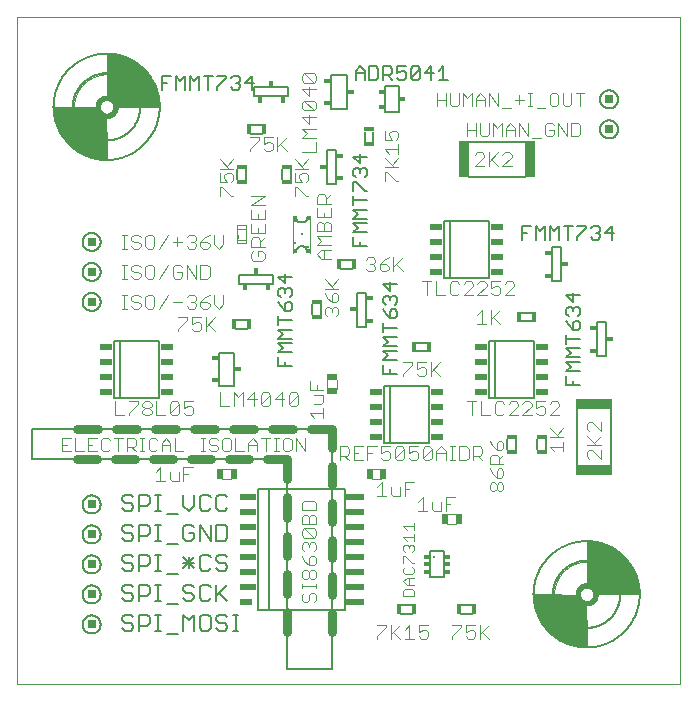
<source format=gto>
G75*
%MOIN*%
%OFA0B0*%
%FSLAX25Y25*%
%IPPOS*%
%LPD*%
%AMOC8*
5,1,8,0,0,1.08239X$1,22.5*
%
%ADD10C,0.00000*%
%ADD11C,0.00500*%
%ADD12C,0.03000*%
%ADD13C,0.00400*%
%ADD14R,0.03740X0.01969*%
%ADD15R,0.01969X0.03740*%
%ADD16C,0.00800*%
%ADD17R,0.04331X0.01929*%
%ADD18C,0.00600*%
%ADD19R,0.02300X0.01800*%
%ADD20R,0.00886X0.01575*%
%ADD21R,0.00886X0.00984*%
%ADD22C,0.00984*%
%ADD23R,0.01575X0.01772*%
%ADD24R,0.01280X0.00689*%
%ADD25R,0.00787X0.00787*%
%ADD26R,0.03400X0.01600*%
%ADD27R,0.12205X0.03346*%
%ADD28R,0.03346X0.12205*%
%ADD29R,0.01600X0.03400*%
%ADD30R,0.01500X0.02000*%
%ADD31R,0.02000X0.01500*%
%ADD32R,0.02600X0.02600*%
%ADD33C,0.01181*%
%ADD34R,0.01969X0.01181*%
%ADD35R,0.05807X0.01929*%
%ADD36R,0.05906X0.01929*%
%ADD37C,0.00200*%
%ADD38C,0.01540*%
%ADD39C,0.01800*%
D10*
X0001000Y0001000D02*
X0001000Y0223461D01*
X0222201Y0223461D01*
X0222201Y0001000D01*
X0001000Y0001000D01*
X0025900Y0021000D02*
X0025900Y0021067D01*
X0025900Y0021092D02*
X0025900Y0021142D01*
X0025917Y0021159D01*
X0025950Y0021159D01*
X0025967Y0021142D01*
X0025967Y0021092D01*
X0026000Y0021092D02*
X0025900Y0021092D01*
X0025900Y0021033D02*
X0026000Y0021033D01*
X0026000Y0021184D02*
X0025900Y0021184D01*
X0025900Y0021234D01*
X0025917Y0021251D01*
X0025950Y0021251D01*
X0025967Y0021234D01*
X0025967Y0021184D01*
X0025950Y0021276D02*
X0025950Y0021343D01*
X0025933Y0021343D02*
X0026000Y0021343D01*
X0026000Y0021368D02*
X0026000Y0021418D01*
X0025983Y0021435D01*
X0025917Y0021435D01*
X0025900Y0021418D01*
X0025900Y0021368D01*
X0026000Y0021368D01*
X0025933Y0021343D02*
X0025900Y0021310D01*
X0025933Y0021276D01*
X0026000Y0021276D01*
X0026000Y0021460D02*
X0026000Y0021527D01*
X0026000Y0021494D02*
X0025900Y0021494D01*
X0025933Y0021460D01*
X0025950Y0021552D02*
X0025950Y0021619D01*
X0025933Y0021645D02*
X0025900Y0021678D01*
X0026000Y0021678D01*
X0026000Y0021645D02*
X0026000Y0021711D01*
X0025983Y0021737D02*
X0026000Y0021753D01*
X0026000Y0021787D01*
X0025983Y0021803D01*
X0025967Y0021803D01*
X0025950Y0021787D01*
X0025950Y0021770D01*
X0025950Y0021787D02*
X0025933Y0021803D01*
X0025917Y0021803D01*
X0025900Y0021787D01*
X0025900Y0021753D01*
X0025917Y0021737D01*
X0025917Y0021829D02*
X0025950Y0021862D01*
X0026000Y0021862D01*
X0025950Y0021862D02*
X0025917Y0021895D01*
X0025900Y0021895D01*
X0025900Y0021829D02*
X0025917Y0021829D01*
X0025900Y0031000D02*
X0025900Y0031067D01*
X0025900Y0031092D02*
X0025900Y0031142D01*
X0025917Y0031159D01*
X0025950Y0031159D01*
X0025967Y0031142D01*
X0025967Y0031092D01*
X0026000Y0031092D02*
X0025900Y0031092D01*
X0025900Y0031033D02*
X0026000Y0031033D01*
X0026000Y0031184D02*
X0025900Y0031184D01*
X0025900Y0031234D01*
X0025917Y0031251D01*
X0025950Y0031251D01*
X0025967Y0031234D01*
X0025967Y0031184D01*
X0025950Y0031276D02*
X0025950Y0031343D01*
X0025933Y0031343D02*
X0026000Y0031343D01*
X0026000Y0031368D02*
X0026000Y0031418D01*
X0025983Y0031435D01*
X0025917Y0031435D01*
X0025900Y0031418D01*
X0025900Y0031368D01*
X0026000Y0031368D01*
X0025933Y0031343D02*
X0025900Y0031310D01*
X0025933Y0031276D01*
X0026000Y0031276D01*
X0026000Y0031460D02*
X0026000Y0031527D01*
X0026000Y0031494D02*
X0025900Y0031494D01*
X0025933Y0031460D01*
X0025950Y0031552D02*
X0025950Y0031619D01*
X0025933Y0031645D02*
X0025900Y0031678D01*
X0026000Y0031678D01*
X0026000Y0031645D02*
X0026000Y0031711D01*
X0025983Y0031737D02*
X0026000Y0031753D01*
X0026000Y0031787D01*
X0025983Y0031803D01*
X0025967Y0031803D01*
X0025950Y0031787D01*
X0025950Y0031770D01*
X0025950Y0031787D02*
X0025933Y0031803D01*
X0025917Y0031803D01*
X0025900Y0031787D01*
X0025900Y0031753D01*
X0025917Y0031737D01*
X0025917Y0031829D02*
X0025950Y0031862D01*
X0026000Y0031862D01*
X0025950Y0031862D02*
X0025917Y0031895D01*
X0025900Y0031895D01*
X0025900Y0031829D02*
X0025917Y0031829D01*
X0025900Y0041000D02*
X0025900Y0041067D01*
X0025900Y0041092D02*
X0025900Y0041142D01*
X0025917Y0041159D01*
X0025950Y0041159D01*
X0025967Y0041142D01*
X0025967Y0041092D01*
X0026000Y0041092D02*
X0025900Y0041092D01*
X0025900Y0041033D02*
X0026000Y0041033D01*
X0026000Y0041184D02*
X0025900Y0041184D01*
X0025900Y0041234D01*
X0025917Y0041251D01*
X0025950Y0041251D01*
X0025967Y0041234D01*
X0025967Y0041184D01*
X0025950Y0041276D02*
X0025950Y0041343D01*
X0025933Y0041343D02*
X0026000Y0041343D01*
X0026000Y0041368D02*
X0026000Y0041418D01*
X0025983Y0041435D01*
X0025917Y0041435D01*
X0025900Y0041418D01*
X0025900Y0041368D01*
X0026000Y0041368D01*
X0025933Y0041343D02*
X0025900Y0041310D01*
X0025933Y0041276D01*
X0026000Y0041276D01*
X0026000Y0041460D02*
X0026000Y0041527D01*
X0026000Y0041494D02*
X0025900Y0041494D01*
X0025933Y0041460D01*
X0025950Y0041552D02*
X0025950Y0041619D01*
X0025933Y0041645D02*
X0025900Y0041678D01*
X0026000Y0041678D01*
X0026000Y0041645D02*
X0026000Y0041711D01*
X0025983Y0041737D02*
X0026000Y0041753D01*
X0026000Y0041787D01*
X0025983Y0041803D01*
X0025967Y0041803D01*
X0025950Y0041787D01*
X0025950Y0041770D01*
X0025950Y0041787D02*
X0025933Y0041803D01*
X0025917Y0041803D01*
X0025900Y0041787D01*
X0025900Y0041753D01*
X0025917Y0041737D01*
X0025917Y0041829D02*
X0025950Y0041862D01*
X0026000Y0041862D01*
X0025950Y0041862D02*
X0025917Y0041895D01*
X0025900Y0041895D01*
X0025900Y0041829D02*
X0025917Y0041829D01*
X0025900Y0051000D02*
X0025900Y0051067D01*
X0025900Y0051092D02*
X0025900Y0051142D01*
X0025917Y0051159D01*
X0025950Y0051159D01*
X0025967Y0051142D01*
X0025967Y0051092D01*
X0026000Y0051092D02*
X0025900Y0051092D01*
X0025900Y0051033D02*
X0026000Y0051033D01*
X0026000Y0051184D02*
X0025900Y0051184D01*
X0025900Y0051234D01*
X0025917Y0051251D01*
X0025950Y0051251D01*
X0025967Y0051234D01*
X0025967Y0051184D01*
X0025950Y0051276D02*
X0025950Y0051343D01*
X0025933Y0051343D02*
X0026000Y0051343D01*
X0026000Y0051368D02*
X0026000Y0051418D01*
X0025983Y0051435D01*
X0025917Y0051435D01*
X0025900Y0051418D01*
X0025900Y0051368D01*
X0026000Y0051368D01*
X0025933Y0051343D02*
X0025900Y0051310D01*
X0025933Y0051276D01*
X0026000Y0051276D01*
X0026000Y0051460D02*
X0026000Y0051527D01*
X0026000Y0051494D02*
X0025900Y0051494D01*
X0025933Y0051460D01*
X0025950Y0051552D02*
X0025950Y0051619D01*
X0025933Y0051645D02*
X0025900Y0051678D01*
X0026000Y0051678D01*
X0026000Y0051645D02*
X0026000Y0051711D01*
X0025983Y0051737D02*
X0026000Y0051753D01*
X0026000Y0051787D01*
X0025983Y0051803D01*
X0025967Y0051803D01*
X0025950Y0051787D01*
X0025950Y0051770D01*
X0025950Y0051787D02*
X0025933Y0051803D01*
X0025917Y0051803D01*
X0025900Y0051787D01*
X0025900Y0051753D01*
X0025917Y0051737D01*
X0025917Y0051829D02*
X0025950Y0051862D01*
X0026000Y0051862D01*
X0025950Y0051862D02*
X0025917Y0051895D01*
X0025900Y0051895D01*
X0025900Y0051829D02*
X0025917Y0051829D01*
X0025900Y0061000D02*
X0025900Y0061067D01*
X0025900Y0061092D02*
X0025900Y0061142D01*
X0025917Y0061159D01*
X0025950Y0061159D01*
X0025967Y0061142D01*
X0025967Y0061092D01*
X0026000Y0061092D02*
X0025900Y0061092D01*
X0025900Y0061033D02*
X0026000Y0061033D01*
X0026000Y0061184D02*
X0025900Y0061184D01*
X0025900Y0061234D01*
X0025917Y0061251D01*
X0025950Y0061251D01*
X0025967Y0061234D01*
X0025967Y0061184D01*
X0025950Y0061276D02*
X0025950Y0061343D01*
X0025933Y0061343D02*
X0026000Y0061343D01*
X0026000Y0061368D02*
X0026000Y0061418D01*
X0025983Y0061435D01*
X0025917Y0061435D01*
X0025900Y0061418D01*
X0025900Y0061368D01*
X0026000Y0061368D01*
X0025933Y0061343D02*
X0025900Y0061310D01*
X0025933Y0061276D01*
X0026000Y0061276D01*
X0026000Y0061460D02*
X0026000Y0061527D01*
X0026000Y0061494D02*
X0025900Y0061494D01*
X0025933Y0061460D01*
X0025950Y0061552D02*
X0025950Y0061619D01*
X0025933Y0061645D02*
X0025900Y0061678D01*
X0026000Y0061678D01*
X0026000Y0061645D02*
X0026000Y0061711D01*
X0025983Y0061737D02*
X0026000Y0061753D01*
X0026000Y0061787D01*
X0025983Y0061803D01*
X0025967Y0061803D01*
X0025950Y0061787D01*
X0025950Y0061770D01*
X0025950Y0061787D02*
X0025933Y0061803D01*
X0025917Y0061803D01*
X0025900Y0061787D01*
X0025900Y0061753D01*
X0025917Y0061737D01*
X0025917Y0061829D02*
X0025950Y0061862D01*
X0026000Y0061862D01*
X0025950Y0061862D02*
X0025917Y0061895D01*
X0025900Y0061895D01*
X0025900Y0061829D02*
X0025917Y0061829D01*
X0025900Y0128500D02*
X0025900Y0128567D01*
X0025900Y0128592D02*
X0025900Y0128642D01*
X0025917Y0128659D01*
X0025950Y0128659D01*
X0025967Y0128642D01*
X0025967Y0128592D01*
X0026000Y0128592D02*
X0025900Y0128592D01*
X0025900Y0128533D02*
X0026000Y0128533D01*
X0026000Y0128684D02*
X0025900Y0128684D01*
X0025900Y0128734D01*
X0025917Y0128751D01*
X0025950Y0128751D01*
X0025967Y0128734D01*
X0025967Y0128684D01*
X0025950Y0128776D02*
X0025950Y0128843D01*
X0025933Y0128843D02*
X0026000Y0128843D01*
X0026000Y0128868D02*
X0026000Y0128918D01*
X0025983Y0128935D01*
X0025917Y0128935D01*
X0025900Y0128918D01*
X0025900Y0128868D01*
X0026000Y0128868D01*
X0025933Y0128843D02*
X0025900Y0128810D01*
X0025933Y0128776D01*
X0026000Y0128776D01*
X0026000Y0128960D02*
X0026000Y0129027D01*
X0026000Y0128994D02*
X0025900Y0128994D01*
X0025933Y0128960D01*
X0025950Y0129052D02*
X0025950Y0129119D01*
X0025933Y0129145D02*
X0025900Y0129178D01*
X0026000Y0129178D01*
X0026000Y0129145D02*
X0026000Y0129211D01*
X0025983Y0129237D02*
X0026000Y0129253D01*
X0026000Y0129287D01*
X0025983Y0129303D01*
X0025967Y0129303D01*
X0025950Y0129287D01*
X0025950Y0129270D01*
X0025950Y0129287D02*
X0025933Y0129303D01*
X0025917Y0129303D01*
X0025900Y0129287D01*
X0025900Y0129253D01*
X0025917Y0129237D01*
X0025917Y0129329D02*
X0025950Y0129362D01*
X0026000Y0129362D01*
X0025950Y0129362D02*
X0025917Y0129395D01*
X0025900Y0129395D01*
X0025900Y0129329D02*
X0025917Y0129329D01*
X0025900Y0138500D02*
X0025900Y0138567D01*
X0025900Y0138592D02*
X0025900Y0138642D01*
X0025917Y0138659D01*
X0025950Y0138659D01*
X0025967Y0138642D01*
X0025967Y0138592D01*
X0026000Y0138592D02*
X0025900Y0138592D01*
X0025900Y0138533D02*
X0026000Y0138533D01*
X0026000Y0138684D02*
X0025900Y0138684D01*
X0025900Y0138734D01*
X0025917Y0138751D01*
X0025950Y0138751D01*
X0025967Y0138734D01*
X0025967Y0138684D01*
X0025950Y0138776D02*
X0025950Y0138843D01*
X0025933Y0138843D02*
X0026000Y0138843D01*
X0026000Y0138868D02*
X0026000Y0138918D01*
X0025983Y0138935D01*
X0025917Y0138935D01*
X0025900Y0138918D01*
X0025900Y0138868D01*
X0026000Y0138868D01*
X0025933Y0138843D02*
X0025900Y0138810D01*
X0025933Y0138776D01*
X0026000Y0138776D01*
X0026000Y0138960D02*
X0026000Y0139027D01*
X0026000Y0138994D02*
X0025900Y0138994D01*
X0025933Y0138960D01*
X0025950Y0139052D02*
X0025950Y0139119D01*
X0025933Y0139145D02*
X0025900Y0139178D01*
X0026000Y0139178D01*
X0026000Y0139145D02*
X0026000Y0139211D01*
X0025983Y0139237D02*
X0026000Y0139253D01*
X0026000Y0139287D01*
X0025983Y0139303D01*
X0025967Y0139303D01*
X0025950Y0139287D01*
X0025950Y0139270D01*
X0025950Y0139287D02*
X0025933Y0139303D01*
X0025917Y0139303D01*
X0025900Y0139287D01*
X0025900Y0139253D01*
X0025917Y0139237D01*
X0025917Y0139329D02*
X0025950Y0139362D01*
X0026000Y0139362D01*
X0025950Y0139362D02*
X0025917Y0139395D01*
X0025900Y0139395D01*
X0025900Y0139329D02*
X0025917Y0139329D01*
X0025900Y0148500D02*
X0025900Y0148567D01*
X0025900Y0148592D02*
X0025900Y0148642D01*
X0025917Y0148659D01*
X0025950Y0148659D01*
X0025967Y0148642D01*
X0025967Y0148592D01*
X0026000Y0148592D02*
X0025900Y0148592D01*
X0025900Y0148533D02*
X0026000Y0148533D01*
X0026000Y0148684D02*
X0025900Y0148684D01*
X0025900Y0148734D01*
X0025917Y0148751D01*
X0025950Y0148751D01*
X0025967Y0148734D01*
X0025967Y0148684D01*
X0025950Y0148776D02*
X0025950Y0148843D01*
X0025933Y0148843D02*
X0026000Y0148843D01*
X0026000Y0148868D02*
X0026000Y0148918D01*
X0025983Y0148935D01*
X0025917Y0148935D01*
X0025900Y0148918D01*
X0025900Y0148868D01*
X0026000Y0148868D01*
X0025933Y0148843D02*
X0025900Y0148810D01*
X0025933Y0148776D01*
X0026000Y0148776D01*
X0026000Y0148960D02*
X0026000Y0149027D01*
X0026000Y0148994D02*
X0025900Y0148994D01*
X0025933Y0148960D01*
X0025950Y0149052D02*
X0025950Y0149119D01*
X0025933Y0149145D02*
X0025900Y0149178D01*
X0026000Y0149178D01*
X0026000Y0149145D02*
X0026000Y0149211D01*
X0025983Y0149237D02*
X0026000Y0149253D01*
X0026000Y0149287D01*
X0025983Y0149303D01*
X0025967Y0149303D01*
X0025950Y0149287D01*
X0025950Y0149270D01*
X0025950Y0149287D02*
X0025933Y0149303D01*
X0025917Y0149303D01*
X0025900Y0149287D01*
X0025900Y0149253D01*
X0025917Y0149237D01*
X0025917Y0149329D02*
X0025950Y0149362D01*
X0026000Y0149362D01*
X0025950Y0149362D02*
X0025917Y0149395D01*
X0025900Y0149395D01*
X0025900Y0149329D02*
X0025917Y0149329D01*
X0020173Y0193500D02*
X0020176Y0193766D01*
X0020186Y0194031D01*
X0020202Y0194296D01*
X0020225Y0194561D01*
X0020254Y0194825D01*
X0020290Y0195089D01*
X0020332Y0195351D01*
X0020381Y0195612D01*
X0020436Y0195872D01*
X0020497Y0196131D01*
X0020565Y0196388D01*
X0020639Y0196643D01*
X0020719Y0196896D01*
X0020806Y0197148D01*
X0020898Y0197397D01*
X0020997Y0197643D01*
X0021102Y0197888D01*
X0021213Y0198129D01*
X0021329Y0198368D01*
X0021451Y0198604D01*
X0021580Y0198837D01*
X0021713Y0199066D01*
X0021853Y0199292D01*
X0021998Y0199515D01*
X0022148Y0199734D01*
X0022304Y0199950D01*
X0022465Y0200161D01*
X0022631Y0200369D01*
X0022802Y0200572D01*
X0022978Y0200771D01*
X0023159Y0200966D01*
X0023344Y0201156D01*
X0023534Y0201341D01*
X0023729Y0201522D01*
X0023928Y0201698D01*
X0024131Y0201869D01*
X0024339Y0202035D01*
X0024550Y0202196D01*
X0024766Y0202352D01*
X0024985Y0202502D01*
X0025208Y0202647D01*
X0025434Y0202787D01*
X0025663Y0202920D01*
X0025896Y0203049D01*
X0026132Y0203171D01*
X0026371Y0203287D01*
X0026612Y0203398D01*
X0026857Y0203503D01*
X0027103Y0203602D01*
X0027352Y0203694D01*
X0027604Y0203781D01*
X0027857Y0203861D01*
X0028112Y0203935D01*
X0028369Y0204003D01*
X0028628Y0204064D01*
X0028888Y0204119D01*
X0029149Y0204168D01*
X0029411Y0204210D01*
X0029675Y0204246D01*
X0029939Y0204275D01*
X0030204Y0204298D01*
X0030469Y0204314D01*
X0030734Y0204324D01*
X0031000Y0204327D01*
X0031266Y0204324D01*
X0031531Y0204314D01*
X0031796Y0204298D01*
X0032061Y0204275D01*
X0032325Y0204246D01*
X0032589Y0204210D01*
X0032851Y0204168D01*
X0033112Y0204119D01*
X0033372Y0204064D01*
X0033631Y0204003D01*
X0033888Y0203935D01*
X0034143Y0203861D01*
X0034396Y0203781D01*
X0034648Y0203694D01*
X0034897Y0203602D01*
X0035143Y0203503D01*
X0035388Y0203398D01*
X0035629Y0203287D01*
X0035868Y0203171D01*
X0036104Y0203049D01*
X0036337Y0202920D01*
X0036566Y0202787D01*
X0036792Y0202647D01*
X0037015Y0202502D01*
X0037234Y0202352D01*
X0037450Y0202196D01*
X0037661Y0202035D01*
X0037869Y0201869D01*
X0038072Y0201698D01*
X0038271Y0201522D01*
X0038466Y0201341D01*
X0038656Y0201156D01*
X0038841Y0200966D01*
X0039022Y0200771D01*
X0039198Y0200572D01*
X0039369Y0200369D01*
X0039535Y0200161D01*
X0039696Y0199950D01*
X0039852Y0199734D01*
X0040002Y0199515D01*
X0040147Y0199292D01*
X0040287Y0199066D01*
X0040420Y0198837D01*
X0040549Y0198604D01*
X0040671Y0198368D01*
X0040787Y0198129D01*
X0040898Y0197888D01*
X0041003Y0197643D01*
X0041102Y0197397D01*
X0041194Y0197148D01*
X0041281Y0196896D01*
X0041361Y0196643D01*
X0041435Y0196388D01*
X0041503Y0196131D01*
X0041564Y0195872D01*
X0041619Y0195612D01*
X0041668Y0195351D01*
X0041710Y0195089D01*
X0041746Y0194825D01*
X0041775Y0194561D01*
X0041798Y0194296D01*
X0041814Y0194031D01*
X0041824Y0193766D01*
X0041827Y0193500D01*
X0041824Y0193234D01*
X0041814Y0192969D01*
X0041798Y0192704D01*
X0041775Y0192439D01*
X0041746Y0192175D01*
X0041710Y0191911D01*
X0041668Y0191649D01*
X0041619Y0191388D01*
X0041564Y0191128D01*
X0041503Y0190869D01*
X0041435Y0190612D01*
X0041361Y0190357D01*
X0041281Y0190104D01*
X0041194Y0189852D01*
X0041102Y0189603D01*
X0041003Y0189357D01*
X0040898Y0189112D01*
X0040787Y0188871D01*
X0040671Y0188632D01*
X0040549Y0188396D01*
X0040420Y0188163D01*
X0040287Y0187934D01*
X0040147Y0187708D01*
X0040002Y0187485D01*
X0039852Y0187266D01*
X0039696Y0187050D01*
X0039535Y0186839D01*
X0039369Y0186631D01*
X0039198Y0186428D01*
X0039022Y0186229D01*
X0038841Y0186034D01*
X0038656Y0185844D01*
X0038466Y0185659D01*
X0038271Y0185478D01*
X0038072Y0185302D01*
X0037869Y0185131D01*
X0037661Y0184965D01*
X0037450Y0184804D01*
X0037234Y0184648D01*
X0037015Y0184498D01*
X0036792Y0184353D01*
X0036566Y0184213D01*
X0036337Y0184080D01*
X0036104Y0183951D01*
X0035868Y0183829D01*
X0035629Y0183713D01*
X0035388Y0183602D01*
X0035143Y0183497D01*
X0034897Y0183398D01*
X0034648Y0183306D01*
X0034396Y0183219D01*
X0034143Y0183139D01*
X0033888Y0183065D01*
X0033631Y0182997D01*
X0033372Y0182936D01*
X0033112Y0182881D01*
X0032851Y0182832D01*
X0032589Y0182790D01*
X0032325Y0182754D01*
X0032061Y0182725D01*
X0031796Y0182702D01*
X0031531Y0182686D01*
X0031266Y0182676D01*
X0031000Y0182673D01*
X0030734Y0182676D01*
X0030469Y0182686D01*
X0030204Y0182702D01*
X0029939Y0182725D01*
X0029675Y0182754D01*
X0029411Y0182790D01*
X0029149Y0182832D01*
X0028888Y0182881D01*
X0028628Y0182936D01*
X0028369Y0182997D01*
X0028112Y0183065D01*
X0027857Y0183139D01*
X0027604Y0183219D01*
X0027352Y0183306D01*
X0027103Y0183398D01*
X0026857Y0183497D01*
X0026612Y0183602D01*
X0026371Y0183713D01*
X0026132Y0183829D01*
X0025896Y0183951D01*
X0025663Y0184080D01*
X0025434Y0184213D01*
X0025208Y0184353D01*
X0024985Y0184498D01*
X0024766Y0184648D01*
X0024550Y0184804D01*
X0024339Y0184965D01*
X0024131Y0185131D01*
X0023928Y0185302D01*
X0023729Y0185478D01*
X0023534Y0185659D01*
X0023344Y0185844D01*
X0023159Y0186034D01*
X0022978Y0186229D01*
X0022802Y0186428D01*
X0022631Y0186631D01*
X0022465Y0186839D01*
X0022304Y0187050D01*
X0022148Y0187266D01*
X0021998Y0187485D01*
X0021853Y0187708D01*
X0021713Y0187934D01*
X0021580Y0188163D01*
X0021451Y0188396D01*
X0021329Y0188632D01*
X0021213Y0188871D01*
X0021102Y0189112D01*
X0020997Y0189357D01*
X0020898Y0189603D01*
X0020806Y0189852D01*
X0020719Y0190104D01*
X0020639Y0190357D01*
X0020565Y0190612D01*
X0020497Y0190869D01*
X0020436Y0191128D01*
X0020381Y0191388D01*
X0020332Y0191649D01*
X0020290Y0191911D01*
X0020254Y0192175D01*
X0020225Y0192439D01*
X0020202Y0192704D01*
X0020186Y0192969D01*
X0020176Y0193234D01*
X0020173Y0193500D01*
X0180173Y0031000D02*
X0180176Y0031266D01*
X0180186Y0031531D01*
X0180202Y0031796D01*
X0180225Y0032061D01*
X0180254Y0032325D01*
X0180290Y0032589D01*
X0180332Y0032851D01*
X0180381Y0033112D01*
X0180436Y0033372D01*
X0180497Y0033631D01*
X0180565Y0033888D01*
X0180639Y0034143D01*
X0180719Y0034396D01*
X0180806Y0034648D01*
X0180898Y0034897D01*
X0180997Y0035143D01*
X0181102Y0035388D01*
X0181213Y0035629D01*
X0181329Y0035868D01*
X0181451Y0036104D01*
X0181580Y0036337D01*
X0181713Y0036566D01*
X0181853Y0036792D01*
X0181998Y0037015D01*
X0182148Y0037234D01*
X0182304Y0037450D01*
X0182465Y0037661D01*
X0182631Y0037869D01*
X0182802Y0038072D01*
X0182978Y0038271D01*
X0183159Y0038466D01*
X0183344Y0038656D01*
X0183534Y0038841D01*
X0183729Y0039022D01*
X0183928Y0039198D01*
X0184131Y0039369D01*
X0184339Y0039535D01*
X0184550Y0039696D01*
X0184766Y0039852D01*
X0184985Y0040002D01*
X0185208Y0040147D01*
X0185434Y0040287D01*
X0185663Y0040420D01*
X0185896Y0040549D01*
X0186132Y0040671D01*
X0186371Y0040787D01*
X0186612Y0040898D01*
X0186857Y0041003D01*
X0187103Y0041102D01*
X0187352Y0041194D01*
X0187604Y0041281D01*
X0187857Y0041361D01*
X0188112Y0041435D01*
X0188369Y0041503D01*
X0188628Y0041564D01*
X0188888Y0041619D01*
X0189149Y0041668D01*
X0189411Y0041710D01*
X0189675Y0041746D01*
X0189939Y0041775D01*
X0190204Y0041798D01*
X0190469Y0041814D01*
X0190734Y0041824D01*
X0191000Y0041827D01*
X0191266Y0041824D01*
X0191531Y0041814D01*
X0191796Y0041798D01*
X0192061Y0041775D01*
X0192325Y0041746D01*
X0192589Y0041710D01*
X0192851Y0041668D01*
X0193112Y0041619D01*
X0193372Y0041564D01*
X0193631Y0041503D01*
X0193888Y0041435D01*
X0194143Y0041361D01*
X0194396Y0041281D01*
X0194648Y0041194D01*
X0194897Y0041102D01*
X0195143Y0041003D01*
X0195388Y0040898D01*
X0195629Y0040787D01*
X0195868Y0040671D01*
X0196104Y0040549D01*
X0196337Y0040420D01*
X0196566Y0040287D01*
X0196792Y0040147D01*
X0197015Y0040002D01*
X0197234Y0039852D01*
X0197450Y0039696D01*
X0197661Y0039535D01*
X0197869Y0039369D01*
X0198072Y0039198D01*
X0198271Y0039022D01*
X0198466Y0038841D01*
X0198656Y0038656D01*
X0198841Y0038466D01*
X0199022Y0038271D01*
X0199198Y0038072D01*
X0199369Y0037869D01*
X0199535Y0037661D01*
X0199696Y0037450D01*
X0199852Y0037234D01*
X0200002Y0037015D01*
X0200147Y0036792D01*
X0200287Y0036566D01*
X0200420Y0036337D01*
X0200549Y0036104D01*
X0200671Y0035868D01*
X0200787Y0035629D01*
X0200898Y0035388D01*
X0201003Y0035143D01*
X0201102Y0034897D01*
X0201194Y0034648D01*
X0201281Y0034396D01*
X0201361Y0034143D01*
X0201435Y0033888D01*
X0201503Y0033631D01*
X0201564Y0033372D01*
X0201619Y0033112D01*
X0201668Y0032851D01*
X0201710Y0032589D01*
X0201746Y0032325D01*
X0201775Y0032061D01*
X0201798Y0031796D01*
X0201814Y0031531D01*
X0201824Y0031266D01*
X0201827Y0031000D01*
X0201824Y0030734D01*
X0201814Y0030469D01*
X0201798Y0030204D01*
X0201775Y0029939D01*
X0201746Y0029675D01*
X0201710Y0029411D01*
X0201668Y0029149D01*
X0201619Y0028888D01*
X0201564Y0028628D01*
X0201503Y0028369D01*
X0201435Y0028112D01*
X0201361Y0027857D01*
X0201281Y0027604D01*
X0201194Y0027352D01*
X0201102Y0027103D01*
X0201003Y0026857D01*
X0200898Y0026612D01*
X0200787Y0026371D01*
X0200671Y0026132D01*
X0200549Y0025896D01*
X0200420Y0025663D01*
X0200287Y0025434D01*
X0200147Y0025208D01*
X0200002Y0024985D01*
X0199852Y0024766D01*
X0199696Y0024550D01*
X0199535Y0024339D01*
X0199369Y0024131D01*
X0199198Y0023928D01*
X0199022Y0023729D01*
X0198841Y0023534D01*
X0198656Y0023344D01*
X0198466Y0023159D01*
X0198271Y0022978D01*
X0198072Y0022802D01*
X0197869Y0022631D01*
X0197661Y0022465D01*
X0197450Y0022304D01*
X0197234Y0022148D01*
X0197015Y0021998D01*
X0196792Y0021853D01*
X0196566Y0021713D01*
X0196337Y0021580D01*
X0196104Y0021451D01*
X0195868Y0021329D01*
X0195629Y0021213D01*
X0195388Y0021102D01*
X0195143Y0020997D01*
X0194897Y0020898D01*
X0194648Y0020806D01*
X0194396Y0020719D01*
X0194143Y0020639D01*
X0193888Y0020565D01*
X0193631Y0020497D01*
X0193372Y0020436D01*
X0193112Y0020381D01*
X0192851Y0020332D01*
X0192589Y0020290D01*
X0192325Y0020254D01*
X0192061Y0020225D01*
X0191796Y0020202D01*
X0191531Y0020186D01*
X0191266Y0020176D01*
X0191000Y0020173D01*
X0190734Y0020176D01*
X0190469Y0020186D01*
X0190204Y0020202D01*
X0189939Y0020225D01*
X0189675Y0020254D01*
X0189411Y0020290D01*
X0189149Y0020332D01*
X0188888Y0020381D01*
X0188628Y0020436D01*
X0188369Y0020497D01*
X0188112Y0020565D01*
X0187857Y0020639D01*
X0187604Y0020719D01*
X0187352Y0020806D01*
X0187103Y0020898D01*
X0186857Y0020997D01*
X0186612Y0021102D01*
X0186371Y0021213D01*
X0186132Y0021329D01*
X0185896Y0021451D01*
X0185663Y0021580D01*
X0185434Y0021713D01*
X0185208Y0021853D01*
X0184985Y0021998D01*
X0184766Y0022148D01*
X0184550Y0022304D01*
X0184339Y0022465D01*
X0184131Y0022631D01*
X0183928Y0022802D01*
X0183729Y0022978D01*
X0183534Y0023159D01*
X0183344Y0023344D01*
X0183159Y0023534D01*
X0182978Y0023729D01*
X0182802Y0023928D01*
X0182631Y0024131D01*
X0182465Y0024339D01*
X0182304Y0024550D01*
X0182148Y0024766D01*
X0181998Y0024985D01*
X0181853Y0025208D01*
X0181713Y0025434D01*
X0181580Y0025663D01*
X0181451Y0025896D01*
X0181329Y0026132D01*
X0181213Y0026371D01*
X0181102Y0026612D01*
X0180997Y0026857D01*
X0180898Y0027103D01*
X0180806Y0027352D01*
X0180719Y0027604D01*
X0180639Y0027857D01*
X0180565Y0028112D01*
X0180497Y0028369D01*
X0180436Y0028628D01*
X0180381Y0028888D01*
X0180332Y0029149D01*
X0180290Y0029411D01*
X0180254Y0029675D01*
X0180225Y0029939D01*
X0180202Y0030204D01*
X0180186Y0030469D01*
X0180176Y0030734D01*
X0180173Y0031000D01*
X0198400Y0186000D02*
X0198400Y0186067D01*
X0198400Y0186092D02*
X0198400Y0186142D01*
X0198417Y0186159D01*
X0198450Y0186159D01*
X0198467Y0186142D01*
X0198467Y0186092D01*
X0198500Y0186092D02*
X0198400Y0186092D01*
X0198400Y0186033D02*
X0198500Y0186033D01*
X0198500Y0186184D02*
X0198400Y0186184D01*
X0198400Y0186234D01*
X0198417Y0186251D01*
X0198450Y0186251D01*
X0198467Y0186234D01*
X0198467Y0186184D01*
X0198450Y0186276D02*
X0198450Y0186343D01*
X0198433Y0186343D02*
X0198500Y0186343D01*
X0198500Y0186368D02*
X0198500Y0186418D01*
X0198483Y0186435D01*
X0198417Y0186435D01*
X0198400Y0186418D01*
X0198400Y0186368D01*
X0198500Y0186368D01*
X0198433Y0186343D02*
X0198400Y0186310D01*
X0198433Y0186276D01*
X0198500Y0186276D01*
X0198500Y0186460D02*
X0198500Y0186527D01*
X0198500Y0186494D02*
X0198400Y0186494D01*
X0198433Y0186460D01*
X0198450Y0186552D02*
X0198450Y0186619D01*
X0198433Y0186645D02*
X0198400Y0186678D01*
X0198500Y0186678D01*
X0198500Y0186645D02*
X0198500Y0186711D01*
X0198483Y0186737D02*
X0198500Y0186753D01*
X0198500Y0186787D01*
X0198483Y0186803D01*
X0198467Y0186803D01*
X0198450Y0186787D01*
X0198450Y0186770D01*
X0198450Y0186787D02*
X0198433Y0186803D01*
X0198417Y0186803D01*
X0198400Y0186787D01*
X0198400Y0186753D01*
X0198417Y0186737D01*
X0198417Y0186829D02*
X0198450Y0186862D01*
X0198500Y0186862D01*
X0198450Y0186862D02*
X0198417Y0186895D01*
X0198400Y0186895D01*
X0198400Y0186829D02*
X0198417Y0186829D01*
X0198400Y0196000D02*
X0198400Y0196067D01*
X0198400Y0196092D02*
X0198400Y0196142D01*
X0198417Y0196159D01*
X0198450Y0196159D01*
X0198467Y0196142D01*
X0198467Y0196092D01*
X0198500Y0196092D02*
X0198400Y0196092D01*
X0198400Y0196033D02*
X0198500Y0196033D01*
X0198500Y0196184D02*
X0198400Y0196184D01*
X0198400Y0196234D01*
X0198417Y0196251D01*
X0198450Y0196251D01*
X0198467Y0196234D01*
X0198467Y0196184D01*
X0198450Y0196276D02*
X0198450Y0196343D01*
X0198433Y0196343D02*
X0198500Y0196343D01*
X0198500Y0196368D02*
X0198500Y0196418D01*
X0198483Y0196435D01*
X0198417Y0196435D01*
X0198400Y0196418D01*
X0198400Y0196368D01*
X0198500Y0196368D01*
X0198433Y0196343D02*
X0198400Y0196310D01*
X0198433Y0196276D01*
X0198500Y0196276D01*
X0198500Y0196460D02*
X0198500Y0196527D01*
X0198500Y0196494D02*
X0198400Y0196494D01*
X0198433Y0196460D01*
X0198450Y0196552D02*
X0198450Y0196619D01*
X0198433Y0196645D02*
X0198400Y0196678D01*
X0198500Y0196678D01*
X0198500Y0196645D02*
X0198500Y0196711D01*
X0198483Y0196737D02*
X0198500Y0196753D01*
X0198500Y0196787D01*
X0198483Y0196803D01*
X0198467Y0196803D01*
X0198450Y0196787D01*
X0198450Y0196770D01*
X0198450Y0196787D02*
X0198433Y0196803D01*
X0198417Y0196803D01*
X0198400Y0196787D01*
X0198400Y0196753D01*
X0198417Y0196737D01*
X0198417Y0196829D02*
X0198450Y0196862D01*
X0198500Y0196862D01*
X0198450Y0196862D02*
X0198417Y0196895D01*
X0198400Y0196895D01*
X0198400Y0196829D02*
X0198417Y0196829D01*
D11*
X0199398Y0153754D02*
X0197146Y0151502D01*
X0200149Y0151502D01*
X0199398Y0149250D02*
X0199398Y0153754D01*
X0195545Y0153003D02*
X0195545Y0152253D01*
X0194794Y0151502D01*
X0195545Y0150751D01*
X0195545Y0150001D01*
X0194794Y0149250D01*
X0193293Y0149250D01*
X0192542Y0150001D01*
X0194043Y0151502D02*
X0194794Y0151502D01*
X0195545Y0153003D02*
X0194794Y0153754D01*
X0193293Y0153754D01*
X0192542Y0153003D01*
X0190941Y0153003D02*
X0187938Y0150001D01*
X0187938Y0149250D01*
X0184836Y0149250D02*
X0184836Y0153754D01*
X0186337Y0153754D02*
X0183334Y0153754D01*
X0181733Y0153754D02*
X0181733Y0149250D01*
X0178730Y0149250D02*
X0178730Y0153754D01*
X0180232Y0152253D01*
X0181733Y0153754D01*
X0177129Y0153754D02*
X0177129Y0149250D01*
X0174126Y0149250D02*
X0174126Y0153754D01*
X0175628Y0152253D01*
X0177129Y0153754D01*
X0172525Y0153754D02*
X0169522Y0153754D01*
X0169522Y0149250D01*
X0169522Y0151502D02*
X0171024Y0151502D01*
X0187938Y0153754D02*
X0190941Y0153754D01*
X0190941Y0153003D01*
X0186498Y0131376D02*
X0186498Y0128374D01*
X0184246Y0130625D01*
X0188750Y0130625D01*
X0187999Y0126772D02*
X0187249Y0126772D01*
X0186498Y0126022D01*
X0186498Y0125271D01*
X0186498Y0126022D02*
X0185747Y0126772D01*
X0184997Y0126772D01*
X0184246Y0126022D01*
X0184246Y0124520D01*
X0184997Y0123770D01*
X0184246Y0122168D02*
X0184997Y0120667D01*
X0186498Y0119166D01*
X0186498Y0121418D01*
X0187249Y0122168D01*
X0187999Y0122168D01*
X0188750Y0121418D01*
X0188750Y0119916D01*
X0187999Y0119166D01*
X0186498Y0119166D01*
X0184246Y0117564D02*
X0184246Y0114562D01*
X0184246Y0116063D02*
X0188750Y0116063D01*
X0188750Y0112960D02*
X0184246Y0112960D01*
X0185747Y0111459D01*
X0184246Y0109958D01*
X0188750Y0109958D01*
X0188750Y0108356D02*
X0184246Y0108356D01*
X0185747Y0106855D01*
X0184246Y0105354D01*
X0188750Y0105354D01*
X0186498Y0102251D02*
X0186498Y0100750D01*
X0184246Y0100750D02*
X0184246Y0103753D01*
X0184246Y0100750D02*
X0188750Y0100750D01*
X0187999Y0123770D02*
X0188750Y0124520D01*
X0188750Y0126022D01*
X0187999Y0126772D01*
X0127750Y0128293D02*
X0126999Y0127542D01*
X0127750Y0128293D02*
X0127750Y0129794D01*
X0126999Y0130545D01*
X0126249Y0130545D01*
X0125498Y0129794D01*
X0125498Y0129043D01*
X0125498Y0129794D02*
X0124747Y0130545D01*
X0123997Y0130545D01*
X0123246Y0129794D01*
X0123246Y0128293D01*
X0123997Y0127542D01*
X0123246Y0125941D02*
X0123997Y0124439D01*
X0125498Y0122938D01*
X0125498Y0125190D01*
X0126249Y0125941D01*
X0126999Y0125941D01*
X0127750Y0125190D01*
X0127750Y0123689D01*
X0126999Y0122938D01*
X0125498Y0122938D01*
X0123246Y0121337D02*
X0123246Y0118334D01*
X0123246Y0119836D02*
X0127750Y0119836D01*
X0127750Y0116733D02*
X0123246Y0116733D01*
X0124747Y0115232D01*
X0123246Y0113730D01*
X0127750Y0113730D01*
X0127750Y0112129D02*
X0123246Y0112129D01*
X0124747Y0110628D01*
X0123246Y0109126D01*
X0127750Y0109126D01*
X0125498Y0106024D02*
X0125498Y0104522D01*
X0123246Y0104522D02*
X0123246Y0107525D01*
X0123246Y0104522D02*
X0127750Y0104522D01*
X0106000Y0086000D02*
X0106000Y0006000D01*
X0091000Y0006000D01*
X0091000Y0076000D01*
X0021000Y0076000D01*
X0006000Y0076000D01*
X0006000Y0086000D01*
X0106000Y0086000D01*
X0092750Y0107022D02*
X0088246Y0107022D01*
X0088246Y0110025D01*
X0088246Y0111626D02*
X0089747Y0113128D01*
X0088246Y0114629D01*
X0092750Y0114629D01*
X0092750Y0116230D02*
X0088246Y0116230D01*
X0089747Y0117732D01*
X0088246Y0119233D01*
X0092750Y0119233D01*
X0092750Y0122336D02*
X0088246Y0122336D01*
X0088246Y0123837D02*
X0088246Y0120834D01*
X0090498Y0125438D02*
X0090498Y0127690D01*
X0091249Y0128441D01*
X0091999Y0128441D01*
X0092750Y0127690D01*
X0092750Y0126189D01*
X0091999Y0125438D01*
X0090498Y0125438D01*
X0088997Y0126939D01*
X0088246Y0128441D01*
X0088997Y0130042D02*
X0088246Y0130793D01*
X0088246Y0132294D01*
X0088997Y0133045D01*
X0089747Y0133045D01*
X0090498Y0132294D01*
X0091249Y0133045D01*
X0091999Y0133045D01*
X0092750Y0132294D01*
X0092750Y0130793D01*
X0091999Y0130042D01*
X0090498Y0131543D02*
X0090498Y0132294D01*
X0090498Y0134646D02*
X0090498Y0137649D01*
X0088246Y0136898D02*
X0090498Y0134646D01*
X0092750Y0136898D02*
X0088246Y0136898D01*
X0088246Y0111626D02*
X0092750Y0111626D01*
X0090498Y0108524D02*
X0090498Y0107022D01*
X0123246Y0134398D02*
X0125498Y0132146D01*
X0125498Y0135149D01*
X0127750Y0134398D02*
X0123246Y0134398D01*
X0117750Y0147022D02*
X0113246Y0147022D01*
X0113246Y0150025D01*
X0113246Y0151626D02*
X0114747Y0153128D01*
X0113246Y0154629D01*
X0117750Y0154629D01*
X0117750Y0156230D02*
X0113246Y0156230D01*
X0114747Y0157732D01*
X0113246Y0159233D01*
X0117750Y0159233D01*
X0117750Y0162336D02*
X0113246Y0162336D01*
X0113246Y0163837D02*
X0113246Y0160834D01*
X0113246Y0165438D02*
X0113246Y0168441D01*
X0113997Y0168441D01*
X0116999Y0165438D01*
X0117750Y0165438D01*
X0116999Y0170042D02*
X0117750Y0170793D01*
X0117750Y0172294D01*
X0116999Y0173045D01*
X0116249Y0173045D01*
X0115498Y0172294D01*
X0115498Y0171543D01*
X0115498Y0172294D02*
X0114747Y0173045D01*
X0113997Y0173045D01*
X0113246Y0172294D01*
X0113246Y0170793D01*
X0113997Y0170042D01*
X0115498Y0174646D02*
X0115498Y0177649D01*
X0113246Y0176898D02*
X0115498Y0174646D01*
X0117750Y0176898D02*
X0113246Y0176898D01*
X0113246Y0151626D02*
X0117750Y0151626D01*
X0115498Y0148524D02*
X0115498Y0147022D01*
X0079398Y0199250D02*
X0079398Y0203754D01*
X0077146Y0201502D01*
X0080149Y0201502D01*
X0075545Y0202253D02*
X0074794Y0201502D01*
X0075545Y0200751D01*
X0075545Y0200001D01*
X0074794Y0199250D01*
X0073293Y0199250D01*
X0072542Y0200001D01*
X0074043Y0201502D02*
X0074794Y0201502D01*
X0075545Y0202253D02*
X0075545Y0203003D01*
X0074794Y0203754D01*
X0073293Y0203754D01*
X0072542Y0203003D01*
X0070941Y0203003D02*
X0067938Y0200001D01*
X0067938Y0199250D01*
X0064836Y0199250D02*
X0064836Y0203754D01*
X0066337Y0203754D02*
X0063334Y0203754D01*
X0061733Y0203754D02*
X0061733Y0199250D01*
X0058730Y0199250D02*
X0058730Y0203754D01*
X0060232Y0202253D01*
X0061733Y0203754D01*
X0057129Y0203754D02*
X0057129Y0199250D01*
X0054126Y0199250D02*
X0054126Y0203754D01*
X0055628Y0202253D01*
X0057129Y0203754D01*
X0052525Y0203754D02*
X0049522Y0203754D01*
X0049522Y0199250D01*
X0049522Y0201502D02*
X0051024Y0201502D01*
X0067938Y0203754D02*
X0070941Y0203754D01*
X0070941Y0203003D01*
X0114022Y0202500D02*
X0114022Y0205503D01*
X0115524Y0207004D01*
X0117025Y0205503D01*
X0117025Y0202500D01*
X0118626Y0202500D02*
X0120878Y0202500D01*
X0121629Y0203251D01*
X0121629Y0206253D01*
X0120878Y0207004D01*
X0118626Y0207004D01*
X0118626Y0202500D01*
X0117025Y0204752D02*
X0114022Y0204752D01*
X0123230Y0204001D02*
X0125482Y0204001D01*
X0126233Y0204752D01*
X0126233Y0206253D01*
X0125482Y0207004D01*
X0123230Y0207004D01*
X0123230Y0202500D01*
X0124732Y0204001D02*
X0126233Y0202500D01*
X0127834Y0203251D02*
X0128585Y0202500D01*
X0130086Y0202500D01*
X0130837Y0203251D01*
X0130837Y0204752D01*
X0130086Y0205503D01*
X0129336Y0205503D01*
X0127834Y0204752D01*
X0127834Y0207004D01*
X0130837Y0207004D01*
X0132438Y0206253D02*
X0133189Y0207004D01*
X0134690Y0207004D01*
X0135441Y0206253D01*
X0132438Y0203251D01*
X0133189Y0202500D01*
X0134690Y0202500D01*
X0135441Y0203251D01*
X0135441Y0206253D01*
X0137042Y0204752D02*
X0140045Y0204752D01*
X0141646Y0205503D02*
X0143147Y0207004D01*
X0143147Y0202500D01*
X0141646Y0202500D02*
X0144649Y0202500D01*
X0139294Y0202500D02*
X0139294Y0207004D01*
X0137042Y0204752D01*
X0132438Y0203251D02*
X0132438Y0206253D01*
X0070309Y0064255D02*
X0068474Y0064255D01*
X0067557Y0063337D01*
X0067557Y0059667D01*
X0068474Y0058750D01*
X0070309Y0058750D01*
X0071227Y0059667D01*
X0071227Y0063337D02*
X0070309Y0064255D01*
X0065702Y0063337D02*
X0064784Y0064255D01*
X0062949Y0064255D01*
X0062032Y0063337D01*
X0062032Y0059667D01*
X0062949Y0058750D01*
X0064784Y0058750D01*
X0065702Y0059667D01*
X0065702Y0054255D02*
X0065702Y0048750D01*
X0062032Y0054255D01*
X0062032Y0048750D01*
X0060177Y0049667D02*
X0060177Y0051502D01*
X0058342Y0051502D01*
X0056507Y0049667D02*
X0057425Y0048750D01*
X0059260Y0048750D01*
X0060177Y0049667D01*
X0056507Y0049667D02*
X0056507Y0053337D01*
X0057425Y0054255D01*
X0059260Y0054255D01*
X0060177Y0053337D01*
X0054652Y0057833D02*
X0050983Y0057833D01*
X0049134Y0058750D02*
X0047299Y0058750D01*
X0048217Y0058750D02*
X0048217Y0064255D01*
X0049134Y0064255D02*
X0047299Y0064255D01*
X0045445Y0063337D02*
X0045445Y0061502D01*
X0044527Y0060585D01*
X0041775Y0060585D01*
X0041775Y0058750D02*
X0041775Y0064255D01*
X0044527Y0064255D01*
X0045445Y0063337D01*
X0039920Y0063337D02*
X0039002Y0064255D01*
X0037167Y0064255D01*
X0036250Y0063337D01*
X0036250Y0062420D01*
X0037167Y0061502D01*
X0039002Y0061502D01*
X0039920Y0060585D01*
X0039920Y0059667D01*
X0039002Y0058750D01*
X0037167Y0058750D01*
X0036250Y0059667D01*
X0037167Y0054255D02*
X0036250Y0053337D01*
X0036250Y0052420D01*
X0037167Y0051502D01*
X0039002Y0051502D01*
X0039920Y0050585D01*
X0039920Y0049667D01*
X0039002Y0048750D01*
X0037167Y0048750D01*
X0036250Y0049667D01*
X0039920Y0053337D02*
X0039002Y0054255D01*
X0037167Y0054255D01*
X0041775Y0054255D02*
X0044527Y0054255D01*
X0045445Y0053337D01*
X0045445Y0051502D01*
X0044527Y0050585D01*
X0041775Y0050585D01*
X0041775Y0048750D02*
X0041775Y0054255D01*
X0047299Y0054255D02*
X0049134Y0054255D01*
X0048217Y0054255D02*
X0048217Y0048750D01*
X0049134Y0048750D02*
X0047299Y0048750D01*
X0050983Y0047833D02*
X0054652Y0047833D01*
X0056507Y0043337D02*
X0060177Y0039667D01*
X0058342Y0039667D02*
X0058342Y0043337D01*
X0060177Y0043337D02*
X0056507Y0039667D01*
X0056507Y0041502D02*
X0060177Y0041502D01*
X0062032Y0039667D02*
X0062949Y0038750D01*
X0064784Y0038750D01*
X0065702Y0039667D01*
X0067557Y0039667D02*
X0068474Y0038750D01*
X0070309Y0038750D01*
X0071227Y0039667D01*
X0071227Y0040585D01*
X0070309Y0041502D01*
X0068474Y0041502D01*
X0067557Y0042420D01*
X0067557Y0043337D01*
X0068474Y0044255D01*
X0070309Y0044255D01*
X0071227Y0043337D01*
X0070309Y0048750D02*
X0067557Y0048750D01*
X0067557Y0054255D01*
X0070309Y0054255D01*
X0071227Y0053337D01*
X0071227Y0049667D01*
X0070309Y0048750D01*
X0065702Y0043337D02*
X0064784Y0044255D01*
X0062949Y0044255D01*
X0062032Y0043337D01*
X0062032Y0039667D01*
X0062949Y0034255D02*
X0062032Y0033337D01*
X0062032Y0029667D01*
X0062949Y0028750D01*
X0064784Y0028750D01*
X0065702Y0029667D01*
X0067557Y0028750D02*
X0067557Y0034255D01*
X0065702Y0033337D02*
X0064784Y0034255D01*
X0062949Y0034255D01*
X0060177Y0033337D02*
X0059260Y0034255D01*
X0057425Y0034255D01*
X0056507Y0033337D01*
X0056507Y0032420D01*
X0057425Y0031502D01*
X0059260Y0031502D01*
X0060177Y0030585D01*
X0060177Y0029667D01*
X0059260Y0028750D01*
X0057425Y0028750D01*
X0056507Y0029667D01*
X0054652Y0027833D02*
X0050983Y0027833D01*
X0049134Y0028750D02*
X0047299Y0028750D01*
X0048217Y0028750D02*
X0048217Y0034255D01*
X0049134Y0034255D02*
X0047299Y0034255D01*
X0045445Y0033337D02*
X0045445Y0031502D01*
X0044527Y0030585D01*
X0041775Y0030585D01*
X0041775Y0028750D02*
X0041775Y0034255D01*
X0044527Y0034255D01*
X0045445Y0033337D01*
X0050983Y0037833D02*
X0054652Y0037833D01*
X0049134Y0038750D02*
X0047299Y0038750D01*
X0048217Y0038750D02*
X0048217Y0044255D01*
X0049134Y0044255D02*
X0047299Y0044255D01*
X0045445Y0043337D02*
X0045445Y0041502D01*
X0044527Y0040585D01*
X0041775Y0040585D01*
X0041775Y0038750D02*
X0041775Y0044255D01*
X0044527Y0044255D01*
X0045445Y0043337D01*
X0039920Y0043337D02*
X0039002Y0044255D01*
X0037167Y0044255D01*
X0036250Y0043337D01*
X0036250Y0042420D01*
X0037167Y0041502D01*
X0039002Y0041502D01*
X0039920Y0040585D01*
X0039920Y0039667D01*
X0039002Y0038750D01*
X0037167Y0038750D01*
X0036250Y0039667D01*
X0037167Y0034255D02*
X0036250Y0033337D01*
X0036250Y0032420D01*
X0037167Y0031502D01*
X0039002Y0031502D01*
X0039920Y0030585D01*
X0039920Y0029667D01*
X0039002Y0028750D01*
X0037167Y0028750D01*
X0036250Y0029667D01*
X0039920Y0033337D02*
X0039002Y0034255D01*
X0037167Y0034255D01*
X0037167Y0024255D02*
X0036250Y0023337D01*
X0036250Y0022420D01*
X0037167Y0021502D01*
X0039002Y0021502D01*
X0039920Y0020585D01*
X0039920Y0019667D01*
X0039002Y0018750D01*
X0037167Y0018750D01*
X0036250Y0019667D01*
X0037167Y0024255D02*
X0039002Y0024255D01*
X0039920Y0023337D01*
X0041775Y0024255D02*
X0044527Y0024255D01*
X0045445Y0023337D01*
X0045445Y0021502D01*
X0044527Y0020585D01*
X0041775Y0020585D01*
X0041775Y0018750D02*
X0041775Y0024255D01*
X0047299Y0024255D02*
X0049134Y0024255D01*
X0048217Y0024255D02*
X0048217Y0018750D01*
X0049134Y0018750D02*
X0047299Y0018750D01*
X0050983Y0017833D02*
X0054652Y0017833D01*
X0056507Y0018750D02*
X0056507Y0024255D01*
X0058342Y0022420D01*
X0060177Y0024255D01*
X0060177Y0018750D01*
X0062032Y0019667D02*
X0062949Y0018750D01*
X0064784Y0018750D01*
X0065702Y0019667D01*
X0065702Y0023337D01*
X0064784Y0024255D01*
X0062949Y0024255D01*
X0062032Y0023337D01*
X0062032Y0019667D01*
X0067557Y0019667D02*
X0068474Y0018750D01*
X0070309Y0018750D01*
X0071227Y0019667D01*
X0071227Y0020585D01*
X0070309Y0021502D01*
X0068474Y0021502D01*
X0067557Y0022420D01*
X0067557Y0023337D01*
X0068474Y0024255D01*
X0070309Y0024255D01*
X0071227Y0023337D01*
X0073081Y0024255D02*
X0074916Y0024255D01*
X0073999Y0024255D02*
X0073999Y0018750D01*
X0074916Y0018750D02*
X0073081Y0018750D01*
X0071227Y0028750D02*
X0068474Y0031502D01*
X0067557Y0030585D02*
X0071227Y0034255D01*
X0058342Y0058750D02*
X0056507Y0060585D01*
X0056507Y0064255D01*
X0060177Y0064255D02*
X0060177Y0060585D01*
X0058342Y0058750D01*
D12*
X0059000Y0076000D02*
X0065667Y0076000D01*
X0071667Y0076000D02*
X0078333Y0076000D01*
X0084333Y0076000D02*
X0091000Y0076000D01*
X0091000Y0069300D01*
X0091000Y0063300D02*
X0091000Y0056600D01*
X0091000Y0050600D02*
X0091000Y0043900D01*
X0091000Y0037900D02*
X0091000Y0031200D01*
X0091000Y0025200D02*
X0091000Y0018500D01*
X0106000Y0018500D02*
X0106000Y0024750D01*
X0106000Y0030750D02*
X0106000Y0037000D01*
X0106000Y0043000D02*
X0106000Y0049250D01*
X0106000Y0055250D02*
X0106000Y0061500D01*
X0106000Y0067500D02*
X0106000Y0073750D01*
X0106000Y0079750D02*
X0106000Y0086000D01*
X0099000Y0086000D01*
X0093000Y0086000D02*
X0086000Y0086000D01*
X0080000Y0086000D02*
X0073000Y0086000D01*
X0067000Y0086000D02*
X0060000Y0086000D01*
X0054000Y0086000D02*
X0047000Y0086000D01*
X0041000Y0086000D02*
X0034000Y0086000D01*
X0028000Y0086000D02*
X0021000Y0086000D01*
X0021000Y0076000D02*
X0027667Y0076000D01*
X0033667Y0076000D02*
X0040333Y0076000D01*
X0046333Y0076000D02*
X0053000Y0076000D01*
D13*
X0053707Y0078700D02*
X0056576Y0078700D01*
X0053707Y0078700D02*
X0053707Y0083004D01*
X0052248Y0081569D02*
X0052248Y0078700D01*
X0052248Y0080852D02*
X0049379Y0080852D01*
X0049379Y0081569D02*
X0050814Y0083004D01*
X0052248Y0081569D01*
X0049379Y0081569D02*
X0049379Y0078700D01*
X0047920Y0079417D02*
X0047203Y0078700D01*
X0045769Y0078700D01*
X0045051Y0079417D01*
X0045051Y0082286D01*
X0045769Y0083004D01*
X0047203Y0083004D01*
X0047920Y0082286D01*
X0043601Y0083004D02*
X0042166Y0083004D01*
X0042883Y0083004D02*
X0042883Y0078700D01*
X0042166Y0078700D02*
X0043601Y0078700D01*
X0040708Y0078700D02*
X0039273Y0080135D01*
X0039990Y0080135D02*
X0037838Y0080135D01*
X0037838Y0078700D02*
X0037838Y0083004D01*
X0039990Y0083004D01*
X0040708Y0082286D01*
X0040708Y0080852D01*
X0039990Y0080135D01*
X0036380Y0083004D02*
X0033511Y0083004D01*
X0034945Y0083004D02*
X0034945Y0078700D01*
X0032052Y0079417D02*
X0031335Y0078700D01*
X0029900Y0078700D01*
X0029183Y0079417D01*
X0029183Y0082286D01*
X0029900Y0083004D01*
X0031335Y0083004D01*
X0032052Y0082286D01*
X0027724Y0083004D02*
X0024855Y0083004D01*
X0024855Y0078700D01*
X0027724Y0078700D01*
X0026290Y0080852D02*
X0024855Y0080852D01*
X0023397Y0078700D02*
X0020528Y0078700D01*
X0020528Y0083004D01*
X0019069Y0083004D02*
X0016200Y0083004D01*
X0016200Y0078700D01*
X0019069Y0078700D01*
X0017635Y0080852D02*
X0016200Y0080852D01*
X0033700Y0090700D02*
X0036769Y0090700D01*
X0038304Y0090700D02*
X0038304Y0091467D01*
X0041373Y0094537D01*
X0041373Y0095304D01*
X0038304Y0095304D01*
X0033700Y0095304D02*
X0033700Y0090700D01*
X0042908Y0091467D02*
X0042908Y0092235D01*
X0043675Y0093002D01*
X0045210Y0093002D01*
X0045977Y0092235D01*
X0045977Y0091467D01*
X0045210Y0090700D01*
X0043675Y0090700D01*
X0042908Y0091467D01*
X0043675Y0093002D02*
X0042908Y0093769D01*
X0042908Y0094537D01*
X0043675Y0095304D01*
X0045210Y0095304D01*
X0045977Y0094537D01*
X0045977Y0093769D01*
X0045210Y0093002D01*
X0047512Y0095304D02*
X0047512Y0090700D01*
X0050581Y0090700D01*
X0052116Y0091467D02*
X0055185Y0094537D01*
X0055185Y0091467D01*
X0054418Y0090700D01*
X0052883Y0090700D01*
X0052116Y0091467D01*
X0052116Y0094537D01*
X0052883Y0095304D01*
X0054418Y0095304D01*
X0055185Y0094537D01*
X0056720Y0095304D02*
X0056720Y0093002D01*
X0058254Y0093769D01*
X0059022Y0093769D01*
X0059789Y0093002D01*
X0059789Y0091467D01*
X0059022Y0090700D01*
X0057487Y0090700D01*
X0056720Y0091467D01*
X0056720Y0095304D02*
X0059789Y0095304D01*
X0068700Y0093700D02*
X0071769Y0093700D01*
X0073304Y0093700D02*
X0073304Y0098304D01*
X0074839Y0096769D01*
X0076373Y0098304D01*
X0076373Y0093700D01*
X0077908Y0096002D02*
X0080977Y0096002D01*
X0082512Y0094467D02*
X0082512Y0097537D01*
X0083279Y0098304D01*
X0084814Y0098304D01*
X0085581Y0097537D01*
X0082512Y0094467D01*
X0083279Y0093700D01*
X0084814Y0093700D01*
X0085581Y0094467D01*
X0085581Y0097537D01*
X0087116Y0096002D02*
X0090185Y0096002D01*
X0091720Y0097537D02*
X0092487Y0098304D01*
X0094022Y0098304D01*
X0094789Y0097537D01*
X0091720Y0094467D01*
X0092487Y0093700D01*
X0094022Y0093700D01*
X0094789Y0094467D01*
X0094789Y0097537D01*
X0091720Y0097537D02*
X0091720Y0094467D01*
X0089418Y0093700D02*
X0089418Y0098304D01*
X0087116Y0096002D01*
X0080210Y0093700D02*
X0080210Y0098304D01*
X0077908Y0096002D01*
X0068700Y0098304D02*
X0068700Y0093700D01*
X0067399Y0083004D02*
X0065964Y0083004D01*
X0065247Y0082286D01*
X0065247Y0081569D01*
X0065964Y0080852D01*
X0067399Y0080852D01*
X0068116Y0080135D01*
X0068116Y0079417D01*
X0067399Y0078700D01*
X0065964Y0078700D01*
X0065247Y0079417D01*
X0063797Y0078700D02*
X0062362Y0078700D01*
X0063079Y0078700D02*
X0063079Y0083004D01*
X0062362Y0083004D02*
X0063797Y0083004D01*
X0067399Y0083004D02*
X0068116Y0082286D01*
X0069575Y0082286D02*
X0069575Y0079417D01*
X0070292Y0078700D01*
X0071727Y0078700D01*
X0072444Y0079417D01*
X0072444Y0082286D01*
X0071727Y0083004D01*
X0070292Y0083004D01*
X0069575Y0082286D01*
X0073903Y0083004D02*
X0073903Y0078700D01*
X0076772Y0078700D01*
X0078230Y0078700D02*
X0078230Y0081569D01*
X0079665Y0083004D01*
X0081099Y0081569D01*
X0081099Y0078700D01*
X0081099Y0080852D02*
X0078230Y0080852D01*
X0082558Y0083004D02*
X0085427Y0083004D01*
X0083993Y0083004D02*
X0083993Y0078700D01*
X0086886Y0078700D02*
X0088320Y0078700D01*
X0087603Y0078700D02*
X0087603Y0083004D01*
X0086886Y0083004D02*
X0088320Y0083004D01*
X0089771Y0082286D02*
X0089771Y0079417D01*
X0090488Y0078700D01*
X0091923Y0078700D01*
X0092640Y0079417D01*
X0092640Y0082286D01*
X0091923Y0083004D01*
X0090488Y0083004D01*
X0089771Y0082286D01*
X0094098Y0083004D02*
X0094098Y0078700D01*
X0096968Y0078700D02*
X0094098Y0083004D01*
X0096968Y0083004D02*
X0096968Y0078700D01*
X0100231Y0089888D02*
X0098696Y0091423D01*
X0103300Y0091423D01*
X0103300Y0092957D02*
X0103300Y0089888D01*
X0102533Y0094492D02*
X0100231Y0094492D01*
X0102533Y0094492D02*
X0103300Y0095259D01*
X0103300Y0097561D01*
X0100231Y0097561D01*
X0100998Y0099096D02*
X0100998Y0100631D01*
X0098696Y0099096D02*
X0098696Y0102165D01*
X0098696Y0099096D02*
X0103300Y0099096D01*
X0104350Y0099598D02*
X0104350Y0102402D01*
X0107701Y0102402D02*
X0107701Y0099598D01*
X0108700Y0080304D02*
X0111002Y0080304D01*
X0111769Y0079537D01*
X0111769Y0078002D01*
X0111002Y0077235D01*
X0108700Y0077235D01*
X0110235Y0077235D02*
X0111769Y0075700D01*
X0113304Y0075700D02*
X0116373Y0075700D01*
X0117908Y0075700D02*
X0117908Y0080304D01*
X0120977Y0080304D01*
X0122512Y0080304D02*
X0122512Y0078002D01*
X0124046Y0078769D01*
X0124814Y0078769D01*
X0125581Y0078002D01*
X0125581Y0076467D01*
X0124814Y0075700D01*
X0123279Y0075700D01*
X0122512Y0076467D01*
X0119442Y0078002D02*
X0117908Y0078002D01*
X0116373Y0080304D02*
X0113304Y0080304D01*
X0113304Y0075700D01*
X0113304Y0078002D02*
X0114839Y0078002D01*
X0119598Y0072701D02*
X0122402Y0072701D01*
X0122402Y0069350D02*
X0119598Y0069350D01*
X0121200Y0066769D02*
X0122735Y0068304D01*
X0122735Y0063700D01*
X0124269Y0063700D02*
X0121200Y0063700D01*
X0125804Y0064467D02*
X0126571Y0063700D01*
X0128873Y0063700D01*
X0128873Y0066769D01*
X0130408Y0066002D02*
X0131942Y0066002D01*
X0130408Y0063700D02*
X0130408Y0068304D01*
X0133477Y0068304D01*
X0136423Y0063304D02*
X0136423Y0058700D01*
X0137957Y0058700D02*
X0134888Y0058700D01*
X0134888Y0061769D02*
X0136423Y0063304D01*
X0139492Y0061769D02*
X0139492Y0059467D01*
X0140259Y0058700D01*
X0142561Y0058700D01*
X0142561Y0061769D01*
X0144096Y0061002D02*
X0145631Y0061002D01*
X0144096Y0063304D02*
X0147165Y0063304D01*
X0144096Y0063304D02*
X0144096Y0058700D01*
X0144598Y0057650D02*
X0147402Y0057650D01*
X0147402Y0054299D02*
X0144598Y0054299D01*
X0133550Y0053718D02*
X0129947Y0053718D01*
X0131148Y0052517D01*
X0133550Y0052517D02*
X0133550Y0054919D01*
X0133550Y0051236D02*
X0133550Y0048834D01*
X0133550Y0050035D02*
X0129947Y0050035D01*
X0131148Y0048834D01*
X0131148Y0047553D02*
X0131748Y0046952D01*
X0132349Y0047553D01*
X0132949Y0047553D01*
X0133550Y0046952D01*
X0133550Y0045751D01*
X0132949Y0045151D01*
X0131748Y0046352D02*
X0131748Y0046952D01*
X0131148Y0047553D02*
X0130547Y0047553D01*
X0129947Y0046952D01*
X0129947Y0045751D01*
X0130547Y0045151D01*
X0130547Y0043869D02*
X0132949Y0041467D01*
X0133550Y0041467D01*
X0132949Y0040186D02*
X0133550Y0039586D01*
X0133550Y0038385D01*
X0132949Y0037784D01*
X0130547Y0037784D01*
X0129947Y0038385D01*
X0129947Y0039586D01*
X0130547Y0040186D01*
X0129947Y0041467D02*
X0129947Y0043869D01*
X0130547Y0043869D01*
X0131148Y0036503D02*
X0133550Y0036503D01*
X0131748Y0036503D02*
X0131748Y0034101D01*
X0131148Y0034101D02*
X0133550Y0034101D01*
X0132949Y0032820D02*
X0130547Y0032820D01*
X0129947Y0032220D01*
X0129947Y0030418D01*
X0133550Y0030418D01*
X0133550Y0032220D01*
X0132949Y0032820D01*
X0131148Y0034101D02*
X0129947Y0035302D01*
X0131148Y0036503D01*
X0131942Y0020804D02*
X0131942Y0016200D01*
X0130408Y0016200D02*
X0133477Y0016200D01*
X0135012Y0016967D02*
X0135779Y0016200D01*
X0137314Y0016200D01*
X0138081Y0016967D01*
X0138081Y0018502D01*
X0137314Y0019269D01*
X0136546Y0019269D01*
X0135012Y0018502D01*
X0135012Y0020804D01*
X0138081Y0020804D01*
X0131942Y0020804D02*
X0130408Y0019269D01*
X0128873Y0020804D02*
X0125804Y0017735D01*
X0126571Y0018502D02*
X0128873Y0016200D01*
X0125804Y0016200D02*
X0125804Y0020804D01*
X0124269Y0020804D02*
X0124269Y0020037D01*
X0121200Y0016967D01*
X0121200Y0016200D01*
X0121200Y0020804D02*
X0124269Y0020804D01*
X0146200Y0020804D02*
X0149269Y0020804D01*
X0149269Y0020037D01*
X0146200Y0016967D01*
X0146200Y0016200D01*
X0150804Y0016967D02*
X0151571Y0016200D01*
X0153106Y0016200D01*
X0153873Y0016967D01*
X0153873Y0018502D01*
X0153106Y0019269D01*
X0152339Y0019269D01*
X0150804Y0018502D01*
X0150804Y0020804D01*
X0153873Y0020804D01*
X0155408Y0020804D02*
X0155408Y0016200D01*
X0155408Y0017735D02*
X0158477Y0020804D01*
X0156175Y0018502D02*
X0158477Y0016200D01*
X0125804Y0064467D02*
X0125804Y0066769D01*
X0127883Y0075700D02*
X0127116Y0076467D01*
X0130185Y0079537D01*
X0130185Y0076467D01*
X0129418Y0075700D01*
X0127883Y0075700D01*
X0127116Y0076467D02*
X0127116Y0079537D01*
X0127883Y0080304D01*
X0129418Y0080304D01*
X0130185Y0079537D01*
X0131720Y0080304D02*
X0131720Y0078002D01*
X0133254Y0078769D01*
X0134022Y0078769D01*
X0134789Y0078002D01*
X0134789Y0076467D01*
X0134022Y0075700D01*
X0132487Y0075700D01*
X0131720Y0076467D01*
X0131720Y0080304D02*
X0134789Y0080304D01*
X0136324Y0079537D02*
X0136324Y0076467D01*
X0139393Y0079537D01*
X0139393Y0076467D01*
X0138626Y0075700D01*
X0137091Y0075700D01*
X0136324Y0076467D01*
X0136324Y0079537D02*
X0137091Y0080304D01*
X0138626Y0080304D01*
X0139393Y0079537D01*
X0140927Y0078769D02*
X0142462Y0080304D01*
X0143997Y0078769D01*
X0143997Y0075700D01*
X0145531Y0075700D02*
X0147066Y0075700D01*
X0146299Y0075700D02*
X0146299Y0080304D01*
X0147066Y0080304D02*
X0145531Y0080304D01*
X0143997Y0078002D02*
X0140927Y0078002D01*
X0140927Y0078769D02*
X0140927Y0075700D01*
X0148601Y0075700D02*
X0150903Y0075700D01*
X0151670Y0076467D01*
X0151670Y0079537D01*
X0150903Y0080304D01*
X0148601Y0080304D01*
X0148601Y0075700D01*
X0153205Y0075700D02*
X0153205Y0080304D01*
X0155507Y0080304D01*
X0156274Y0079537D01*
X0156274Y0078002D01*
X0155507Y0077235D01*
X0153205Y0077235D01*
X0154739Y0077235D02*
X0156274Y0075700D01*
X0158696Y0076794D02*
X0159463Y0077561D01*
X0160998Y0077561D01*
X0161765Y0076794D01*
X0161765Y0074492D01*
X0161765Y0072957D02*
X0160998Y0072190D01*
X0160998Y0069888D01*
X0162533Y0069888D01*
X0163300Y0070655D01*
X0163300Y0072190D01*
X0162533Y0072957D01*
X0161765Y0072957D01*
X0163300Y0074492D02*
X0158696Y0074492D01*
X0158696Y0076794D01*
X0161765Y0076027D02*
X0163300Y0077561D01*
X0162533Y0079096D02*
X0163300Y0079863D01*
X0163300Y0081398D01*
X0162533Y0082165D01*
X0161765Y0082165D01*
X0160998Y0081398D01*
X0160998Y0079096D01*
X0162533Y0079096D01*
X0160998Y0079096D02*
X0159463Y0080631D01*
X0158696Y0082165D01*
X0158873Y0090700D02*
X0155804Y0090700D01*
X0155804Y0095304D01*
X0154269Y0095304D02*
X0151200Y0095304D01*
X0152735Y0095304D02*
X0152735Y0090700D01*
X0160408Y0091467D02*
X0161175Y0090700D01*
X0162710Y0090700D01*
X0163477Y0091467D01*
X0165012Y0090700D02*
X0168081Y0093769D01*
X0168081Y0094537D01*
X0167314Y0095304D01*
X0165779Y0095304D01*
X0165012Y0094537D01*
X0163477Y0094537D02*
X0162710Y0095304D01*
X0161175Y0095304D01*
X0160408Y0094537D01*
X0160408Y0091467D01*
X0165012Y0090700D02*
X0168081Y0090700D01*
X0169616Y0090700D02*
X0172685Y0093769D01*
X0172685Y0094537D01*
X0171918Y0095304D01*
X0170383Y0095304D01*
X0169616Y0094537D01*
X0169616Y0090700D02*
X0172685Y0090700D01*
X0174220Y0091467D02*
X0174987Y0090700D01*
X0176522Y0090700D01*
X0177289Y0091467D01*
X0177289Y0093002D01*
X0176522Y0093769D01*
X0175754Y0093769D01*
X0174220Y0093002D01*
X0174220Y0095304D01*
X0177289Y0095304D01*
X0178824Y0094537D02*
X0179591Y0095304D01*
X0181126Y0095304D01*
X0181893Y0094537D01*
X0181893Y0093769D01*
X0178824Y0090700D01*
X0181893Y0090700D01*
X0183300Y0086373D02*
X0180998Y0084071D01*
X0181765Y0083304D02*
X0178696Y0086373D01*
X0178696Y0083304D02*
X0183300Y0083304D01*
X0183300Y0081769D02*
X0183300Y0078700D01*
X0183300Y0080235D02*
X0178696Y0080235D01*
X0180231Y0078700D01*
X0191196Y0078502D02*
X0191196Y0076967D01*
X0191963Y0076200D01*
X0191196Y0078502D02*
X0191963Y0079269D01*
X0192731Y0079269D01*
X0195800Y0076200D01*
X0195800Y0079269D01*
X0195800Y0080804D02*
X0191196Y0080804D01*
X0193498Y0081571D02*
X0195800Y0083873D01*
X0195800Y0085408D02*
X0192731Y0088477D01*
X0191963Y0088477D01*
X0191196Y0087710D01*
X0191196Y0086175D01*
X0191963Y0085408D01*
X0191196Y0083873D02*
X0194265Y0080804D01*
X0195800Y0085408D02*
X0195800Y0088477D01*
X0163300Y0067586D02*
X0163300Y0066052D01*
X0162533Y0065284D01*
X0161765Y0065284D01*
X0160998Y0066052D01*
X0160998Y0067586D01*
X0161765Y0068354D01*
X0162533Y0068354D01*
X0163300Y0067586D01*
X0160998Y0067586D02*
X0160231Y0068354D01*
X0159463Y0068354D01*
X0158696Y0067586D01*
X0158696Y0066052D01*
X0159463Y0065284D01*
X0160231Y0065284D01*
X0160998Y0066052D01*
X0160998Y0069888D02*
X0159463Y0071423D01*
X0158696Y0072957D01*
X0142165Y0103700D02*
X0139863Y0106002D01*
X0139096Y0105235D02*
X0142165Y0108304D01*
X0139096Y0108304D02*
X0139096Y0103700D01*
X0137561Y0104467D02*
X0137561Y0106002D01*
X0136794Y0106769D01*
X0136027Y0106769D01*
X0134492Y0106002D01*
X0134492Y0108304D01*
X0137561Y0108304D01*
X0137561Y0104467D02*
X0136794Y0103700D01*
X0135259Y0103700D01*
X0134492Y0104467D01*
X0132957Y0107537D02*
X0129888Y0104467D01*
X0129888Y0103700D01*
X0132957Y0107537D02*
X0132957Y0108304D01*
X0129888Y0108304D01*
X0137735Y0130700D02*
X0137735Y0135304D01*
X0139269Y0135304D02*
X0136200Y0135304D01*
X0140804Y0135304D02*
X0140804Y0130700D01*
X0143873Y0130700D01*
X0145408Y0131467D02*
X0145408Y0134537D01*
X0146175Y0135304D01*
X0147710Y0135304D01*
X0148477Y0134537D01*
X0150012Y0134537D02*
X0150779Y0135304D01*
X0152314Y0135304D01*
X0153081Y0134537D01*
X0153081Y0133769D01*
X0150012Y0130700D01*
X0153081Y0130700D01*
X0154616Y0130700D02*
X0157685Y0133769D01*
X0157685Y0134537D01*
X0156918Y0135304D01*
X0155383Y0135304D01*
X0154616Y0134537D01*
X0154616Y0130700D02*
X0157685Y0130700D01*
X0159220Y0131467D02*
X0159987Y0130700D01*
X0161522Y0130700D01*
X0162289Y0131467D01*
X0162289Y0133002D01*
X0161522Y0133769D01*
X0160754Y0133769D01*
X0159220Y0133002D01*
X0159220Y0135304D01*
X0162289Y0135304D01*
X0163824Y0134537D02*
X0164591Y0135304D01*
X0166126Y0135304D01*
X0166893Y0134537D01*
X0166893Y0133769D01*
X0163824Y0130700D01*
X0166893Y0130700D01*
X0162165Y0125804D02*
X0159096Y0122735D01*
X0159863Y0123502D02*
X0162165Y0121200D01*
X0159096Y0121200D02*
X0159096Y0125804D01*
X0156027Y0125804D02*
X0154492Y0124269D01*
X0156027Y0125804D02*
X0156027Y0121200D01*
X0157561Y0121200D02*
X0154492Y0121200D01*
X0147710Y0130700D02*
X0146175Y0130700D01*
X0145408Y0131467D01*
X0147710Y0130700D02*
X0148477Y0131467D01*
X0129665Y0138700D02*
X0127363Y0141002D01*
X0126596Y0140235D02*
X0129665Y0143304D01*
X0126596Y0143304D02*
X0126596Y0138700D01*
X0125061Y0139467D02*
X0125061Y0140235D01*
X0124294Y0141002D01*
X0121992Y0141002D01*
X0121992Y0139467D01*
X0122759Y0138700D01*
X0124294Y0138700D01*
X0125061Y0139467D01*
X0123527Y0142537D02*
X0121992Y0141002D01*
X0120457Y0141769D02*
X0119690Y0141002D01*
X0120457Y0140235D01*
X0120457Y0139467D01*
X0119690Y0138700D01*
X0118156Y0138700D01*
X0117388Y0139467D01*
X0118923Y0141002D02*
X0119690Y0141002D01*
X0120457Y0141769D02*
X0120457Y0142537D01*
X0119690Y0143304D01*
X0118156Y0143304D01*
X0117388Y0142537D01*
X0123527Y0142537D02*
X0125061Y0143304D01*
X0108300Y0135977D02*
X0105998Y0133675D01*
X0106765Y0132908D02*
X0103696Y0135977D01*
X0103696Y0132908D02*
X0108300Y0132908D01*
X0107533Y0131373D02*
X0106765Y0131373D01*
X0105998Y0130606D01*
X0105998Y0128304D01*
X0107533Y0128304D01*
X0108300Y0129071D01*
X0108300Y0130606D01*
X0107533Y0131373D01*
X0104463Y0129839D02*
X0105998Y0128304D01*
X0105231Y0126769D02*
X0104463Y0126769D01*
X0103696Y0126002D01*
X0103696Y0124467D01*
X0104463Y0123700D01*
X0105998Y0125235D02*
X0105998Y0126002D01*
X0106765Y0126769D01*
X0107533Y0126769D01*
X0108300Y0126002D01*
X0108300Y0124467D01*
X0107533Y0123700D01*
X0105998Y0126002D02*
X0105231Y0126769D01*
X0104463Y0129839D02*
X0103696Y0131373D01*
X0103341Y0142794D02*
X0103341Y0145864D01*
X0102573Y0145864D02*
X0105643Y0145864D01*
X0105643Y0147398D02*
X0101039Y0147398D01*
X0102573Y0148933D01*
X0101039Y0150468D01*
X0105643Y0150468D01*
X0105643Y0152002D02*
X0105643Y0154304D01*
X0104875Y0155072D01*
X0104108Y0155072D01*
X0103341Y0154304D01*
X0103341Y0152002D01*
X0105643Y0152002D02*
X0101039Y0152002D01*
X0101039Y0154304D01*
X0101806Y0155072D01*
X0102573Y0155072D01*
X0103341Y0154304D01*
X0103341Y0156606D02*
X0103341Y0158141D01*
X0105643Y0156606D02*
X0105643Y0159676D01*
X0105643Y0161210D02*
X0101039Y0161210D01*
X0101039Y0163512D01*
X0101806Y0164279D01*
X0103341Y0164279D01*
X0104108Y0163512D01*
X0104108Y0161210D01*
X0104108Y0162745D02*
X0105643Y0164279D01*
X0101039Y0159676D02*
X0101039Y0156606D01*
X0105643Y0156606D01*
X0098953Y0157102D02*
X0098953Y0144898D01*
X0101039Y0144329D02*
X0102573Y0142794D01*
X0105643Y0142794D01*
X0102573Y0145864D02*
X0101039Y0144329D01*
X0093047Y0144898D02*
X0093047Y0157102D01*
X0093696Y0163700D02*
X0093696Y0166769D01*
X0094463Y0166769D01*
X0097533Y0163700D01*
X0098300Y0163700D01*
X0097533Y0168304D02*
X0098300Y0169071D01*
X0098300Y0170606D01*
X0097533Y0171373D01*
X0095998Y0171373D01*
X0095231Y0170606D01*
X0095231Y0169839D01*
X0095998Y0168304D01*
X0093696Y0168304D01*
X0093696Y0171373D01*
X0093696Y0172908D02*
X0098300Y0172908D01*
X0096765Y0172908D02*
X0093696Y0175977D01*
X0090977Y0178700D02*
X0088675Y0181002D01*
X0087908Y0180235D02*
X0090977Y0183304D01*
X0087908Y0183304D02*
X0087908Y0178700D01*
X0086373Y0179467D02*
X0086373Y0181002D01*
X0085606Y0181769D01*
X0084839Y0181769D01*
X0083304Y0181002D01*
X0083304Y0183304D01*
X0086373Y0183304D01*
X0086373Y0179467D02*
X0085606Y0178700D01*
X0084071Y0178700D01*
X0083304Y0179467D01*
X0081769Y0182537D02*
X0078700Y0179467D01*
X0078700Y0178700D01*
X0078700Y0183304D02*
X0081769Y0183304D01*
X0081769Y0182537D01*
X0073300Y0175977D02*
X0070998Y0173675D01*
X0071765Y0172908D02*
X0068696Y0175977D01*
X0068696Y0172908D02*
X0073300Y0172908D01*
X0072533Y0171373D02*
X0070998Y0171373D01*
X0070231Y0170606D01*
X0070231Y0169839D01*
X0070998Y0168304D01*
X0068696Y0168304D01*
X0068696Y0171373D01*
X0072533Y0171373D02*
X0073300Y0170606D01*
X0073300Y0169071D01*
X0072533Y0168304D01*
X0069463Y0166769D02*
X0072533Y0163700D01*
X0073300Y0163700D01*
X0068696Y0163700D02*
X0068696Y0166769D01*
X0069463Y0166769D01*
X0079070Y0163748D02*
X0083674Y0163748D01*
X0079070Y0160679D01*
X0083674Y0160679D01*
X0083674Y0159144D02*
X0083674Y0156075D01*
X0079070Y0156075D01*
X0079070Y0159144D01*
X0081372Y0157609D02*
X0081372Y0156075D01*
X0079070Y0154540D02*
X0079070Y0151471D01*
X0083674Y0151471D01*
X0083674Y0154540D01*
X0081372Y0153005D02*
X0081372Y0151471D01*
X0081372Y0149936D02*
X0079837Y0149936D01*
X0079070Y0149169D01*
X0079070Y0146867D01*
X0083674Y0146867D01*
X0082139Y0146867D02*
X0082139Y0149169D01*
X0081372Y0149936D01*
X0082139Y0148402D02*
X0083674Y0149936D01*
X0082907Y0145332D02*
X0081372Y0145332D01*
X0081372Y0143798D01*
X0079837Y0145332D02*
X0079070Y0144565D01*
X0079070Y0143030D01*
X0079837Y0142263D01*
X0082907Y0142263D01*
X0083674Y0143030D01*
X0083674Y0144565D01*
X0082907Y0145332D01*
X0077378Y0148047D02*
X0074622Y0148047D01*
X0074622Y0153953D01*
X0077378Y0153953D01*
X0077378Y0148047D01*
X0077181Y0149228D02*
X0074819Y0149228D01*
X0074622Y0150213D02*
X0074622Y0151787D01*
X0074819Y0152772D02*
X0077181Y0152772D01*
X0077378Y0151787D02*
X0077378Y0150213D01*
X0069962Y0150804D02*
X0069962Y0147735D01*
X0068427Y0146200D01*
X0066893Y0147735D01*
X0066893Y0150804D01*
X0065358Y0150804D02*
X0063824Y0150037D01*
X0062289Y0148502D01*
X0064591Y0148502D01*
X0065358Y0147735D01*
X0065358Y0146967D01*
X0064591Y0146200D01*
X0063056Y0146200D01*
X0062289Y0146967D01*
X0062289Y0148502D01*
X0060754Y0149269D02*
X0059987Y0148502D01*
X0060754Y0147735D01*
X0060754Y0146967D01*
X0059987Y0146200D01*
X0058452Y0146200D01*
X0057685Y0146967D01*
X0059220Y0148502D02*
X0059987Y0148502D01*
X0060754Y0149269D02*
X0060754Y0150037D01*
X0059987Y0150804D01*
X0058452Y0150804D01*
X0057685Y0150037D01*
X0056150Y0148502D02*
X0053081Y0148502D01*
X0054616Y0150037D02*
X0054616Y0146967D01*
X0051546Y0150804D02*
X0048477Y0146200D01*
X0046942Y0146967D02*
X0046942Y0150037D01*
X0046175Y0150804D01*
X0044641Y0150804D01*
X0043873Y0150037D01*
X0043873Y0146967D01*
X0044641Y0146200D01*
X0046175Y0146200D01*
X0046942Y0146967D01*
X0042339Y0146967D02*
X0041571Y0146200D01*
X0040037Y0146200D01*
X0039269Y0146967D01*
X0037735Y0146200D02*
X0036200Y0146200D01*
X0036967Y0146200D02*
X0036967Y0150804D01*
X0036200Y0150804D02*
X0037735Y0150804D01*
X0039269Y0150037D02*
X0039269Y0149269D01*
X0040037Y0148502D01*
X0041571Y0148502D01*
X0042339Y0147735D01*
X0042339Y0146967D01*
X0042339Y0150037D02*
X0041571Y0150804D01*
X0040037Y0150804D01*
X0039269Y0150037D01*
X0040037Y0140804D02*
X0039269Y0140037D01*
X0039269Y0139269D01*
X0040037Y0138502D01*
X0041571Y0138502D01*
X0042339Y0137735D01*
X0042339Y0136967D01*
X0041571Y0136200D01*
X0040037Y0136200D01*
X0039269Y0136967D01*
X0037735Y0136200D02*
X0036200Y0136200D01*
X0036967Y0136200D02*
X0036967Y0140804D01*
X0036200Y0140804D02*
X0037735Y0140804D01*
X0040037Y0140804D02*
X0041571Y0140804D01*
X0042339Y0140037D01*
X0043873Y0140037D02*
X0043873Y0136967D01*
X0044641Y0136200D01*
X0046175Y0136200D01*
X0046942Y0136967D01*
X0046942Y0140037D01*
X0046175Y0140804D01*
X0044641Y0140804D01*
X0043873Y0140037D01*
X0048477Y0136200D02*
X0051546Y0140804D01*
X0053081Y0140037D02*
X0053081Y0136967D01*
X0053848Y0136200D01*
X0055383Y0136200D01*
X0056150Y0136967D01*
X0056150Y0138502D01*
X0054616Y0138502D01*
X0056150Y0140037D02*
X0055383Y0140804D01*
X0053848Y0140804D01*
X0053081Y0140037D01*
X0057685Y0140804D02*
X0057685Y0136200D01*
X0060754Y0136200D02*
X0057685Y0140804D01*
X0060754Y0140804D02*
X0060754Y0136200D01*
X0062289Y0136200D02*
X0064591Y0136200D01*
X0065358Y0136967D01*
X0065358Y0140037D01*
X0064591Y0140804D01*
X0062289Y0140804D01*
X0062289Y0136200D01*
X0059987Y0130804D02*
X0060754Y0130037D01*
X0060754Y0129269D01*
X0059987Y0128502D01*
X0060754Y0127735D01*
X0060754Y0126967D01*
X0059987Y0126200D01*
X0058452Y0126200D01*
X0057685Y0126967D01*
X0059220Y0128502D02*
X0059987Y0128502D01*
X0062289Y0128502D02*
X0062289Y0126967D01*
X0063056Y0126200D01*
X0064591Y0126200D01*
X0065358Y0126967D01*
X0065358Y0127735D01*
X0064591Y0128502D01*
X0062289Y0128502D01*
X0063824Y0130037D01*
X0065358Y0130804D01*
X0066893Y0130804D02*
X0066893Y0127735D01*
X0068427Y0126200D01*
X0069962Y0127735D01*
X0069962Y0130804D01*
X0067165Y0123304D02*
X0064096Y0120235D01*
X0064863Y0121002D02*
X0067165Y0118700D01*
X0064096Y0118700D02*
X0064096Y0123304D01*
X0062561Y0123304D02*
X0059492Y0123304D01*
X0059492Y0121002D01*
X0061027Y0121769D01*
X0061794Y0121769D01*
X0062561Y0121002D01*
X0062561Y0119467D01*
X0061794Y0118700D01*
X0060259Y0118700D01*
X0059492Y0119467D01*
X0057957Y0122537D02*
X0054888Y0119467D01*
X0054888Y0118700D01*
X0054888Y0123304D02*
X0057957Y0123304D01*
X0057957Y0122537D01*
X0056150Y0128502D02*
X0053081Y0128502D01*
X0051546Y0130804D02*
X0048477Y0126200D01*
X0046942Y0126967D02*
X0046942Y0130037D01*
X0046175Y0130804D01*
X0044641Y0130804D01*
X0043873Y0130037D01*
X0043873Y0126967D01*
X0044641Y0126200D01*
X0046175Y0126200D01*
X0046942Y0126967D01*
X0042339Y0126967D02*
X0041571Y0126200D01*
X0040037Y0126200D01*
X0039269Y0126967D01*
X0037735Y0126200D02*
X0036200Y0126200D01*
X0036967Y0126200D02*
X0036967Y0130804D01*
X0036200Y0130804D02*
X0037735Y0130804D01*
X0039269Y0130037D02*
X0039269Y0129269D01*
X0040037Y0128502D01*
X0041571Y0128502D01*
X0042339Y0127735D01*
X0042339Y0126967D01*
X0042339Y0130037D02*
X0041571Y0130804D01*
X0040037Y0130804D01*
X0039269Y0130037D01*
X0057685Y0130037D02*
X0058452Y0130804D01*
X0059987Y0130804D01*
X0095998Y0173675D02*
X0098300Y0175977D01*
X0096196Y0178576D02*
X0100800Y0178576D01*
X0100800Y0181646D01*
X0100800Y0183180D02*
X0096196Y0183180D01*
X0097731Y0184715D01*
X0096196Y0186250D01*
X0100800Y0186250D01*
X0098498Y0187784D02*
X0098498Y0190854D01*
X0100033Y0192388D02*
X0096963Y0192388D01*
X0096196Y0193155D01*
X0096196Y0194690D01*
X0096963Y0195457D01*
X0100033Y0192388D01*
X0100800Y0193155D01*
X0100800Y0194690D01*
X0100033Y0195457D01*
X0096963Y0195457D01*
X0098498Y0196992D02*
X0096196Y0199294D01*
X0100800Y0199294D01*
X0098498Y0200061D02*
X0098498Y0196992D01*
X0096963Y0201596D02*
X0096196Y0202363D01*
X0096196Y0203898D01*
X0096963Y0204665D01*
X0100033Y0201596D01*
X0100800Y0202363D01*
X0100800Y0203898D01*
X0100033Y0204665D01*
X0096963Y0204665D01*
X0096963Y0201596D02*
X0100033Y0201596D01*
X0100800Y0190086D02*
X0096196Y0190086D01*
X0098498Y0187784D01*
X0123696Y0185581D02*
X0123696Y0182512D01*
X0125998Y0182512D01*
X0125231Y0184046D01*
X0125231Y0184814D01*
X0125998Y0185581D01*
X0127533Y0185581D01*
X0128300Y0184814D01*
X0128300Y0183279D01*
X0127533Y0182512D01*
X0128300Y0180977D02*
X0128300Y0177908D01*
X0128300Y0179442D02*
X0123696Y0179442D01*
X0125231Y0177908D01*
X0123696Y0176373D02*
X0126765Y0173304D01*
X0125998Y0174071D02*
X0128300Y0176373D01*
X0128300Y0173304D02*
X0123696Y0173304D01*
X0123696Y0171769D02*
X0124463Y0171769D01*
X0127533Y0168700D01*
X0128300Y0168700D01*
X0123696Y0168700D02*
X0123696Y0171769D01*
X0141200Y0193700D02*
X0141200Y0198004D01*
X0141200Y0195852D02*
X0144069Y0195852D01*
X0145528Y0194417D02*
X0146245Y0193700D01*
X0147680Y0193700D01*
X0148397Y0194417D01*
X0148397Y0198004D01*
X0149855Y0198004D02*
X0151290Y0196569D01*
X0152724Y0198004D01*
X0152724Y0193700D01*
X0154183Y0193700D02*
X0154183Y0196569D01*
X0155618Y0198004D01*
X0157052Y0196569D01*
X0157052Y0193700D01*
X0158511Y0193700D02*
X0158511Y0198004D01*
X0161380Y0193700D01*
X0161380Y0198004D01*
X0157052Y0195852D02*
X0154183Y0195852D01*
X0149855Y0193700D02*
X0149855Y0198004D01*
X0145528Y0198004D02*
X0145528Y0194417D01*
X0144069Y0193700D02*
X0144069Y0198004D01*
X0151200Y0188004D02*
X0151200Y0183700D01*
X0151200Y0185852D02*
X0154069Y0185852D01*
X0155528Y0184417D02*
X0156245Y0183700D01*
X0157680Y0183700D01*
X0158397Y0184417D01*
X0158397Y0188004D01*
X0159855Y0188004D02*
X0161290Y0186569D01*
X0162724Y0188004D01*
X0162724Y0183700D01*
X0164183Y0183700D02*
X0164183Y0186569D01*
X0165618Y0188004D01*
X0167052Y0186569D01*
X0167052Y0183700D01*
X0168511Y0183700D02*
X0168511Y0188004D01*
X0171380Y0183700D01*
X0171380Y0188004D01*
X0167052Y0185852D02*
X0164183Y0185852D01*
X0159855Y0183700D02*
X0159855Y0188004D01*
X0155528Y0188004D02*
X0155528Y0184417D01*
X0154069Y0183700D02*
X0154069Y0188004D01*
X0162838Y0192983D02*
X0165708Y0192983D01*
X0168601Y0194417D02*
X0168601Y0197286D01*
X0170035Y0195852D02*
X0167166Y0195852D01*
X0171494Y0198004D02*
X0172928Y0198004D01*
X0172211Y0198004D02*
X0172211Y0193700D01*
X0171494Y0193700D02*
X0172928Y0193700D01*
X0174379Y0192983D02*
X0177248Y0192983D01*
X0178707Y0194417D02*
X0179424Y0193700D01*
X0180859Y0193700D01*
X0181576Y0194417D01*
X0181576Y0197286D01*
X0180859Y0198004D01*
X0179424Y0198004D01*
X0178707Y0197286D01*
X0178707Y0194417D01*
X0183034Y0194417D02*
X0183034Y0198004D01*
X0185903Y0198004D02*
X0185903Y0194417D01*
X0185186Y0193700D01*
X0183752Y0193700D01*
X0183034Y0194417D01*
X0187362Y0198004D02*
X0190231Y0198004D01*
X0188797Y0198004D02*
X0188797Y0193700D01*
X0187973Y0188004D02*
X0185822Y0188004D01*
X0185822Y0183700D01*
X0187973Y0183700D01*
X0188691Y0184417D01*
X0188691Y0187286D01*
X0187973Y0188004D01*
X0184363Y0188004D02*
X0184363Y0183700D01*
X0181494Y0188004D01*
X0181494Y0183700D01*
X0180035Y0184417D02*
X0180035Y0185852D01*
X0178601Y0185852D01*
X0180035Y0187286D02*
X0179318Y0188004D01*
X0177883Y0188004D01*
X0177166Y0187286D01*
X0177166Y0184417D01*
X0177883Y0183700D01*
X0179318Y0183700D01*
X0180035Y0184417D01*
X0175708Y0182983D02*
X0172838Y0182983D01*
X0165977Y0177537D02*
X0165977Y0176769D01*
X0162908Y0173700D01*
X0165977Y0173700D01*
X0165977Y0177537D02*
X0165210Y0178304D01*
X0163675Y0178304D01*
X0162908Y0177537D01*
X0161373Y0178304D02*
X0158304Y0175235D01*
X0159071Y0176002D02*
X0161373Y0173700D01*
X0158304Y0173700D02*
X0158304Y0178304D01*
X0156769Y0177537D02*
X0156002Y0178304D01*
X0154467Y0178304D01*
X0153700Y0177537D01*
X0156769Y0177537D02*
X0156769Y0176769D01*
X0153700Y0173700D01*
X0156769Y0173700D01*
X0125581Y0080304D02*
X0122512Y0080304D01*
X0108700Y0080304D02*
X0108700Y0075700D01*
X0100033Y0062165D02*
X0096963Y0062165D01*
X0096196Y0061398D01*
X0096196Y0059096D01*
X0100800Y0059096D01*
X0100800Y0061398D01*
X0100033Y0062165D01*
X0100033Y0057561D02*
X0100800Y0056794D01*
X0100800Y0054492D01*
X0096196Y0054492D01*
X0096196Y0056794D01*
X0096963Y0057561D01*
X0097731Y0057561D01*
X0098498Y0056794D01*
X0098498Y0054492D01*
X0096963Y0052957D02*
X0100033Y0049888D01*
X0100800Y0050655D01*
X0100800Y0052190D01*
X0100033Y0052957D01*
X0096963Y0052957D01*
X0096196Y0052190D01*
X0096196Y0050655D01*
X0096963Y0049888D01*
X0100033Y0049888D01*
X0100033Y0048354D02*
X0100800Y0047586D01*
X0100800Y0046052D01*
X0100033Y0045284D01*
X0100033Y0043750D02*
X0099265Y0043750D01*
X0098498Y0042982D01*
X0098498Y0040680D01*
X0100033Y0040680D01*
X0100800Y0041448D01*
X0100800Y0042982D01*
X0100033Y0043750D01*
X0098498Y0046819D02*
X0098498Y0047586D01*
X0099265Y0048354D01*
X0100033Y0048354D01*
X0098498Y0047586D02*
X0097731Y0048354D01*
X0096963Y0048354D01*
X0096196Y0047586D01*
X0096196Y0046052D01*
X0096963Y0045284D01*
X0096196Y0043750D02*
X0096963Y0042215D01*
X0098498Y0040680D01*
X0097731Y0039146D02*
X0098498Y0038378D01*
X0098498Y0036844D01*
X0097731Y0036076D01*
X0096963Y0036076D01*
X0096196Y0036844D01*
X0096196Y0038378D01*
X0096963Y0039146D01*
X0097731Y0039146D01*
X0098498Y0038378D02*
X0099265Y0039146D01*
X0100033Y0039146D01*
X0100800Y0038378D01*
X0100800Y0036844D01*
X0100033Y0036076D01*
X0099265Y0036076D01*
X0098498Y0036844D01*
X0096196Y0034542D02*
X0096196Y0033007D01*
X0096196Y0033774D02*
X0100800Y0033774D01*
X0100800Y0033007D02*
X0100800Y0034542D01*
X0100033Y0031472D02*
X0100800Y0030705D01*
X0100800Y0029170D01*
X0100033Y0028403D01*
X0098498Y0029170D02*
X0098498Y0030705D01*
X0099265Y0031472D01*
X0100033Y0031472D01*
X0096963Y0031472D02*
X0096196Y0030705D01*
X0096196Y0029170D01*
X0096963Y0028403D01*
X0097731Y0028403D01*
X0098498Y0029170D01*
X0098498Y0056794D02*
X0099265Y0057561D01*
X0100033Y0057561D01*
X0072402Y0069299D02*
X0069598Y0069299D01*
X0069598Y0072650D02*
X0072402Y0072650D01*
X0059665Y0073304D02*
X0056596Y0073304D01*
X0056596Y0068700D01*
X0055061Y0068700D02*
X0055061Y0071769D01*
X0056596Y0071002D02*
X0058131Y0071002D01*
X0055061Y0068700D02*
X0052759Y0068700D01*
X0051992Y0069467D01*
X0051992Y0071769D01*
X0050457Y0068700D02*
X0047388Y0068700D01*
X0048923Y0068700D02*
X0048923Y0073304D01*
X0047388Y0071769D01*
D14*
X0106020Y0098716D03*
X0106020Y0103316D03*
D15*
X0118684Y0071020D03*
X0123284Y0071020D03*
X0143716Y0055980D03*
X0148316Y0055980D03*
X0073316Y0070980D03*
X0068716Y0070980D03*
D16*
X0081433Y0066236D02*
X0085075Y0066236D01*
X0085075Y0025764D01*
X0081433Y0025764D01*
X0081433Y0066236D01*
X0085075Y0066236D02*
X0110567Y0066236D01*
X0110567Y0025764D01*
X0085075Y0025764D01*
X0138638Y0036669D02*
X0138638Y0045331D01*
X0143362Y0045331D01*
X0143362Y0036669D01*
X0138638Y0036669D01*
X0138480Y0081551D02*
X0125488Y0081551D01*
X0125488Y0100449D01*
X0138480Y0100449D01*
X0138480Y0081551D01*
X0125488Y0081551D02*
X0123520Y0081551D01*
X0123520Y0100449D01*
X0125488Y0100449D01*
X0158520Y0096551D02*
X0158520Y0115449D01*
X0160488Y0115449D01*
X0160488Y0096551D01*
X0158520Y0096551D01*
X0160488Y0096551D02*
X0173480Y0096551D01*
X0173480Y0115449D01*
X0160488Y0115449D01*
X0158480Y0136551D02*
X0145488Y0136551D01*
X0145488Y0155449D01*
X0158480Y0155449D01*
X0158480Y0136551D01*
X0145488Y0136551D02*
X0143520Y0136551D01*
X0143520Y0155449D01*
X0145488Y0155449D01*
X0128362Y0191669D02*
X0123638Y0191669D01*
X0123638Y0200331D01*
X0128362Y0200331D01*
X0128362Y0191669D01*
X0097969Y0156906D02*
X0097967Y0156819D01*
X0097961Y0156732D01*
X0097952Y0156645D01*
X0097938Y0156559D01*
X0097921Y0156474D01*
X0097900Y0156389D01*
X0097875Y0156306D01*
X0097847Y0156223D01*
X0097815Y0156142D01*
X0097779Y0156063D01*
X0097740Y0155985D01*
X0097698Y0155909D01*
X0097652Y0155835D01*
X0097603Y0155763D01*
X0097551Y0155693D01*
X0097496Y0155626D01*
X0097438Y0155561D01*
X0097377Y0155498D01*
X0097313Y0155439D01*
X0097247Y0155382D01*
X0097178Y0155329D01*
X0097107Y0155278D01*
X0097034Y0155231D01*
X0096959Y0155186D01*
X0096882Y0155146D01*
X0096804Y0155108D01*
X0096723Y0155075D01*
X0096642Y0155044D01*
X0096559Y0155018D01*
X0096474Y0154995D01*
X0096389Y0154976D01*
X0096304Y0154961D01*
X0096217Y0154949D01*
X0096131Y0154941D01*
X0096044Y0154937D01*
X0095956Y0154937D01*
X0095869Y0154941D01*
X0095783Y0154949D01*
X0095696Y0154961D01*
X0095611Y0154976D01*
X0095526Y0154995D01*
X0095441Y0155018D01*
X0095358Y0155044D01*
X0095277Y0155075D01*
X0095196Y0155108D01*
X0095118Y0155146D01*
X0095041Y0155186D01*
X0094966Y0155231D01*
X0094893Y0155278D01*
X0094822Y0155329D01*
X0094753Y0155382D01*
X0094687Y0155439D01*
X0094623Y0155498D01*
X0094562Y0155561D01*
X0094504Y0155626D01*
X0094449Y0155693D01*
X0094397Y0155763D01*
X0094348Y0155835D01*
X0094302Y0155909D01*
X0094260Y0155985D01*
X0094221Y0156063D01*
X0094185Y0156142D01*
X0094153Y0156223D01*
X0094125Y0156306D01*
X0094100Y0156389D01*
X0094079Y0156474D01*
X0094062Y0156559D01*
X0094048Y0156645D01*
X0094039Y0156732D01*
X0094033Y0156819D01*
X0094031Y0156906D01*
X0094031Y0145094D02*
X0094033Y0145181D01*
X0094039Y0145268D01*
X0094048Y0145355D01*
X0094062Y0145441D01*
X0094079Y0145526D01*
X0094100Y0145611D01*
X0094125Y0145694D01*
X0094153Y0145777D01*
X0094185Y0145858D01*
X0094221Y0145937D01*
X0094260Y0146015D01*
X0094302Y0146091D01*
X0094348Y0146165D01*
X0094397Y0146237D01*
X0094449Y0146307D01*
X0094504Y0146374D01*
X0094562Y0146439D01*
X0094623Y0146502D01*
X0094687Y0146561D01*
X0094753Y0146618D01*
X0094822Y0146671D01*
X0094893Y0146722D01*
X0094966Y0146769D01*
X0095041Y0146814D01*
X0095118Y0146854D01*
X0095196Y0146892D01*
X0095277Y0146925D01*
X0095358Y0146956D01*
X0095441Y0146982D01*
X0095526Y0147005D01*
X0095611Y0147024D01*
X0095696Y0147039D01*
X0095783Y0147051D01*
X0095869Y0147059D01*
X0095956Y0147063D01*
X0096044Y0147063D01*
X0096131Y0147059D01*
X0096217Y0147051D01*
X0096304Y0147039D01*
X0096389Y0147024D01*
X0096474Y0147005D01*
X0096559Y0146982D01*
X0096642Y0146956D01*
X0096723Y0146925D01*
X0096804Y0146892D01*
X0096882Y0146854D01*
X0096959Y0146814D01*
X0097034Y0146769D01*
X0097107Y0146722D01*
X0097178Y0146671D01*
X0097247Y0146618D01*
X0097313Y0146561D01*
X0097377Y0146502D01*
X0097438Y0146439D01*
X0097496Y0146374D01*
X0097551Y0146307D01*
X0097603Y0146237D01*
X0097652Y0146165D01*
X0097698Y0146091D01*
X0097740Y0146015D01*
X0097779Y0145937D01*
X0097815Y0145858D01*
X0097847Y0145777D01*
X0097875Y0145694D01*
X0097900Y0145611D01*
X0097921Y0145526D01*
X0097938Y0145441D01*
X0097952Y0145355D01*
X0097961Y0145268D01*
X0097967Y0145181D01*
X0097969Y0145094D01*
X0048480Y0115449D02*
X0048480Y0096551D01*
X0035488Y0096551D01*
X0035488Y0115449D01*
X0048480Y0115449D01*
X0035488Y0115449D02*
X0033520Y0115449D01*
X0033520Y0096551D01*
X0035488Y0096551D01*
D17*
X0030961Y0098500D03*
X0030961Y0103500D03*
X0030961Y0108500D03*
X0030961Y0113500D03*
X0051039Y0113500D03*
X0051039Y0108500D03*
X0051039Y0103500D03*
X0051039Y0098500D03*
X0077398Y0028500D03*
X0120961Y0083500D03*
X0120961Y0088500D03*
X0120961Y0093500D03*
X0120961Y0098500D03*
X0141039Y0098500D03*
X0141039Y0093500D03*
X0141039Y0088500D03*
X0141039Y0083500D03*
X0155961Y0098500D03*
X0155961Y0103500D03*
X0155961Y0108500D03*
X0155961Y0113500D03*
X0176039Y0113500D03*
X0176039Y0108500D03*
X0176039Y0103500D03*
X0176039Y0098500D03*
X0161039Y0138500D03*
X0161039Y0143500D03*
X0161039Y0148500D03*
X0161039Y0153500D03*
X0140961Y0153500D03*
X0140961Y0148500D03*
X0140961Y0143500D03*
X0140961Y0138500D03*
D18*
X0137701Y0114902D02*
X0134299Y0114902D01*
X0134299Y0112098D02*
X0137701Y0112098D01*
X0117500Y0120200D02*
X0117500Y0131600D01*
X0114500Y0131600D01*
X0114500Y0120200D01*
X0117500Y0120200D01*
X0102402Y0124299D02*
X0102402Y0127701D01*
X0099598Y0127701D02*
X0099598Y0124299D01*
X0086600Y0134500D02*
X0086600Y0137500D01*
X0075200Y0137500D01*
X0075200Y0134500D01*
X0086600Y0134500D01*
X0077701Y0122402D02*
X0074299Y0122402D01*
X0074299Y0119598D02*
X0077701Y0119598D01*
X0073598Y0111598D02*
X0068402Y0111598D01*
X0068402Y0100402D01*
X0073598Y0100402D01*
X0073598Y0111598D01*
X0109299Y0139598D02*
X0112701Y0139598D01*
X0112701Y0142402D02*
X0109299Y0142402D01*
X0107500Y0167700D02*
X0104500Y0167700D01*
X0104500Y0179100D01*
X0107500Y0179100D01*
X0107500Y0167700D01*
X0117098Y0181799D02*
X0117098Y0185201D01*
X0119902Y0185201D02*
X0119902Y0181799D01*
X0111098Y0192902D02*
X0111098Y0204098D01*
X0105902Y0204098D01*
X0105902Y0192902D01*
X0111098Y0192902D01*
X0091600Y0197000D02*
X0091600Y0200000D01*
X0080200Y0200000D01*
X0080200Y0197000D01*
X0091600Y0197000D01*
X0082701Y0187402D02*
X0079299Y0187402D01*
X0079299Y0184598D02*
X0082701Y0184598D01*
X0077402Y0172701D02*
X0077402Y0169299D01*
X0074598Y0169299D02*
X0074598Y0172701D01*
X0089598Y0172701D02*
X0089598Y0169299D01*
X0092402Y0169299D02*
X0092402Y0172701D01*
X0151701Y0170201D02*
X0170398Y0170201D01*
X0170398Y0181799D02*
X0151701Y0181799D01*
X0179500Y0146800D02*
X0182500Y0146800D01*
X0182500Y0135400D01*
X0179500Y0135400D01*
X0179500Y0146800D01*
X0172701Y0124902D02*
X0169299Y0124902D01*
X0169299Y0122098D02*
X0172701Y0122098D01*
X0194500Y0121800D02*
X0194500Y0110400D01*
X0197500Y0110400D01*
X0197500Y0121800D01*
X0194500Y0121800D01*
X0199299Y0092898D02*
X0199299Y0074201D01*
X0187701Y0074201D02*
X0187701Y0092898D01*
X0177402Y0082701D02*
X0177402Y0079299D01*
X0174598Y0079299D02*
X0174598Y0082701D01*
X0167402Y0082701D02*
X0167402Y0079299D01*
X0164598Y0079299D02*
X0164598Y0082701D01*
X0179780Y0031000D02*
X0179783Y0031275D01*
X0179794Y0031551D01*
X0179810Y0031825D01*
X0179834Y0032100D01*
X0179864Y0032373D01*
X0179901Y0032646D01*
X0179945Y0032918D01*
X0179996Y0033189D01*
X0180053Y0033458D01*
X0180116Y0033726D01*
X0180186Y0033993D01*
X0180263Y0034257D01*
X0180346Y0034520D01*
X0180436Y0034780D01*
X0180532Y0035038D01*
X0180634Y0035294D01*
X0180743Y0035547D01*
X0180857Y0035797D01*
X0180978Y0036045D01*
X0181105Y0036289D01*
X0181238Y0036530D01*
X0181376Y0036768D01*
X0181521Y0037003D01*
X0181671Y0037233D01*
X0181827Y0037461D01*
X0181988Y0037684D01*
X0182155Y0037903D01*
X0182327Y0038118D01*
X0182504Y0038329D01*
X0182687Y0038535D01*
X0182874Y0038737D01*
X0183066Y0038934D01*
X0183263Y0039126D01*
X0183465Y0039313D01*
X0183671Y0039496D01*
X0183882Y0039673D01*
X0184097Y0039845D01*
X0184316Y0040012D01*
X0184539Y0040173D01*
X0184767Y0040329D01*
X0184997Y0040479D01*
X0185232Y0040624D01*
X0185470Y0040762D01*
X0185711Y0040895D01*
X0185955Y0041022D01*
X0186203Y0041143D01*
X0186453Y0041257D01*
X0186706Y0041366D01*
X0186962Y0041468D01*
X0187220Y0041564D01*
X0187480Y0041654D01*
X0187743Y0041737D01*
X0188007Y0041814D01*
X0188274Y0041884D01*
X0188542Y0041947D01*
X0188811Y0042004D01*
X0189082Y0042055D01*
X0189354Y0042099D01*
X0189627Y0042136D01*
X0189900Y0042166D01*
X0190175Y0042190D01*
X0190449Y0042206D01*
X0190725Y0042217D01*
X0191000Y0042220D01*
X0191275Y0042217D01*
X0191551Y0042206D01*
X0191825Y0042190D01*
X0192100Y0042166D01*
X0192373Y0042136D01*
X0192646Y0042099D01*
X0192918Y0042055D01*
X0193189Y0042004D01*
X0193458Y0041947D01*
X0193726Y0041884D01*
X0193993Y0041814D01*
X0194257Y0041737D01*
X0194520Y0041654D01*
X0194780Y0041564D01*
X0195038Y0041468D01*
X0195294Y0041366D01*
X0195547Y0041257D01*
X0195797Y0041143D01*
X0196045Y0041022D01*
X0196289Y0040895D01*
X0196530Y0040762D01*
X0196768Y0040624D01*
X0197003Y0040479D01*
X0197233Y0040329D01*
X0197461Y0040173D01*
X0197684Y0040012D01*
X0197903Y0039845D01*
X0198118Y0039673D01*
X0198329Y0039496D01*
X0198535Y0039313D01*
X0198737Y0039126D01*
X0198934Y0038934D01*
X0199126Y0038737D01*
X0199313Y0038535D01*
X0199496Y0038329D01*
X0199673Y0038118D01*
X0199845Y0037903D01*
X0200012Y0037684D01*
X0200173Y0037461D01*
X0200329Y0037233D01*
X0200479Y0037003D01*
X0200624Y0036768D01*
X0200762Y0036530D01*
X0200895Y0036289D01*
X0201022Y0036045D01*
X0201143Y0035797D01*
X0201257Y0035547D01*
X0201366Y0035294D01*
X0201468Y0035038D01*
X0201564Y0034780D01*
X0201654Y0034520D01*
X0201737Y0034257D01*
X0201814Y0033993D01*
X0201884Y0033726D01*
X0201947Y0033458D01*
X0202004Y0033189D01*
X0202055Y0032918D01*
X0202099Y0032646D01*
X0202136Y0032373D01*
X0202166Y0032100D01*
X0202190Y0031825D01*
X0202206Y0031551D01*
X0202217Y0031275D01*
X0202220Y0031000D01*
X0202217Y0030725D01*
X0202206Y0030449D01*
X0202190Y0030175D01*
X0202166Y0029900D01*
X0202136Y0029627D01*
X0202099Y0029354D01*
X0202055Y0029082D01*
X0202004Y0028811D01*
X0201947Y0028542D01*
X0201884Y0028274D01*
X0201814Y0028007D01*
X0201737Y0027743D01*
X0201654Y0027480D01*
X0201564Y0027220D01*
X0201468Y0026962D01*
X0201366Y0026706D01*
X0201257Y0026453D01*
X0201143Y0026203D01*
X0201022Y0025955D01*
X0200895Y0025711D01*
X0200762Y0025470D01*
X0200624Y0025232D01*
X0200479Y0024997D01*
X0200329Y0024767D01*
X0200173Y0024539D01*
X0200012Y0024316D01*
X0199845Y0024097D01*
X0199673Y0023882D01*
X0199496Y0023671D01*
X0199313Y0023465D01*
X0199126Y0023263D01*
X0198934Y0023066D01*
X0198737Y0022874D01*
X0198535Y0022687D01*
X0198329Y0022504D01*
X0198118Y0022327D01*
X0197903Y0022155D01*
X0197684Y0021988D01*
X0197461Y0021827D01*
X0197233Y0021671D01*
X0197003Y0021521D01*
X0196768Y0021376D01*
X0196530Y0021238D01*
X0196289Y0021105D01*
X0196045Y0020978D01*
X0195797Y0020857D01*
X0195547Y0020743D01*
X0195294Y0020634D01*
X0195038Y0020532D01*
X0194780Y0020436D01*
X0194520Y0020346D01*
X0194257Y0020263D01*
X0193993Y0020186D01*
X0193726Y0020116D01*
X0193458Y0020053D01*
X0193189Y0019996D01*
X0192918Y0019945D01*
X0192646Y0019901D01*
X0192373Y0019864D01*
X0192100Y0019834D01*
X0191825Y0019810D01*
X0191551Y0019794D01*
X0191275Y0019783D01*
X0191000Y0019780D01*
X0190725Y0019783D01*
X0190449Y0019794D01*
X0190175Y0019810D01*
X0189900Y0019834D01*
X0189627Y0019864D01*
X0189354Y0019901D01*
X0189082Y0019945D01*
X0188811Y0019996D01*
X0188542Y0020053D01*
X0188274Y0020116D01*
X0188007Y0020186D01*
X0187743Y0020263D01*
X0187480Y0020346D01*
X0187220Y0020436D01*
X0186962Y0020532D01*
X0186706Y0020634D01*
X0186453Y0020743D01*
X0186203Y0020857D01*
X0185955Y0020978D01*
X0185711Y0021105D01*
X0185470Y0021238D01*
X0185232Y0021376D01*
X0184997Y0021521D01*
X0184767Y0021671D01*
X0184539Y0021827D01*
X0184316Y0021988D01*
X0184097Y0022155D01*
X0183882Y0022327D01*
X0183671Y0022504D01*
X0183465Y0022687D01*
X0183263Y0022874D01*
X0183066Y0023066D01*
X0182874Y0023263D01*
X0182687Y0023465D01*
X0182504Y0023671D01*
X0182327Y0023882D01*
X0182155Y0024097D01*
X0181988Y0024316D01*
X0181827Y0024539D01*
X0181671Y0024767D01*
X0181521Y0024997D01*
X0181376Y0025232D01*
X0181238Y0025470D01*
X0181105Y0025711D01*
X0180978Y0025955D01*
X0180857Y0026203D01*
X0180743Y0026453D01*
X0180634Y0026706D01*
X0180532Y0026962D01*
X0180436Y0027220D01*
X0180346Y0027480D01*
X0180263Y0027743D01*
X0180186Y0028007D01*
X0180116Y0028274D01*
X0180053Y0028542D01*
X0179996Y0028811D01*
X0179945Y0029082D01*
X0179901Y0029354D01*
X0179864Y0029627D01*
X0179834Y0029900D01*
X0179810Y0030175D01*
X0179794Y0030449D01*
X0179783Y0030725D01*
X0179780Y0031000D01*
X0173300Y0031000D02*
X0173305Y0031434D01*
X0173321Y0031868D01*
X0173348Y0032302D01*
X0173385Y0032735D01*
X0173433Y0033167D01*
X0173492Y0033597D01*
X0173561Y0034026D01*
X0173640Y0034453D01*
X0173730Y0034878D01*
X0173830Y0035301D01*
X0173941Y0035721D01*
X0174062Y0036138D01*
X0174193Y0036552D01*
X0174335Y0036963D01*
X0174486Y0037370D01*
X0174647Y0037773D01*
X0174818Y0038173D01*
X0174999Y0038568D01*
X0175190Y0038958D01*
X0175390Y0039344D01*
X0175599Y0039724D01*
X0175818Y0040100D01*
X0176046Y0040469D01*
X0176283Y0040834D01*
X0176529Y0041192D01*
X0176783Y0041544D01*
X0177046Y0041890D01*
X0177318Y0042229D01*
X0177597Y0042561D01*
X0177885Y0042887D01*
X0178181Y0043205D01*
X0178484Y0043516D01*
X0178795Y0043819D01*
X0179113Y0044115D01*
X0179439Y0044403D01*
X0179771Y0044682D01*
X0180110Y0044954D01*
X0180456Y0045217D01*
X0180808Y0045471D01*
X0181166Y0045717D01*
X0181531Y0045954D01*
X0181900Y0046182D01*
X0182276Y0046401D01*
X0182656Y0046610D01*
X0183042Y0046810D01*
X0183432Y0047001D01*
X0183827Y0047182D01*
X0184227Y0047353D01*
X0184630Y0047514D01*
X0185037Y0047665D01*
X0185448Y0047807D01*
X0185862Y0047938D01*
X0186279Y0048059D01*
X0186699Y0048170D01*
X0187122Y0048270D01*
X0187547Y0048360D01*
X0187974Y0048439D01*
X0188403Y0048508D01*
X0188833Y0048567D01*
X0189265Y0048615D01*
X0189698Y0048652D01*
X0190132Y0048679D01*
X0190566Y0048695D01*
X0191000Y0048700D01*
X0191434Y0048695D01*
X0191868Y0048679D01*
X0192302Y0048652D01*
X0192735Y0048615D01*
X0193167Y0048567D01*
X0193597Y0048508D01*
X0194026Y0048439D01*
X0194453Y0048360D01*
X0194878Y0048270D01*
X0195301Y0048170D01*
X0195721Y0048059D01*
X0196138Y0047938D01*
X0196552Y0047807D01*
X0196963Y0047665D01*
X0197370Y0047514D01*
X0197773Y0047353D01*
X0198173Y0047182D01*
X0198568Y0047001D01*
X0198958Y0046810D01*
X0199344Y0046610D01*
X0199724Y0046401D01*
X0200100Y0046182D01*
X0200469Y0045954D01*
X0200834Y0045717D01*
X0201192Y0045471D01*
X0201544Y0045217D01*
X0201890Y0044954D01*
X0202229Y0044682D01*
X0202561Y0044403D01*
X0202887Y0044115D01*
X0203205Y0043819D01*
X0203516Y0043516D01*
X0203819Y0043205D01*
X0204115Y0042887D01*
X0204403Y0042561D01*
X0204682Y0042229D01*
X0204954Y0041890D01*
X0205217Y0041544D01*
X0205471Y0041192D01*
X0205717Y0040834D01*
X0205954Y0040469D01*
X0206182Y0040100D01*
X0206401Y0039724D01*
X0206610Y0039344D01*
X0206810Y0038958D01*
X0207001Y0038568D01*
X0207182Y0038173D01*
X0207353Y0037773D01*
X0207514Y0037370D01*
X0207665Y0036963D01*
X0207807Y0036552D01*
X0207938Y0036138D01*
X0208059Y0035721D01*
X0208170Y0035301D01*
X0208270Y0034878D01*
X0208360Y0034453D01*
X0208439Y0034026D01*
X0208508Y0033597D01*
X0208567Y0033167D01*
X0208615Y0032735D01*
X0208652Y0032302D01*
X0208679Y0031868D01*
X0208695Y0031434D01*
X0208700Y0031000D01*
X0208695Y0030566D01*
X0208679Y0030132D01*
X0208652Y0029698D01*
X0208615Y0029265D01*
X0208567Y0028833D01*
X0208508Y0028403D01*
X0208439Y0027974D01*
X0208360Y0027547D01*
X0208270Y0027122D01*
X0208170Y0026699D01*
X0208059Y0026279D01*
X0207938Y0025862D01*
X0207807Y0025448D01*
X0207665Y0025037D01*
X0207514Y0024630D01*
X0207353Y0024227D01*
X0207182Y0023827D01*
X0207001Y0023432D01*
X0206810Y0023042D01*
X0206610Y0022656D01*
X0206401Y0022276D01*
X0206182Y0021900D01*
X0205954Y0021531D01*
X0205717Y0021166D01*
X0205471Y0020808D01*
X0205217Y0020456D01*
X0204954Y0020110D01*
X0204682Y0019771D01*
X0204403Y0019439D01*
X0204115Y0019113D01*
X0203819Y0018795D01*
X0203516Y0018484D01*
X0203205Y0018181D01*
X0202887Y0017885D01*
X0202561Y0017597D01*
X0202229Y0017318D01*
X0201890Y0017046D01*
X0201544Y0016783D01*
X0201192Y0016529D01*
X0200834Y0016283D01*
X0200469Y0016046D01*
X0200100Y0015818D01*
X0199724Y0015599D01*
X0199344Y0015390D01*
X0198958Y0015190D01*
X0198568Y0014999D01*
X0198173Y0014818D01*
X0197773Y0014647D01*
X0197370Y0014486D01*
X0196963Y0014335D01*
X0196552Y0014193D01*
X0196138Y0014062D01*
X0195721Y0013941D01*
X0195301Y0013830D01*
X0194878Y0013730D01*
X0194453Y0013640D01*
X0194026Y0013561D01*
X0193597Y0013492D01*
X0193167Y0013433D01*
X0192735Y0013385D01*
X0192302Y0013348D01*
X0191868Y0013321D01*
X0191434Y0013305D01*
X0191000Y0013300D01*
X0190566Y0013305D01*
X0190132Y0013321D01*
X0189698Y0013348D01*
X0189265Y0013385D01*
X0188833Y0013433D01*
X0188403Y0013492D01*
X0187974Y0013561D01*
X0187547Y0013640D01*
X0187122Y0013730D01*
X0186699Y0013830D01*
X0186279Y0013941D01*
X0185862Y0014062D01*
X0185448Y0014193D01*
X0185037Y0014335D01*
X0184630Y0014486D01*
X0184227Y0014647D01*
X0183827Y0014818D01*
X0183432Y0014999D01*
X0183042Y0015190D01*
X0182656Y0015390D01*
X0182276Y0015599D01*
X0181900Y0015818D01*
X0181531Y0016046D01*
X0181166Y0016283D01*
X0180808Y0016529D01*
X0180456Y0016783D01*
X0180110Y0017046D01*
X0179771Y0017318D01*
X0179439Y0017597D01*
X0179113Y0017885D01*
X0178795Y0018181D01*
X0178484Y0018484D01*
X0178181Y0018795D01*
X0177885Y0019113D01*
X0177597Y0019439D01*
X0177318Y0019771D01*
X0177046Y0020110D01*
X0176783Y0020456D01*
X0176529Y0020808D01*
X0176283Y0021166D01*
X0176046Y0021531D01*
X0175818Y0021900D01*
X0175599Y0022276D01*
X0175390Y0022656D01*
X0175190Y0023042D01*
X0174999Y0023432D01*
X0174818Y0023827D01*
X0174647Y0024227D01*
X0174486Y0024630D01*
X0174335Y0025037D01*
X0174193Y0025448D01*
X0174062Y0025862D01*
X0173941Y0026279D01*
X0173830Y0026699D01*
X0173730Y0027122D01*
X0173640Y0027547D01*
X0173561Y0027974D01*
X0173492Y0028403D01*
X0173433Y0028833D01*
X0173385Y0029265D01*
X0173348Y0029698D01*
X0173321Y0030132D01*
X0173305Y0030566D01*
X0173300Y0031000D01*
X0152701Y0027402D02*
X0149299Y0027402D01*
X0149299Y0024598D02*
X0152701Y0024598D01*
X0132701Y0024598D02*
X0129299Y0024598D01*
X0129299Y0027402D02*
X0132701Y0027402D01*
X0023000Y0031000D02*
X0023002Y0031109D01*
X0023008Y0031218D01*
X0023018Y0031326D01*
X0023032Y0031434D01*
X0023049Y0031542D01*
X0023071Y0031649D01*
X0023096Y0031755D01*
X0023126Y0031859D01*
X0023159Y0031963D01*
X0023196Y0032066D01*
X0023236Y0032167D01*
X0023280Y0032266D01*
X0023328Y0032364D01*
X0023380Y0032461D01*
X0023434Y0032555D01*
X0023492Y0032647D01*
X0023554Y0032737D01*
X0023619Y0032824D01*
X0023686Y0032910D01*
X0023757Y0032993D01*
X0023831Y0033073D01*
X0023908Y0033150D01*
X0023987Y0033225D01*
X0024069Y0033296D01*
X0024154Y0033365D01*
X0024241Y0033430D01*
X0024330Y0033493D01*
X0024422Y0033551D01*
X0024516Y0033607D01*
X0024611Y0033659D01*
X0024709Y0033708D01*
X0024808Y0033753D01*
X0024909Y0033795D01*
X0025011Y0033832D01*
X0025114Y0033866D01*
X0025219Y0033897D01*
X0025325Y0033923D01*
X0025431Y0033946D01*
X0025539Y0033964D01*
X0025647Y0033979D01*
X0025755Y0033990D01*
X0025864Y0033997D01*
X0025973Y0034000D01*
X0026082Y0033999D01*
X0026191Y0033994D01*
X0026299Y0033985D01*
X0026407Y0033972D01*
X0026515Y0033955D01*
X0026622Y0033935D01*
X0026728Y0033910D01*
X0026833Y0033882D01*
X0026937Y0033850D01*
X0027040Y0033814D01*
X0027142Y0033774D01*
X0027242Y0033731D01*
X0027340Y0033684D01*
X0027437Y0033634D01*
X0027531Y0033580D01*
X0027624Y0033522D01*
X0027715Y0033462D01*
X0027803Y0033398D01*
X0027889Y0033331D01*
X0027972Y0033261D01*
X0028053Y0033188D01*
X0028131Y0033112D01*
X0028206Y0033033D01*
X0028279Y0032951D01*
X0028348Y0032867D01*
X0028414Y0032781D01*
X0028477Y0032692D01*
X0028537Y0032601D01*
X0028594Y0032508D01*
X0028647Y0032413D01*
X0028696Y0032316D01*
X0028742Y0032217D01*
X0028784Y0032117D01*
X0028823Y0032015D01*
X0028858Y0031911D01*
X0028889Y0031807D01*
X0028917Y0031702D01*
X0028940Y0031595D01*
X0028960Y0031488D01*
X0028976Y0031380D01*
X0028988Y0031272D01*
X0028996Y0031163D01*
X0029000Y0031054D01*
X0029000Y0030946D01*
X0028996Y0030837D01*
X0028988Y0030728D01*
X0028976Y0030620D01*
X0028960Y0030512D01*
X0028940Y0030405D01*
X0028917Y0030298D01*
X0028889Y0030193D01*
X0028858Y0030089D01*
X0028823Y0029985D01*
X0028784Y0029883D01*
X0028742Y0029783D01*
X0028696Y0029684D01*
X0028647Y0029587D01*
X0028594Y0029492D01*
X0028537Y0029399D01*
X0028477Y0029308D01*
X0028414Y0029219D01*
X0028348Y0029133D01*
X0028279Y0029049D01*
X0028206Y0028967D01*
X0028131Y0028888D01*
X0028053Y0028812D01*
X0027972Y0028739D01*
X0027889Y0028669D01*
X0027803Y0028602D01*
X0027715Y0028538D01*
X0027624Y0028478D01*
X0027531Y0028420D01*
X0027437Y0028366D01*
X0027340Y0028316D01*
X0027242Y0028269D01*
X0027142Y0028226D01*
X0027040Y0028186D01*
X0026937Y0028150D01*
X0026833Y0028118D01*
X0026728Y0028090D01*
X0026622Y0028065D01*
X0026515Y0028045D01*
X0026407Y0028028D01*
X0026299Y0028015D01*
X0026191Y0028006D01*
X0026082Y0028001D01*
X0025973Y0028000D01*
X0025864Y0028003D01*
X0025755Y0028010D01*
X0025647Y0028021D01*
X0025539Y0028036D01*
X0025431Y0028054D01*
X0025325Y0028077D01*
X0025219Y0028103D01*
X0025114Y0028134D01*
X0025011Y0028168D01*
X0024909Y0028205D01*
X0024808Y0028247D01*
X0024709Y0028292D01*
X0024611Y0028341D01*
X0024516Y0028393D01*
X0024422Y0028449D01*
X0024330Y0028507D01*
X0024241Y0028570D01*
X0024154Y0028635D01*
X0024069Y0028704D01*
X0023987Y0028775D01*
X0023908Y0028850D01*
X0023831Y0028927D01*
X0023757Y0029007D01*
X0023686Y0029090D01*
X0023619Y0029176D01*
X0023554Y0029263D01*
X0023492Y0029353D01*
X0023434Y0029445D01*
X0023380Y0029539D01*
X0023328Y0029636D01*
X0023280Y0029734D01*
X0023236Y0029833D01*
X0023196Y0029934D01*
X0023159Y0030037D01*
X0023126Y0030141D01*
X0023096Y0030245D01*
X0023071Y0030351D01*
X0023049Y0030458D01*
X0023032Y0030566D01*
X0023018Y0030674D01*
X0023008Y0030782D01*
X0023002Y0030891D01*
X0023000Y0031000D01*
X0023000Y0021000D02*
X0023002Y0021109D01*
X0023008Y0021218D01*
X0023018Y0021326D01*
X0023032Y0021434D01*
X0023049Y0021542D01*
X0023071Y0021649D01*
X0023096Y0021755D01*
X0023126Y0021859D01*
X0023159Y0021963D01*
X0023196Y0022066D01*
X0023236Y0022167D01*
X0023280Y0022266D01*
X0023328Y0022364D01*
X0023380Y0022461D01*
X0023434Y0022555D01*
X0023492Y0022647D01*
X0023554Y0022737D01*
X0023619Y0022824D01*
X0023686Y0022910D01*
X0023757Y0022993D01*
X0023831Y0023073D01*
X0023908Y0023150D01*
X0023987Y0023225D01*
X0024069Y0023296D01*
X0024154Y0023365D01*
X0024241Y0023430D01*
X0024330Y0023493D01*
X0024422Y0023551D01*
X0024516Y0023607D01*
X0024611Y0023659D01*
X0024709Y0023708D01*
X0024808Y0023753D01*
X0024909Y0023795D01*
X0025011Y0023832D01*
X0025114Y0023866D01*
X0025219Y0023897D01*
X0025325Y0023923D01*
X0025431Y0023946D01*
X0025539Y0023964D01*
X0025647Y0023979D01*
X0025755Y0023990D01*
X0025864Y0023997D01*
X0025973Y0024000D01*
X0026082Y0023999D01*
X0026191Y0023994D01*
X0026299Y0023985D01*
X0026407Y0023972D01*
X0026515Y0023955D01*
X0026622Y0023935D01*
X0026728Y0023910D01*
X0026833Y0023882D01*
X0026937Y0023850D01*
X0027040Y0023814D01*
X0027142Y0023774D01*
X0027242Y0023731D01*
X0027340Y0023684D01*
X0027437Y0023634D01*
X0027531Y0023580D01*
X0027624Y0023522D01*
X0027715Y0023462D01*
X0027803Y0023398D01*
X0027889Y0023331D01*
X0027972Y0023261D01*
X0028053Y0023188D01*
X0028131Y0023112D01*
X0028206Y0023033D01*
X0028279Y0022951D01*
X0028348Y0022867D01*
X0028414Y0022781D01*
X0028477Y0022692D01*
X0028537Y0022601D01*
X0028594Y0022508D01*
X0028647Y0022413D01*
X0028696Y0022316D01*
X0028742Y0022217D01*
X0028784Y0022117D01*
X0028823Y0022015D01*
X0028858Y0021911D01*
X0028889Y0021807D01*
X0028917Y0021702D01*
X0028940Y0021595D01*
X0028960Y0021488D01*
X0028976Y0021380D01*
X0028988Y0021272D01*
X0028996Y0021163D01*
X0029000Y0021054D01*
X0029000Y0020946D01*
X0028996Y0020837D01*
X0028988Y0020728D01*
X0028976Y0020620D01*
X0028960Y0020512D01*
X0028940Y0020405D01*
X0028917Y0020298D01*
X0028889Y0020193D01*
X0028858Y0020089D01*
X0028823Y0019985D01*
X0028784Y0019883D01*
X0028742Y0019783D01*
X0028696Y0019684D01*
X0028647Y0019587D01*
X0028594Y0019492D01*
X0028537Y0019399D01*
X0028477Y0019308D01*
X0028414Y0019219D01*
X0028348Y0019133D01*
X0028279Y0019049D01*
X0028206Y0018967D01*
X0028131Y0018888D01*
X0028053Y0018812D01*
X0027972Y0018739D01*
X0027889Y0018669D01*
X0027803Y0018602D01*
X0027715Y0018538D01*
X0027624Y0018478D01*
X0027531Y0018420D01*
X0027437Y0018366D01*
X0027340Y0018316D01*
X0027242Y0018269D01*
X0027142Y0018226D01*
X0027040Y0018186D01*
X0026937Y0018150D01*
X0026833Y0018118D01*
X0026728Y0018090D01*
X0026622Y0018065D01*
X0026515Y0018045D01*
X0026407Y0018028D01*
X0026299Y0018015D01*
X0026191Y0018006D01*
X0026082Y0018001D01*
X0025973Y0018000D01*
X0025864Y0018003D01*
X0025755Y0018010D01*
X0025647Y0018021D01*
X0025539Y0018036D01*
X0025431Y0018054D01*
X0025325Y0018077D01*
X0025219Y0018103D01*
X0025114Y0018134D01*
X0025011Y0018168D01*
X0024909Y0018205D01*
X0024808Y0018247D01*
X0024709Y0018292D01*
X0024611Y0018341D01*
X0024516Y0018393D01*
X0024422Y0018449D01*
X0024330Y0018507D01*
X0024241Y0018570D01*
X0024154Y0018635D01*
X0024069Y0018704D01*
X0023987Y0018775D01*
X0023908Y0018850D01*
X0023831Y0018927D01*
X0023757Y0019007D01*
X0023686Y0019090D01*
X0023619Y0019176D01*
X0023554Y0019263D01*
X0023492Y0019353D01*
X0023434Y0019445D01*
X0023380Y0019539D01*
X0023328Y0019636D01*
X0023280Y0019734D01*
X0023236Y0019833D01*
X0023196Y0019934D01*
X0023159Y0020037D01*
X0023126Y0020141D01*
X0023096Y0020245D01*
X0023071Y0020351D01*
X0023049Y0020458D01*
X0023032Y0020566D01*
X0023018Y0020674D01*
X0023008Y0020782D01*
X0023002Y0020891D01*
X0023000Y0021000D01*
X0023000Y0041000D02*
X0023002Y0041109D01*
X0023008Y0041218D01*
X0023018Y0041326D01*
X0023032Y0041434D01*
X0023049Y0041542D01*
X0023071Y0041649D01*
X0023096Y0041755D01*
X0023126Y0041859D01*
X0023159Y0041963D01*
X0023196Y0042066D01*
X0023236Y0042167D01*
X0023280Y0042266D01*
X0023328Y0042364D01*
X0023380Y0042461D01*
X0023434Y0042555D01*
X0023492Y0042647D01*
X0023554Y0042737D01*
X0023619Y0042824D01*
X0023686Y0042910D01*
X0023757Y0042993D01*
X0023831Y0043073D01*
X0023908Y0043150D01*
X0023987Y0043225D01*
X0024069Y0043296D01*
X0024154Y0043365D01*
X0024241Y0043430D01*
X0024330Y0043493D01*
X0024422Y0043551D01*
X0024516Y0043607D01*
X0024611Y0043659D01*
X0024709Y0043708D01*
X0024808Y0043753D01*
X0024909Y0043795D01*
X0025011Y0043832D01*
X0025114Y0043866D01*
X0025219Y0043897D01*
X0025325Y0043923D01*
X0025431Y0043946D01*
X0025539Y0043964D01*
X0025647Y0043979D01*
X0025755Y0043990D01*
X0025864Y0043997D01*
X0025973Y0044000D01*
X0026082Y0043999D01*
X0026191Y0043994D01*
X0026299Y0043985D01*
X0026407Y0043972D01*
X0026515Y0043955D01*
X0026622Y0043935D01*
X0026728Y0043910D01*
X0026833Y0043882D01*
X0026937Y0043850D01*
X0027040Y0043814D01*
X0027142Y0043774D01*
X0027242Y0043731D01*
X0027340Y0043684D01*
X0027437Y0043634D01*
X0027531Y0043580D01*
X0027624Y0043522D01*
X0027715Y0043462D01*
X0027803Y0043398D01*
X0027889Y0043331D01*
X0027972Y0043261D01*
X0028053Y0043188D01*
X0028131Y0043112D01*
X0028206Y0043033D01*
X0028279Y0042951D01*
X0028348Y0042867D01*
X0028414Y0042781D01*
X0028477Y0042692D01*
X0028537Y0042601D01*
X0028594Y0042508D01*
X0028647Y0042413D01*
X0028696Y0042316D01*
X0028742Y0042217D01*
X0028784Y0042117D01*
X0028823Y0042015D01*
X0028858Y0041911D01*
X0028889Y0041807D01*
X0028917Y0041702D01*
X0028940Y0041595D01*
X0028960Y0041488D01*
X0028976Y0041380D01*
X0028988Y0041272D01*
X0028996Y0041163D01*
X0029000Y0041054D01*
X0029000Y0040946D01*
X0028996Y0040837D01*
X0028988Y0040728D01*
X0028976Y0040620D01*
X0028960Y0040512D01*
X0028940Y0040405D01*
X0028917Y0040298D01*
X0028889Y0040193D01*
X0028858Y0040089D01*
X0028823Y0039985D01*
X0028784Y0039883D01*
X0028742Y0039783D01*
X0028696Y0039684D01*
X0028647Y0039587D01*
X0028594Y0039492D01*
X0028537Y0039399D01*
X0028477Y0039308D01*
X0028414Y0039219D01*
X0028348Y0039133D01*
X0028279Y0039049D01*
X0028206Y0038967D01*
X0028131Y0038888D01*
X0028053Y0038812D01*
X0027972Y0038739D01*
X0027889Y0038669D01*
X0027803Y0038602D01*
X0027715Y0038538D01*
X0027624Y0038478D01*
X0027531Y0038420D01*
X0027437Y0038366D01*
X0027340Y0038316D01*
X0027242Y0038269D01*
X0027142Y0038226D01*
X0027040Y0038186D01*
X0026937Y0038150D01*
X0026833Y0038118D01*
X0026728Y0038090D01*
X0026622Y0038065D01*
X0026515Y0038045D01*
X0026407Y0038028D01*
X0026299Y0038015D01*
X0026191Y0038006D01*
X0026082Y0038001D01*
X0025973Y0038000D01*
X0025864Y0038003D01*
X0025755Y0038010D01*
X0025647Y0038021D01*
X0025539Y0038036D01*
X0025431Y0038054D01*
X0025325Y0038077D01*
X0025219Y0038103D01*
X0025114Y0038134D01*
X0025011Y0038168D01*
X0024909Y0038205D01*
X0024808Y0038247D01*
X0024709Y0038292D01*
X0024611Y0038341D01*
X0024516Y0038393D01*
X0024422Y0038449D01*
X0024330Y0038507D01*
X0024241Y0038570D01*
X0024154Y0038635D01*
X0024069Y0038704D01*
X0023987Y0038775D01*
X0023908Y0038850D01*
X0023831Y0038927D01*
X0023757Y0039007D01*
X0023686Y0039090D01*
X0023619Y0039176D01*
X0023554Y0039263D01*
X0023492Y0039353D01*
X0023434Y0039445D01*
X0023380Y0039539D01*
X0023328Y0039636D01*
X0023280Y0039734D01*
X0023236Y0039833D01*
X0023196Y0039934D01*
X0023159Y0040037D01*
X0023126Y0040141D01*
X0023096Y0040245D01*
X0023071Y0040351D01*
X0023049Y0040458D01*
X0023032Y0040566D01*
X0023018Y0040674D01*
X0023008Y0040782D01*
X0023002Y0040891D01*
X0023000Y0041000D01*
X0023000Y0051000D02*
X0023002Y0051109D01*
X0023008Y0051218D01*
X0023018Y0051326D01*
X0023032Y0051434D01*
X0023049Y0051542D01*
X0023071Y0051649D01*
X0023096Y0051755D01*
X0023126Y0051859D01*
X0023159Y0051963D01*
X0023196Y0052066D01*
X0023236Y0052167D01*
X0023280Y0052266D01*
X0023328Y0052364D01*
X0023380Y0052461D01*
X0023434Y0052555D01*
X0023492Y0052647D01*
X0023554Y0052737D01*
X0023619Y0052824D01*
X0023686Y0052910D01*
X0023757Y0052993D01*
X0023831Y0053073D01*
X0023908Y0053150D01*
X0023987Y0053225D01*
X0024069Y0053296D01*
X0024154Y0053365D01*
X0024241Y0053430D01*
X0024330Y0053493D01*
X0024422Y0053551D01*
X0024516Y0053607D01*
X0024611Y0053659D01*
X0024709Y0053708D01*
X0024808Y0053753D01*
X0024909Y0053795D01*
X0025011Y0053832D01*
X0025114Y0053866D01*
X0025219Y0053897D01*
X0025325Y0053923D01*
X0025431Y0053946D01*
X0025539Y0053964D01*
X0025647Y0053979D01*
X0025755Y0053990D01*
X0025864Y0053997D01*
X0025973Y0054000D01*
X0026082Y0053999D01*
X0026191Y0053994D01*
X0026299Y0053985D01*
X0026407Y0053972D01*
X0026515Y0053955D01*
X0026622Y0053935D01*
X0026728Y0053910D01*
X0026833Y0053882D01*
X0026937Y0053850D01*
X0027040Y0053814D01*
X0027142Y0053774D01*
X0027242Y0053731D01*
X0027340Y0053684D01*
X0027437Y0053634D01*
X0027531Y0053580D01*
X0027624Y0053522D01*
X0027715Y0053462D01*
X0027803Y0053398D01*
X0027889Y0053331D01*
X0027972Y0053261D01*
X0028053Y0053188D01*
X0028131Y0053112D01*
X0028206Y0053033D01*
X0028279Y0052951D01*
X0028348Y0052867D01*
X0028414Y0052781D01*
X0028477Y0052692D01*
X0028537Y0052601D01*
X0028594Y0052508D01*
X0028647Y0052413D01*
X0028696Y0052316D01*
X0028742Y0052217D01*
X0028784Y0052117D01*
X0028823Y0052015D01*
X0028858Y0051911D01*
X0028889Y0051807D01*
X0028917Y0051702D01*
X0028940Y0051595D01*
X0028960Y0051488D01*
X0028976Y0051380D01*
X0028988Y0051272D01*
X0028996Y0051163D01*
X0029000Y0051054D01*
X0029000Y0050946D01*
X0028996Y0050837D01*
X0028988Y0050728D01*
X0028976Y0050620D01*
X0028960Y0050512D01*
X0028940Y0050405D01*
X0028917Y0050298D01*
X0028889Y0050193D01*
X0028858Y0050089D01*
X0028823Y0049985D01*
X0028784Y0049883D01*
X0028742Y0049783D01*
X0028696Y0049684D01*
X0028647Y0049587D01*
X0028594Y0049492D01*
X0028537Y0049399D01*
X0028477Y0049308D01*
X0028414Y0049219D01*
X0028348Y0049133D01*
X0028279Y0049049D01*
X0028206Y0048967D01*
X0028131Y0048888D01*
X0028053Y0048812D01*
X0027972Y0048739D01*
X0027889Y0048669D01*
X0027803Y0048602D01*
X0027715Y0048538D01*
X0027624Y0048478D01*
X0027531Y0048420D01*
X0027437Y0048366D01*
X0027340Y0048316D01*
X0027242Y0048269D01*
X0027142Y0048226D01*
X0027040Y0048186D01*
X0026937Y0048150D01*
X0026833Y0048118D01*
X0026728Y0048090D01*
X0026622Y0048065D01*
X0026515Y0048045D01*
X0026407Y0048028D01*
X0026299Y0048015D01*
X0026191Y0048006D01*
X0026082Y0048001D01*
X0025973Y0048000D01*
X0025864Y0048003D01*
X0025755Y0048010D01*
X0025647Y0048021D01*
X0025539Y0048036D01*
X0025431Y0048054D01*
X0025325Y0048077D01*
X0025219Y0048103D01*
X0025114Y0048134D01*
X0025011Y0048168D01*
X0024909Y0048205D01*
X0024808Y0048247D01*
X0024709Y0048292D01*
X0024611Y0048341D01*
X0024516Y0048393D01*
X0024422Y0048449D01*
X0024330Y0048507D01*
X0024241Y0048570D01*
X0024154Y0048635D01*
X0024069Y0048704D01*
X0023987Y0048775D01*
X0023908Y0048850D01*
X0023831Y0048927D01*
X0023757Y0049007D01*
X0023686Y0049090D01*
X0023619Y0049176D01*
X0023554Y0049263D01*
X0023492Y0049353D01*
X0023434Y0049445D01*
X0023380Y0049539D01*
X0023328Y0049636D01*
X0023280Y0049734D01*
X0023236Y0049833D01*
X0023196Y0049934D01*
X0023159Y0050037D01*
X0023126Y0050141D01*
X0023096Y0050245D01*
X0023071Y0050351D01*
X0023049Y0050458D01*
X0023032Y0050566D01*
X0023018Y0050674D01*
X0023008Y0050782D01*
X0023002Y0050891D01*
X0023000Y0051000D01*
X0023000Y0061000D02*
X0023002Y0061109D01*
X0023008Y0061218D01*
X0023018Y0061326D01*
X0023032Y0061434D01*
X0023049Y0061542D01*
X0023071Y0061649D01*
X0023096Y0061755D01*
X0023126Y0061859D01*
X0023159Y0061963D01*
X0023196Y0062066D01*
X0023236Y0062167D01*
X0023280Y0062266D01*
X0023328Y0062364D01*
X0023380Y0062461D01*
X0023434Y0062555D01*
X0023492Y0062647D01*
X0023554Y0062737D01*
X0023619Y0062824D01*
X0023686Y0062910D01*
X0023757Y0062993D01*
X0023831Y0063073D01*
X0023908Y0063150D01*
X0023987Y0063225D01*
X0024069Y0063296D01*
X0024154Y0063365D01*
X0024241Y0063430D01*
X0024330Y0063493D01*
X0024422Y0063551D01*
X0024516Y0063607D01*
X0024611Y0063659D01*
X0024709Y0063708D01*
X0024808Y0063753D01*
X0024909Y0063795D01*
X0025011Y0063832D01*
X0025114Y0063866D01*
X0025219Y0063897D01*
X0025325Y0063923D01*
X0025431Y0063946D01*
X0025539Y0063964D01*
X0025647Y0063979D01*
X0025755Y0063990D01*
X0025864Y0063997D01*
X0025973Y0064000D01*
X0026082Y0063999D01*
X0026191Y0063994D01*
X0026299Y0063985D01*
X0026407Y0063972D01*
X0026515Y0063955D01*
X0026622Y0063935D01*
X0026728Y0063910D01*
X0026833Y0063882D01*
X0026937Y0063850D01*
X0027040Y0063814D01*
X0027142Y0063774D01*
X0027242Y0063731D01*
X0027340Y0063684D01*
X0027437Y0063634D01*
X0027531Y0063580D01*
X0027624Y0063522D01*
X0027715Y0063462D01*
X0027803Y0063398D01*
X0027889Y0063331D01*
X0027972Y0063261D01*
X0028053Y0063188D01*
X0028131Y0063112D01*
X0028206Y0063033D01*
X0028279Y0062951D01*
X0028348Y0062867D01*
X0028414Y0062781D01*
X0028477Y0062692D01*
X0028537Y0062601D01*
X0028594Y0062508D01*
X0028647Y0062413D01*
X0028696Y0062316D01*
X0028742Y0062217D01*
X0028784Y0062117D01*
X0028823Y0062015D01*
X0028858Y0061911D01*
X0028889Y0061807D01*
X0028917Y0061702D01*
X0028940Y0061595D01*
X0028960Y0061488D01*
X0028976Y0061380D01*
X0028988Y0061272D01*
X0028996Y0061163D01*
X0029000Y0061054D01*
X0029000Y0060946D01*
X0028996Y0060837D01*
X0028988Y0060728D01*
X0028976Y0060620D01*
X0028960Y0060512D01*
X0028940Y0060405D01*
X0028917Y0060298D01*
X0028889Y0060193D01*
X0028858Y0060089D01*
X0028823Y0059985D01*
X0028784Y0059883D01*
X0028742Y0059783D01*
X0028696Y0059684D01*
X0028647Y0059587D01*
X0028594Y0059492D01*
X0028537Y0059399D01*
X0028477Y0059308D01*
X0028414Y0059219D01*
X0028348Y0059133D01*
X0028279Y0059049D01*
X0028206Y0058967D01*
X0028131Y0058888D01*
X0028053Y0058812D01*
X0027972Y0058739D01*
X0027889Y0058669D01*
X0027803Y0058602D01*
X0027715Y0058538D01*
X0027624Y0058478D01*
X0027531Y0058420D01*
X0027437Y0058366D01*
X0027340Y0058316D01*
X0027242Y0058269D01*
X0027142Y0058226D01*
X0027040Y0058186D01*
X0026937Y0058150D01*
X0026833Y0058118D01*
X0026728Y0058090D01*
X0026622Y0058065D01*
X0026515Y0058045D01*
X0026407Y0058028D01*
X0026299Y0058015D01*
X0026191Y0058006D01*
X0026082Y0058001D01*
X0025973Y0058000D01*
X0025864Y0058003D01*
X0025755Y0058010D01*
X0025647Y0058021D01*
X0025539Y0058036D01*
X0025431Y0058054D01*
X0025325Y0058077D01*
X0025219Y0058103D01*
X0025114Y0058134D01*
X0025011Y0058168D01*
X0024909Y0058205D01*
X0024808Y0058247D01*
X0024709Y0058292D01*
X0024611Y0058341D01*
X0024516Y0058393D01*
X0024422Y0058449D01*
X0024330Y0058507D01*
X0024241Y0058570D01*
X0024154Y0058635D01*
X0024069Y0058704D01*
X0023987Y0058775D01*
X0023908Y0058850D01*
X0023831Y0058927D01*
X0023757Y0059007D01*
X0023686Y0059090D01*
X0023619Y0059176D01*
X0023554Y0059263D01*
X0023492Y0059353D01*
X0023434Y0059445D01*
X0023380Y0059539D01*
X0023328Y0059636D01*
X0023280Y0059734D01*
X0023236Y0059833D01*
X0023196Y0059934D01*
X0023159Y0060037D01*
X0023126Y0060141D01*
X0023096Y0060245D01*
X0023071Y0060351D01*
X0023049Y0060458D01*
X0023032Y0060566D01*
X0023018Y0060674D01*
X0023008Y0060782D01*
X0023002Y0060891D01*
X0023000Y0061000D01*
X0023000Y0128500D02*
X0023002Y0128609D01*
X0023008Y0128718D01*
X0023018Y0128826D01*
X0023032Y0128934D01*
X0023049Y0129042D01*
X0023071Y0129149D01*
X0023096Y0129255D01*
X0023126Y0129359D01*
X0023159Y0129463D01*
X0023196Y0129566D01*
X0023236Y0129667D01*
X0023280Y0129766D01*
X0023328Y0129864D01*
X0023380Y0129961D01*
X0023434Y0130055D01*
X0023492Y0130147D01*
X0023554Y0130237D01*
X0023619Y0130324D01*
X0023686Y0130410D01*
X0023757Y0130493D01*
X0023831Y0130573D01*
X0023908Y0130650D01*
X0023987Y0130725D01*
X0024069Y0130796D01*
X0024154Y0130865D01*
X0024241Y0130930D01*
X0024330Y0130993D01*
X0024422Y0131051D01*
X0024516Y0131107D01*
X0024611Y0131159D01*
X0024709Y0131208D01*
X0024808Y0131253D01*
X0024909Y0131295D01*
X0025011Y0131332D01*
X0025114Y0131366D01*
X0025219Y0131397D01*
X0025325Y0131423D01*
X0025431Y0131446D01*
X0025539Y0131464D01*
X0025647Y0131479D01*
X0025755Y0131490D01*
X0025864Y0131497D01*
X0025973Y0131500D01*
X0026082Y0131499D01*
X0026191Y0131494D01*
X0026299Y0131485D01*
X0026407Y0131472D01*
X0026515Y0131455D01*
X0026622Y0131435D01*
X0026728Y0131410D01*
X0026833Y0131382D01*
X0026937Y0131350D01*
X0027040Y0131314D01*
X0027142Y0131274D01*
X0027242Y0131231D01*
X0027340Y0131184D01*
X0027437Y0131134D01*
X0027531Y0131080D01*
X0027624Y0131022D01*
X0027715Y0130962D01*
X0027803Y0130898D01*
X0027889Y0130831D01*
X0027972Y0130761D01*
X0028053Y0130688D01*
X0028131Y0130612D01*
X0028206Y0130533D01*
X0028279Y0130451D01*
X0028348Y0130367D01*
X0028414Y0130281D01*
X0028477Y0130192D01*
X0028537Y0130101D01*
X0028594Y0130008D01*
X0028647Y0129913D01*
X0028696Y0129816D01*
X0028742Y0129717D01*
X0028784Y0129617D01*
X0028823Y0129515D01*
X0028858Y0129411D01*
X0028889Y0129307D01*
X0028917Y0129202D01*
X0028940Y0129095D01*
X0028960Y0128988D01*
X0028976Y0128880D01*
X0028988Y0128772D01*
X0028996Y0128663D01*
X0029000Y0128554D01*
X0029000Y0128446D01*
X0028996Y0128337D01*
X0028988Y0128228D01*
X0028976Y0128120D01*
X0028960Y0128012D01*
X0028940Y0127905D01*
X0028917Y0127798D01*
X0028889Y0127693D01*
X0028858Y0127589D01*
X0028823Y0127485D01*
X0028784Y0127383D01*
X0028742Y0127283D01*
X0028696Y0127184D01*
X0028647Y0127087D01*
X0028594Y0126992D01*
X0028537Y0126899D01*
X0028477Y0126808D01*
X0028414Y0126719D01*
X0028348Y0126633D01*
X0028279Y0126549D01*
X0028206Y0126467D01*
X0028131Y0126388D01*
X0028053Y0126312D01*
X0027972Y0126239D01*
X0027889Y0126169D01*
X0027803Y0126102D01*
X0027715Y0126038D01*
X0027624Y0125978D01*
X0027531Y0125920D01*
X0027437Y0125866D01*
X0027340Y0125816D01*
X0027242Y0125769D01*
X0027142Y0125726D01*
X0027040Y0125686D01*
X0026937Y0125650D01*
X0026833Y0125618D01*
X0026728Y0125590D01*
X0026622Y0125565D01*
X0026515Y0125545D01*
X0026407Y0125528D01*
X0026299Y0125515D01*
X0026191Y0125506D01*
X0026082Y0125501D01*
X0025973Y0125500D01*
X0025864Y0125503D01*
X0025755Y0125510D01*
X0025647Y0125521D01*
X0025539Y0125536D01*
X0025431Y0125554D01*
X0025325Y0125577D01*
X0025219Y0125603D01*
X0025114Y0125634D01*
X0025011Y0125668D01*
X0024909Y0125705D01*
X0024808Y0125747D01*
X0024709Y0125792D01*
X0024611Y0125841D01*
X0024516Y0125893D01*
X0024422Y0125949D01*
X0024330Y0126007D01*
X0024241Y0126070D01*
X0024154Y0126135D01*
X0024069Y0126204D01*
X0023987Y0126275D01*
X0023908Y0126350D01*
X0023831Y0126427D01*
X0023757Y0126507D01*
X0023686Y0126590D01*
X0023619Y0126676D01*
X0023554Y0126763D01*
X0023492Y0126853D01*
X0023434Y0126945D01*
X0023380Y0127039D01*
X0023328Y0127136D01*
X0023280Y0127234D01*
X0023236Y0127333D01*
X0023196Y0127434D01*
X0023159Y0127537D01*
X0023126Y0127641D01*
X0023096Y0127745D01*
X0023071Y0127851D01*
X0023049Y0127958D01*
X0023032Y0128066D01*
X0023018Y0128174D01*
X0023008Y0128282D01*
X0023002Y0128391D01*
X0023000Y0128500D01*
X0023000Y0138500D02*
X0023002Y0138609D01*
X0023008Y0138718D01*
X0023018Y0138826D01*
X0023032Y0138934D01*
X0023049Y0139042D01*
X0023071Y0139149D01*
X0023096Y0139255D01*
X0023126Y0139359D01*
X0023159Y0139463D01*
X0023196Y0139566D01*
X0023236Y0139667D01*
X0023280Y0139766D01*
X0023328Y0139864D01*
X0023380Y0139961D01*
X0023434Y0140055D01*
X0023492Y0140147D01*
X0023554Y0140237D01*
X0023619Y0140324D01*
X0023686Y0140410D01*
X0023757Y0140493D01*
X0023831Y0140573D01*
X0023908Y0140650D01*
X0023987Y0140725D01*
X0024069Y0140796D01*
X0024154Y0140865D01*
X0024241Y0140930D01*
X0024330Y0140993D01*
X0024422Y0141051D01*
X0024516Y0141107D01*
X0024611Y0141159D01*
X0024709Y0141208D01*
X0024808Y0141253D01*
X0024909Y0141295D01*
X0025011Y0141332D01*
X0025114Y0141366D01*
X0025219Y0141397D01*
X0025325Y0141423D01*
X0025431Y0141446D01*
X0025539Y0141464D01*
X0025647Y0141479D01*
X0025755Y0141490D01*
X0025864Y0141497D01*
X0025973Y0141500D01*
X0026082Y0141499D01*
X0026191Y0141494D01*
X0026299Y0141485D01*
X0026407Y0141472D01*
X0026515Y0141455D01*
X0026622Y0141435D01*
X0026728Y0141410D01*
X0026833Y0141382D01*
X0026937Y0141350D01*
X0027040Y0141314D01*
X0027142Y0141274D01*
X0027242Y0141231D01*
X0027340Y0141184D01*
X0027437Y0141134D01*
X0027531Y0141080D01*
X0027624Y0141022D01*
X0027715Y0140962D01*
X0027803Y0140898D01*
X0027889Y0140831D01*
X0027972Y0140761D01*
X0028053Y0140688D01*
X0028131Y0140612D01*
X0028206Y0140533D01*
X0028279Y0140451D01*
X0028348Y0140367D01*
X0028414Y0140281D01*
X0028477Y0140192D01*
X0028537Y0140101D01*
X0028594Y0140008D01*
X0028647Y0139913D01*
X0028696Y0139816D01*
X0028742Y0139717D01*
X0028784Y0139617D01*
X0028823Y0139515D01*
X0028858Y0139411D01*
X0028889Y0139307D01*
X0028917Y0139202D01*
X0028940Y0139095D01*
X0028960Y0138988D01*
X0028976Y0138880D01*
X0028988Y0138772D01*
X0028996Y0138663D01*
X0029000Y0138554D01*
X0029000Y0138446D01*
X0028996Y0138337D01*
X0028988Y0138228D01*
X0028976Y0138120D01*
X0028960Y0138012D01*
X0028940Y0137905D01*
X0028917Y0137798D01*
X0028889Y0137693D01*
X0028858Y0137589D01*
X0028823Y0137485D01*
X0028784Y0137383D01*
X0028742Y0137283D01*
X0028696Y0137184D01*
X0028647Y0137087D01*
X0028594Y0136992D01*
X0028537Y0136899D01*
X0028477Y0136808D01*
X0028414Y0136719D01*
X0028348Y0136633D01*
X0028279Y0136549D01*
X0028206Y0136467D01*
X0028131Y0136388D01*
X0028053Y0136312D01*
X0027972Y0136239D01*
X0027889Y0136169D01*
X0027803Y0136102D01*
X0027715Y0136038D01*
X0027624Y0135978D01*
X0027531Y0135920D01*
X0027437Y0135866D01*
X0027340Y0135816D01*
X0027242Y0135769D01*
X0027142Y0135726D01*
X0027040Y0135686D01*
X0026937Y0135650D01*
X0026833Y0135618D01*
X0026728Y0135590D01*
X0026622Y0135565D01*
X0026515Y0135545D01*
X0026407Y0135528D01*
X0026299Y0135515D01*
X0026191Y0135506D01*
X0026082Y0135501D01*
X0025973Y0135500D01*
X0025864Y0135503D01*
X0025755Y0135510D01*
X0025647Y0135521D01*
X0025539Y0135536D01*
X0025431Y0135554D01*
X0025325Y0135577D01*
X0025219Y0135603D01*
X0025114Y0135634D01*
X0025011Y0135668D01*
X0024909Y0135705D01*
X0024808Y0135747D01*
X0024709Y0135792D01*
X0024611Y0135841D01*
X0024516Y0135893D01*
X0024422Y0135949D01*
X0024330Y0136007D01*
X0024241Y0136070D01*
X0024154Y0136135D01*
X0024069Y0136204D01*
X0023987Y0136275D01*
X0023908Y0136350D01*
X0023831Y0136427D01*
X0023757Y0136507D01*
X0023686Y0136590D01*
X0023619Y0136676D01*
X0023554Y0136763D01*
X0023492Y0136853D01*
X0023434Y0136945D01*
X0023380Y0137039D01*
X0023328Y0137136D01*
X0023280Y0137234D01*
X0023236Y0137333D01*
X0023196Y0137434D01*
X0023159Y0137537D01*
X0023126Y0137641D01*
X0023096Y0137745D01*
X0023071Y0137851D01*
X0023049Y0137958D01*
X0023032Y0138066D01*
X0023018Y0138174D01*
X0023008Y0138282D01*
X0023002Y0138391D01*
X0023000Y0138500D01*
X0023000Y0148500D02*
X0023002Y0148609D01*
X0023008Y0148718D01*
X0023018Y0148826D01*
X0023032Y0148934D01*
X0023049Y0149042D01*
X0023071Y0149149D01*
X0023096Y0149255D01*
X0023126Y0149359D01*
X0023159Y0149463D01*
X0023196Y0149566D01*
X0023236Y0149667D01*
X0023280Y0149766D01*
X0023328Y0149864D01*
X0023380Y0149961D01*
X0023434Y0150055D01*
X0023492Y0150147D01*
X0023554Y0150237D01*
X0023619Y0150324D01*
X0023686Y0150410D01*
X0023757Y0150493D01*
X0023831Y0150573D01*
X0023908Y0150650D01*
X0023987Y0150725D01*
X0024069Y0150796D01*
X0024154Y0150865D01*
X0024241Y0150930D01*
X0024330Y0150993D01*
X0024422Y0151051D01*
X0024516Y0151107D01*
X0024611Y0151159D01*
X0024709Y0151208D01*
X0024808Y0151253D01*
X0024909Y0151295D01*
X0025011Y0151332D01*
X0025114Y0151366D01*
X0025219Y0151397D01*
X0025325Y0151423D01*
X0025431Y0151446D01*
X0025539Y0151464D01*
X0025647Y0151479D01*
X0025755Y0151490D01*
X0025864Y0151497D01*
X0025973Y0151500D01*
X0026082Y0151499D01*
X0026191Y0151494D01*
X0026299Y0151485D01*
X0026407Y0151472D01*
X0026515Y0151455D01*
X0026622Y0151435D01*
X0026728Y0151410D01*
X0026833Y0151382D01*
X0026937Y0151350D01*
X0027040Y0151314D01*
X0027142Y0151274D01*
X0027242Y0151231D01*
X0027340Y0151184D01*
X0027437Y0151134D01*
X0027531Y0151080D01*
X0027624Y0151022D01*
X0027715Y0150962D01*
X0027803Y0150898D01*
X0027889Y0150831D01*
X0027972Y0150761D01*
X0028053Y0150688D01*
X0028131Y0150612D01*
X0028206Y0150533D01*
X0028279Y0150451D01*
X0028348Y0150367D01*
X0028414Y0150281D01*
X0028477Y0150192D01*
X0028537Y0150101D01*
X0028594Y0150008D01*
X0028647Y0149913D01*
X0028696Y0149816D01*
X0028742Y0149717D01*
X0028784Y0149617D01*
X0028823Y0149515D01*
X0028858Y0149411D01*
X0028889Y0149307D01*
X0028917Y0149202D01*
X0028940Y0149095D01*
X0028960Y0148988D01*
X0028976Y0148880D01*
X0028988Y0148772D01*
X0028996Y0148663D01*
X0029000Y0148554D01*
X0029000Y0148446D01*
X0028996Y0148337D01*
X0028988Y0148228D01*
X0028976Y0148120D01*
X0028960Y0148012D01*
X0028940Y0147905D01*
X0028917Y0147798D01*
X0028889Y0147693D01*
X0028858Y0147589D01*
X0028823Y0147485D01*
X0028784Y0147383D01*
X0028742Y0147283D01*
X0028696Y0147184D01*
X0028647Y0147087D01*
X0028594Y0146992D01*
X0028537Y0146899D01*
X0028477Y0146808D01*
X0028414Y0146719D01*
X0028348Y0146633D01*
X0028279Y0146549D01*
X0028206Y0146467D01*
X0028131Y0146388D01*
X0028053Y0146312D01*
X0027972Y0146239D01*
X0027889Y0146169D01*
X0027803Y0146102D01*
X0027715Y0146038D01*
X0027624Y0145978D01*
X0027531Y0145920D01*
X0027437Y0145866D01*
X0027340Y0145816D01*
X0027242Y0145769D01*
X0027142Y0145726D01*
X0027040Y0145686D01*
X0026937Y0145650D01*
X0026833Y0145618D01*
X0026728Y0145590D01*
X0026622Y0145565D01*
X0026515Y0145545D01*
X0026407Y0145528D01*
X0026299Y0145515D01*
X0026191Y0145506D01*
X0026082Y0145501D01*
X0025973Y0145500D01*
X0025864Y0145503D01*
X0025755Y0145510D01*
X0025647Y0145521D01*
X0025539Y0145536D01*
X0025431Y0145554D01*
X0025325Y0145577D01*
X0025219Y0145603D01*
X0025114Y0145634D01*
X0025011Y0145668D01*
X0024909Y0145705D01*
X0024808Y0145747D01*
X0024709Y0145792D01*
X0024611Y0145841D01*
X0024516Y0145893D01*
X0024422Y0145949D01*
X0024330Y0146007D01*
X0024241Y0146070D01*
X0024154Y0146135D01*
X0024069Y0146204D01*
X0023987Y0146275D01*
X0023908Y0146350D01*
X0023831Y0146427D01*
X0023757Y0146507D01*
X0023686Y0146590D01*
X0023619Y0146676D01*
X0023554Y0146763D01*
X0023492Y0146853D01*
X0023434Y0146945D01*
X0023380Y0147039D01*
X0023328Y0147136D01*
X0023280Y0147234D01*
X0023236Y0147333D01*
X0023196Y0147434D01*
X0023159Y0147537D01*
X0023126Y0147641D01*
X0023096Y0147745D01*
X0023071Y0147851D01*
X0023049Y0147958D01*
X0023032Y0148066D01*
X0023018Y0148174D01*
X0023008Y0148282D01*
X0023002Y0148391D01*
X0023000Y0148500D01*
X0019780Y0193500D02*
X0019783Y0193775D01*
X0019794Y0194051D01*
X0019810Y0194325D01*
X0019834Y0194600D01*
X0019864Y0194873D01*
X0019901Y0195146D01*
X0019945Y0195418D01*
X0019996Y0195689D01*
X0020053Y0195958D01*
X0020116Y0196226D01*
X0020186Y0196493D01*
X0020263Y0196757D01*
X0020346Y0197020D01*
X0020436Y0197280D01*
X0020532Y0197538D01*
X0020634Y0197794D01*
X0020743Y0198047D01*
X0020857Y0198297D01*
X0020978Y0198545D01*
X0021105Y0198789D01*
X0021238Y0199030D01*
X0021376Y0199268D01*
X0021521Y0199503D01*
X0021671Y0199733D01*
X0021827Y0199961D01*
X0021988Y0200184D01*
X0022155Y0200403D01*
X0022327Y0200618D01*
X0022504Y0200829D01*
X0022687Y0201035D01*
X0022874Y0201237D01*
X0023066Y0201434D01*
X0023263Y0201626D01*
X0023465Y0201813D01*
X0023671Y0201996D01*
X0023882Y0202173D01*
X0024097Y0202345D01*
X0024316Y0202512D01*
X0024539Y0202673D01*
X0024767Y0202829D01*
X0024997Y0202979D01*
X0025232Y0203124D01*
X0025470Y0203262D01*
X0025711Y0203395D01*
X0025955Y0203522D01*
X0026203Y0203643D01*
X0026453Y0203757D01*
X0026706Y0203866D01*
X0026962Y0203968D01*
X0027220Y0204064D01*
X0027480Y0204154D01*
X0027743Y0204237D01*
X0028007Y0204314D01*
X0028274Y0204384D01*
X0028542Y0204447D01*
X0028811Y0204504D01*
X0029082Y0204555D01*
X0029354Y0204599D01*
X0029627Y0204636D01*
X0029900Y0204666D01*
X0030175Y0204690D01*
X0030449Y0204706D01*
X0030725Y0204717D01*
X0031000Y0204720D01*
X0031275Y0204717D01*
X0031551Y0204706D01*
X0031825Y0204690D01*
X0032100Y0204666D01*
X0032373Y0204636D01*
X0032646Y0204599D01*
X0032918Y0204555D01*
X0033189Y0204504D01*
X0033458Y0204447D01*
X0033726Y0204384D01*
X0033993Y0204314D01*
X0034257Y0204237D01*
X0034520Y0204154D01*
X0034780Y0204064D01*
X0035038Y0203968D01*
X0035294Y0203866D01*
X0035547Y0203757D01*
X0035797Y0203643D01*
X0036045Y0203522D01*
X0036289Y0203395D01*
X0036530Y0203262D01*
X0036768Y0203124D01*
X0037003Y0202979D01*
X0037233Y0202829D01*
X0037461Y0202673D01*
X0037684Y0202512D01*
X0037903Y0202345D01*
X0038118Y0202173D01*
X0038329Y0201996D01*
X0038535Y0201813D01*
X0038737Y0201626D01*
X0038934Y0201434D01*
X0039126Y0201237D01*
X0039313Y0201035D01*
X0039496Y0200829D01*
X0039673Y0200618D01*
X0039845Y0200403D01*
X0040012Y0200184D01*
X0040173Y0199961D01*
X0040329Y0199733D01*
X0040479Y0199503D01*
X0040624Y0199268D01*
X0040762Y0199030D01*
X0040895Y0198789D01*
X0041022Y0198545D01*
X0041143Y0198297D01*
X0041257Y0198047D01*
X0041366Y0197794D01*
X0041468Y0197538D01*
X0041564Y0197280D01*
X0041654Y0197020D01*
X0041737Y0196757D01*
X0041814Y0196493D01*
X0041884Y0196226D01*
X0041947Y0195958D01*
X0042004Y0195689D01*
X0042055Y0195418D01*
X0042099Y0195146D01*
X0042136Y0194873D01*
X0042166Y0194600D01*
X0042190Y0194325D01*
X0042206Y0194051D01*
X0042217Y0193775D01*
X0042220Y0193500D01*
X0042217Y0193225D01*
X0042206Y0192949D01*
X0042190Y0192675D01*
X0042166Y0192400D01*
X0042136Y0192127D01*
X0042099Y0191854D01*
X0042055Y0191582D01*
X0042004Y0191311D01*
X0041947Y0191042D01*
X0041884Y0190774D01*
X0041814Y0190507D01*
X0041737Y0190243D01*
X0041654Y0189980D01*
X0041564Y0189720D01*
X0041468Y0189462D01*
X0041366Y0189206D01*
X0041257Y0188953D01*
X0041143Y0188703D01*
X0041022Y0188455D01*
X0040895Y0188211D01*
X0040762Y0187970D01*
X0040624Y0187732D01*
X0040479Y0187497D01*
X0040329Y0187267D01*
X0040173Y0187039D01*
X0040012Y0186816D01*
X0039845Y0186597D01*
X0039673Y0186382D01*
X0039496Y0186171D01*
X0039313Y0185965D01*
X0039126Y0185763D01*
X0038934Y0185566D01*
X0038737Y0185374D01*
X0038535Y0185187D01*
X0038329Y0185004D01*
X0038118Y0184827D01*
X0037903Y0184655D01*
X0037684Y0184488D01*
X0037461Y0184327D01*
X0037233Y0184171D01*
X0037003Y0184021D01*
X0036768Y0183876D01*
X0036530Y0183738D01*
X0036289Y0183605D01*
X0036045Y0183478D01*
X0035797Y0183357D01*
X0035547Y0183243D01*
X0035294Y0183134D01*
X0035038Y0183032D01*
X0034780Y0182936D01*
X0034520Y0182846D01*
X0034257Y0182763D01*
X0033993Y0182686D01*
X0033726Y0182616D01*
X0033458Y0182553D01*
X0033189Y0182496D01*
X0032918Y0182445D01*
X0032646Y0182401D01*
X0032373Y0182364D01*
X0032100Y0182334D01*
X0031825Y0182310D01*
X0031551Y0182294D01*
X0031275Y0182283D01*
X0031000Y0182280D01*
X0030725Y0182283D01*
X0030449Y0182294D01*
X0030175Y0182310D01*
X0029900Y0182334D01*
X0029627Y0182364D01*
X0029354Y0182401D01*
X0029082Y0182445D01*
X0028811Y0182496D01*
X0028542Y0182553D01*
X0028274Y0182616D01*
X0028007Y0182686D01*
X0027743Y0182763D01*
X0027480Y0182846D01*
X0027220Y0182936D01*
X0026962Y0183032D01*
X0026706Y0183134D01*
X0026453Y0183243D01*
X0026203Y0183357D01*
X0025955Y0183478D01*
X0025711Y0183605D01*
X0025470Y0183738D01*
X0025232Y0183876D01*
X0024997Y0184021D01*
X0024767Y0184171D01*
X0024539Y0184327D01*
X0024316Y0184488D01*
X0024097Y0184655D01*
X0023882Y0184827D01*
X0023671Y0185004D01*
X0023465Y0185187D01*
X0023263Y0185374D01*
X0023066Y0185566D01*
X0022874Y0185763D01*
X0022687Y0185965D01*
X0022504Y0186171D01*
X0022327Y0186382D01*
X0022155Y0186597D01*
X0021988Y0186816D01*
X0021827Y0187039D01*
X0021671Y0187267D01*
X0021521Y0187497D01*
X0021376Y0187732D01*
X0021238Y0187970D01*
X0021105Y0188211D01*
X0020978Y0188455D01*
X0020857Y0188703D01*
X0020743Y0188953D01*
X0020634Y0189206D01*
X0020532Y0189462D01*
X0020436Y0189720D01*
X0020346Y0189980D01*
X0020263Y0190243D01*
X0020186Y0190507D01*
X0020116Y0190774D01*
X0020053Y0191042D01*
X0019996Y0191311D01*
X0019945Y0191582D01*
X0019901Y0191854D01*
X0019864Y0192127D01*
X0019834Y0192400D01*
X0019810Y0192675D01*
X0019794Y0192949D01*
X0019783Y0193225D01*
X0019780Y0193500D01*
X0013300Y0193500D02*
X0013305Y0193934D01*
X0013321Y0194368D01*
X0013348Y0194802D01*
X0013385Y0195235D01*
X0013433Y0195667D01*
X0013492Y0196097D01*
X0013561Y0196526D01*
X0013640Y0196953D01*
X0013730Y0197378D01*
X0013830Y0197801D01*
X0013941Y0198221D01*
X0014062Y0198638D01*
X0014193Y0199052D01*
X0014335Y0199463D01*
X0014486Y0199870D01*
X0014647Y0200273D01*
X0014818Y0200673D01*
X0014999Y0201068D01*
X0015190Y0201458D01*
X0015390Y0201844D01*
X0015599Y0202224D01*
X0015818Y0202600D01*
X0016046Y0202969D01*
X0016283Y0203334D01*
X0016529Y0203692D01*
X0016783Y0204044D01*
X0017046Y0204390D01*
X0017318Y0204729D01*
X0017597Y0205061D01*
X0017885Y0205387D01*
X0018181Y0205705D01*
X0018484Y0206016D01*
X0018795Y0206319D01*
X0019113Y0206615D01*
X0019439Y0206903D01*
X0019771Y0207182D01*
X0020110Y0207454D01*
X0020456Y0207717D01*
X0020808Y0207971D01*
X0021166Y0208217D01*
X0021531Y0208454D01*
X0021900Y0208682D01*
X0022276Y0208901D01*
X0022656Y0209110D01*
X0023042Y0209310D01*
X0023432Y0209501D01*
X0023827Y0209682D01*
X0024227Y0209853D01*
X0024630Y0210014D01*
X0025037Y0210165D01*
X0025448Y0210307D01*
X0025862Y0210438D01*
X0026279Y0210559D01*
X0026699Y0210670D01*
X0027122Y0210770D01*
X0027547Y0210860D01*
X0027974Y0210939D01*
X0028403Y0211008D01*
X0028833Y0211067D01*
X0029265Y0211115D01*
X0029698Y0211152D01*
X0030132Y0211179D01*
X0030566Y0211195D01*
X0031000Y0211200D01*
X0031434Y0211195D01*
X0031868Y0211179D01*
X0032302Y0211152D01*
X0032735Y0211115D01*
X0033167Y0211067D01*
X0033597Y0211008D01*
X0034026Y0210939D01*
X0034453Y0210860D01*
X0034878Y0210770D01*
X0035301Y0210670D01*
X0035721Y0210559D01*
X0036138Y0210438D01*
X0036552Y0210307D01*
X0036963Y0210165D01*
X0037370Y0210014D01*
X0037773Y0209853D01*
X0038173Y0209682D01*
X0038568Y0209501D01*
X0038958Y0209310D01*
X0039344Y0209110D01*
X0039724Y0208901D01*
X0040100Y0208682D01*
X0040469Y0208454D01*
X0040834Y0208217D01*
X0041192Y0207971D01*
X0041544Y0207717D01*
X0041890Y0207454D01*
X0042229Y0207182D01*
X0042561Y0206903D01*
X0042887Y0206615D01*
X0043205Y0206319D01*
X0043516Y0206016D01*
X0043819Y0205705D01*
X0044115Y0205387D01*
X0044403Y0205061D01*
X0044682Y0204729D01*
X0044954Y0204390D01*
X0045217Y0204044D01*
X0045471Y0203692D01*
X0045717Y0203334D01*
X0045954Y0202969D01*
X0046182Y0202600D01*
X0046401Y0202224D01*
X0046610Y0201844D01*
X0046810Y0201458D01*
X0047001Y0201068D01*
X0047182Y0200673D01*
X0047353Y0200273D01*
X0047514Y0199870D01*
X0047665Y0199463D01*
X0047807Y0199052D01*
X0047938Y0198638D01*
X0048059Y0198221D01*
X0048170Y0197801D01*
X0048270Y0197378D01*
X0048360Y0196953D01*
X0048439Y0196526D01*
X0048508Y0196097D01*
X0048567Y0195667D01*
X0048615Y0195235D01*
X0048652Y0194802D01*
X0048679Y0194368D01*
X0048695Y0193934D01*
X0048700Y0193500D01*
X0048695Y0193066D01*
X0048679Y0192632D01*
X0048652Y0192198D01*
X0048615Y0191765D01*
X0048567Y0191333D01*
X0048508Y0190903D01*
X0048439Y0190474D01*
X0048360Y0190047D01*
X0048270Y0189622D01*
X0048170Y0189199D01*
X0048059Y0188779D01*
X0047938Y0188362D01*
X0047807Y0187948D01*
X0047665Y0187537D01*
X0047514Y0187130D01*
X0047353Y0186727D01*
X0047182Y0186327D01*
X0047001Y0185932D01*
X0046810Y0185542D01*
X0046610Y0185156D01*
X0046401Y0184776D01*
X0046182Y0184400D01*
X0045954Y0184031D01*
X0045717Y0183666D01*
X0045471Y0183308D01*
X0045217Y0182956D01*
X0044954Y0182610D01*
X0044682Y0182271D01*
X0044403Y0181939D01*
X0044115Y0181613D01*
X0043819Y0181295D01*
X0043516Y0180984D01*
X0043205Y0180681D01*
X0042887Y0180385D01*
X0042561Y0180097D01*
X0042229Y0179818D01*
X0041890Y0179546D01*
X0041544Y0179283D01*
X0041192Y0179029D01*
X0040834Y0178783D01*
X0040469Y0178546D01*
X0040100Y0178318D01*
X0039724Y0178099D01*
X0039344Y0177890D01*
X0038958Y0177690D01*
X0038568Y0177499D01*
X0038173Y0177318D01*
X0037773Y0177147D01*
X0037370Y0176986D01*
X0036963Y0176835D01*
X0036552Y0176693D01*
X0036138Y0176562D01*
X0035721Y0176441D01*
X0035301Y0176330D01*
X0034878Y0176230D01*
X0034453Y0176140D01*
X0034026Y0176061D01*
X0033597Y0175992D01*
X0033167Y0175933D01*
X0032735Y0175885D01*
X0032302Y0175848D01*
X0031868Y0175821D01*
X0031434Y0175805D01*
X0031000Y0175800D01*
X0030566Y0175805D01*
X0030132Y0175821D01*
X0029698Y0175848D01*
X0029265Y0175885D01*
X0028833Y0175933D01*
X0028403Y0175992D01*
X0027974Y0176061D01*
X0027547Y0176140D01*
X0027122Y0176230D01*
X0026699Y0176330D01*
X0026279Y0176441D01*
X0025862Y0176562D01*
X0025448Y0176693D01*
X0025037Y0176835D01*
X0024630Y0176986D01*
X0024227Y0177147D01*
X0023827Y0177318D01*
X0023432Y0177499D01*
X0023042Y0177690D01*
X0022656Y0177890D01*
X0022276Y0178099D01*
X0021900Y0178318D01*
X0021531Y0178546D01*
X0021166Y0178783D01*
X0020808Y0179029D01*
X0020456Y0179283D01*
X0020110Y0179546D01*
X0019771Y0179818D01*
X0019439Y0180097D01*
X0019113Y0180385D01*
X0018795Y0180681D01*
X0018484Y0180984D01*
X0018181Y0181295D01*
X0017885Y0181613D01*
X0017597Y0181939D01*
X0017318Y0182271D01*
X0017046Y0182610D01*
X0016783Y0182956D01*
X0016529Y0183308D01*
X0016283Y0183666D01*
X0016046Y0184031D01*
X0015818Y0184400D01*
X0015599Y0184776D01*
X0015390Y0185156D01*
X0015190Y0185542D01*
X0014999Y0185932D01*
X0014818Y0186327D01*
X0014647Y0186727D01*
X0014486Y0187130D01*
X0014335Y0187537D01*
X0014193Y0187948D01*
X0014062Y0188362D01*
X0013941Y0188779D01*
X0013830Y0189199D01*
X0013730Y0189622D01*
X0013640Y0190047D01*
X0013561Y0190474D01*
X0013492Y0190903D01*
X0013433Y0191333D01*
X0013385Y0191765D01*
X0013348Y0192198D01*
X0013321Y0192632D01*
X0013305Y0193066D01*
X0013300Y0193500D01*
X0195500Y0196000D02*
X0195502Y0196109D01*
X0195508Y0196218D01*
X0195518Y0196326D01*
X0195532Y0196434D01*
X0195549Y0196542D01*
X0195571Y0196649D01*
X0195596Y0196755D01*
X0195626Y0196859D01*
X0195659Y0196963D01*
X0195696Y0197066D01*
X0195736Y0197167D01*
X0195780Y0197266D01*
X0195828Y0197364D01*
X0195880Y0197461D01*
X0195934Y0197555D01*
X0195992Y0197647D01*
X0196054Y0197737D01*
X0196119Y0197824D01*
X0196186Y0197910D01*
X0196257Y0197993D01*
X0196331Y0198073D01*
X0196408Y0198150D01*
X0196487Y0198225D01*
X0196569Y0198296D01*
X0196654Y0198365D01*
X0196741Y0198430D01*
X0196830Y0198493D01*
X0196922Y0198551D01*
X0197016Y0198607D01*
X0197111Y0198659D01*
X0197209Y0198708D01*
X0197308Y0198753D01*
X0197409Y0198795D01*
X0197511Y0198832D01*
X0197614Y0198866D01*
X0197719Y0198897D01*
X0197825Y0198923D01*
X0197931Y0198946D01*
X0198039Y0198964D01*
X0198147Y0198979D01*
X0198255Y0198990D01*
X0198364Y0198997D01*
X0198473Y0199000D01*
X0198582Y0198999D01*
X0198691Y0198994D01*
X0198799Y0198985D01*
X0198907Y0198972D01*
X0199015Y0198955D01*
X0199122Y0198935D01*
X0199228Y0198910D01*
X0199333Y0198882D01*
X0199437Y0198850D01*
X0199540Y0198814D01*
X0199642Y0198774D01*
X0199742Y0198731D01*
X0199840Y0198684D01*
X0199937Y0198634D01*
X0200031Y0198580D01*
X0200124Y0198522D01*
X0200215Y0198462D01*
X0200303Y0198398D01*
X0200389Y0198331D01*
X0200472Y0198261D01*
X0200553Y0198188D01*
X0200631Y0198112D01*
X0200706Y0198033D01*
X0200779Y0197951D01*
X0200848Y0197867D01*
X0200914Y0197781D01*
X0200977Y0197692D01*
X0201037Y0197601D01*
X0201094Y0197508D01*
X0201147Y0197413D01*
X0201196Y0197316D01*
X0201242Y0197217D01*
X0201284Y0197117D01*
X0201323Y0197015D01*
X0201358Y0196911D01*
X0201389Y0196807D01*
X0201417Y0196702D01*
X0201440Y0196595D01*
X0201460Y0196488D01*
X0201476Y0196380D01*
X0201488Y0196272D01*
X0201496Y0196163D01*
X0201500Y0196054D01*
X0201500Y0195946D01*
X0201496Y0195837D01*
X0201488Y0195728D01*
X0201476Y0195620D01*
X0201460Y0195512D01*
X0201440Y0195405D01*
X0201417Y0195298D01*
X0201389Y0195193D01*
X0201358Y0195089D01*
X0201323Y0194985D01*
X0201284Y0194883D01*
X0201242Y0194783D01*
X0201196Y0194684D01*
X0201147Y0194587D01*
X0201094Y0194492D01*
X0201037Y0194399D01*
X0200977Y0194308D01*
X0200914Y0194219D01*
X0200848Y0194133D01*
X0200779Y0194049D01*
X0200706Y0193967D01*
X0200631Y0193888D01*
X0200553Y0193812D01*
X0200472Y0193739D01*
X0200389Y0193669D01*
X0200303Y0193602D01*
X0200215Y0193538D01*
X0200124Y0193478D01*
X0200031Y0193420D01*
X0199937Y0193366D01*
X0199840Y0193316D01*
X0199742Y0193269D01*
X0199642Y0193226D01*
X0199540Y0193186D01*
X0199437Y0193150D01*
X0199333Y0193118D01*
X0199228Y0193090D01*
X0199122Y0193065D01*
X0199015Y0193045D01*
X0198907Y0193028D01*
X0198799Y0193015D01*
X0198691Y0193006D01*
X0198582Y0193001D01*
X0198473Y0193000D01*
X0198364Y0193003D01*
X0198255Y0193010D01*
X0198147Y0193021D01*
X0198039Y0193036D01*
X0197931Y0193054D01*
X0197825Y0193077D01*
X0197719Y0193103D01*
X0197614Y0193134D01*
X0197511Y0193168D01*
X0197409Y0193205D01*
X0197308Y0193247D01*
X0197209Y0193292D01*
X0197111Y0193341D01*
X0197016Y0193393D01*
X0196922Y0193449D01*
X0196830Y0193507D01*
X0196741Y0193570D01*
X0196654Y0193635D01*
X0196569Y0193704D01*
X0196487Y0193775D01*
X0196408Y0193850D01*
X0196331Y0193927D01*
X0196257Y0194007D01*
X0196186Y0194090D01*
X0196119Y0194176D01*
X0196054Y0194263D01*
X0195992Y0194353D01*
X0195934Y0194445D01*
X0195880Y0194539D01*
X0195828Y0194636D01*
X0195780Y0194734D01*
X0195736Y0194833D01*
X0195696Y0194934D01*
X0195659Y0195037D01*
X0195626Y0195141D01*
X0195596Y0195245D01*
X0195571Y0195351D01*
X0195549Y0195458D01*
X0195532Y0195566D01*
X0195518Y0195674D01*
X0195508Y0195782D01*
X0195502Y0195891D01*
X0195500Y0196000D01*
X0195500Y0186000D02*
X0195502Y0186109D01*
X0195508Y0186218D01*
X0195518Y0186326D01*
X0195532Y0186434D01*
X0195549Y0186542D01*
X0195571Y0186649D01*
X0195596Y0186755D01*
X0195626Y0186859D01*
X0195659Y0186963D01*
X0195696Y0187066D01*
X0195736Y0187167D01*
X0195780Y0187266D01*
X0195828Y0187364D01*
X0195880Y0187461D01*
X0195934Y0187555D01*
X0195992Y0187647D01*
X0196054Y0187737D01*
X0196119Y0187824D01*
X0196186Y0187910D01*
X0196257Y0187993D01*
X0196331Y0188073D01*
X0196408Y0188150D01*
X0196487Y0188225D01*
X0196569Y0188296D01*
X0196654Y0188365D01*
X0196741Y0188430D01*
X0196830Y0188493D01*
X0196922Y0188551D01*
X0197016Y0188607D01*
X0197111Y0188659D01*
X0197209Y0188708D01*
X0197308Y0188753D01*
X0197409Y0188795D01*
X0197511Y0188832D01*
X0197614Y0188866D01*
X0197719Y0188897D01*
X0197825Y0188923D01*
X0197931Y0188946D01*
X0198039Y0188964D01*
X0198147Y0188979D01*
X0198255Y0188990D01*
X0198364Y0188997D01*
X0198473Y0189000D01*
X0198582Y0188999D01*
X0198691Y0188994D01*
X0198799Y0188985D01*
X0198907Y0188972D01*
X0199015Y0188955D01*
X0199122Y0188935D01*
X0199228Y0188910D01*
X0199333Y0188882D01*
X0199437Y0188850D01*
X0199540Y0188814D01*
X0199642Y0188774D01*
X0199742Y0188731D01*
X0199840Y0188684D01*
X0199937Y0188634D01*
X0200031Y0188580D01*
X0200124Y0188522D01*
X0200215Y0188462D01*
X0200303Y0188398D01*
X0200389Y0188331D01*
X0200472Y0188261D01*
X0200553Y0188188D01*
X0200631Y0188112D01*
X0200706Y0188033D01*
X0200779Y0187951D01*
X0200848Y0187867D01*
X0200914Y0187781D01*
X0200977Y0187692D01*
X0201037Y0187601D01*
X0201094Y0187508D01*
X0201147Y0187413D01*
X0201196Y0187316D01*
X0201242Y0187217D01*
X0201284Y0187117D01*
X0201323Y0187015D01*
X0201358Y0186911D01*
X0201389Y0186807D01*
X0201417Y0186702D01*
X0201440Y0186595D01*
X0201460Y0186488D01*
X0201476Y0186380D01*
X0201488Y0186272D01*
X0201496Y0186163D01*
X0201500Y0186054D01*
X0201500Y0185946D01*
X0201496Y0185837D01*
X0201488Y0185728D01*
X0201476Y0185620D01*
X0201460Y0185512D01*
X0201440Y0185405D01*
X0201417Y0185298D01*
X0201389Y0185193D01*
X0201358Y0185089D01*
X0201323Y0184985D01*
X0201284Y0184883D01*
X0201242Y0184783D01*
X0201196Y0184684D01*
X0201147Y0184587D01*
X0201094Y0184492D01*
X0201037Y0184399D01*
X0200977Y0184308D01*
X0200914Y0184219D01*
X0200848Y0184133D01*
X0200779Y0184049D01*
X0200706Y0183967D01*
X0200631Y0183888D01*
X0200553Y0183812D01*
X0200472Y0183739D01*
X0200389Y0183669D01*
X0200303Y0183602D01*
X0200215Y0183538D01*
X0200124Y0183478D01*
X0200031Y0183420D01*
X0199937Y0183366D01*
X0199840Y0183316D01*
X0199742Y0183269D01*
X0199642Y0183226D01*
X0199540Y0183186D01*
X0199437Y0183150D01*
X0199333Y0183118D01*
X0199228Y0183090D01*
X0199122Y0183065D01*
X0199015Y0183045D01*
X0198907Y0183028D01*
X0198799Y0183015D01*
X0198691Y0183006D01*
X0198582Y0183001D01*
X0198473Y0183000D01*
X0198364Y0183003D01*
X0198255Y0183010D01*
X0198147Y0183021D01*
X0198039Y0183036D01*
X0197931Y0183054D01*
X0197825Y0183077D01*
X0197719Y0183103D01*
X0197614Y0183134D01*
X0197511Y0183168D01*
X0197409Y0183205D01*
X0197308Y0183247D01*
X0197209Y0183292D01*
X0197111Y0183341D01*
X0197016Y0183393D01*
X0196922Y0183449D01*
X0196830Y0183507D01*
X0196741Y0183570D01*
X0196654Y0183635D01*
X0196569Y0183704D01*
X0196487Y0183775D01*
X0196408Y0183850D01*
X0196331Y0183927D01*
X0196257Y0184007D01*
X0196186Y0184090D01*
X0196119Y0184176D01*
X0196054Y0184263D01*
X0195992Y0184353D01*
X0195934Y0184445D01*
X0195880Y0184539D01*
X0195828Y0184636D01*
X0195780Y0184734D01*
X0195736Y0184833D01*
X0195696Y0184934D01*
X0195659Y0185037D01*
X0195626Y0185141D01*
X0195596Y0185245D01*
X0195571Y0185351D01*
X0195549Y0185458D01*
X0195532Y0185566D01*
X0195518Y0185674D01*
X0195508Y0185782D01*
X0195502Y0185891D01*
X0195500Y0186000D01*
D19*
X0112450Y0198500D03*
X0104550Y0194800D03*
X0104550Y0202200D03*
X0067050Y0109700D03*
X0067050Y0102300D03*
X0074950Y0106000D03*
D20*
X0074868Y0150213D03*
D21*
X0074868Y0150508D03*
D22*
X0093933Y0148146D03*
D23*
X0093638Y0145587D03*
X0098362Y0145587D03*
X0098362Y0156413D03*
X0093638Y0156413D03*
D24*
X0094278Y0155281D03*
X0097722Y0146719D03*
D25*
X0096000Y0151000D03*
D26*
X0091000Y0168500D03*
X0091000Y0173500D03*
X0076000Y0173500D03*
X0076000Y0168500D03*
X0101000Y0128500D03*
X0101000Y0123500D03*
X0118500Y0181000D03*
X0118500Y0186000D03*
X0166000Y0083500D03*
X0166000Y0078500D03*
X0176000Y0078500D03*
X0176000Y0083500D03*
D27*
X0193497Y0072573D03*
X0193497Y0094473D03*
D28*
X0171973Y0176003D03*
X0150073Y0176003D03*
D29*
X0113500Y0141000D03*
X0108500Y0141000D03*
X0133500Y0113500D03*
X0138500Y0113500D03*
X0168500Y0123500D03*
X0173500Y0123500D03*
X0083500Y0186000D03*
X0078500Y0186000D03*
X0078500Y0121000D03*
X0073500Y0121000D03*
X0128500Y0026000D03*
X0133500Y0026000D03*
X0148500Y0026000D03*
X0153500Y0026000D03*
D30*
X0084750Y0133300D03*
X0080950Y0138700D03*
X0077150Y0133300D03*
X0082150Y0195800D03*
X0085950Y0201200D03*
X0089750Y0195800D03*
D31*
X0108700Y0177250D03*
X0103300Y0173450D03*
X0108700Y0169650D03*
X0118700Y0129750D03*
X0113300Y0125950D03*
X0118700Y0122150D03*
X0178300Y0137250D03*
X0183700Y0141050D03*
X0178300Y0144850D03*
X0193300Y0119850D03*
X0198700Y0116050D03*
X0193300Y0112250D03*
D32*
X0198500Y0186000D03*
X0198500Y0196000D03*
X0026000Y0148500D03*
X0026000Y0138500D03*
X0026000Y0128500D03*
X0026000Y0061000D03*
X0026000Y0051000D03*
X0026000Y0041000D03*
X0026000Y0031000D03*
X0026000Y0021000D03*
D33*
X0140016Y0043559D03*
D34*
X0137654Y0043559D03*
X0137654Y0041000D03*
X0137654Y0038441D03*
X0144346Y0038441D03*
X0144346Y0041000D03*
X0144346Y0043559D03*
X0122654Y0193441D03*
X0122654Y0198559D03*
X0129346Y0196000D03*
D35*
X0078136Y0063500D03*
X0078136Y0058500D03*
X0078136Y0053500D03*
X0078136Y0048500D03*
X0078136Y0043500D03*
X0078136Y0038500D03*
X0078136Y0033500D03*
D36*
X0113913Y0033500D03*
X0113913Y0028500D03*
X0113913Y0038500D03*
X0113913Y0043500D03*
X0113913Y0048500D03*
X0113913Y0053500D03*
X0113913Y0058500D03*
X0113913Y0063500D03*
D37*
X0173500Y0031000D02*
X0182500Y0031000D01*
X0191000Y0039500D02*
X0191000Y0048500D01*
X0199500Y0031000D02*
X0208500Y0031000D01*
X0191000Y0022500D02*
X0191000Y0013500D01*
X0031000Y0176000D02*
X0031000Y0185000D01*
X0022500Y0193500D02*
X0013500Y0193500D01*
X0031000Y0202000D02*
X0031000Y0211000D01*
X0039500Y0193500D02*
X0048500Y0193500D01*
D38*
X0047912Y0194269D02*
X0033973Y0194261D01*
X0033974Y0194262D02*
X0033945Y0194367D01*
X0033912Y0194472D01*
X0033876Y0194575D01*
X0033836Y0194677D01*
X0033792Y0194777D01*
X0033745Y0194876D01*
X0033694Y0194973D01*
X0033640Y0195068D01*
X0033582Y0195161D01*
X0033521Y0195252D01*
X0033457Y0195340D01*
X0033390Y0195427D01*
X0033320Y0195511D01*
X0033247Y0195592D01*
X0033171Y0195671D01*
X0033092Y0195747D01*
X0033011Y0195820D01*
X0032927Y0195890D01*
X0032840Y0195957D01*
X0032752Y0196021D01*
X0032661Y0196082D01*
X0032568Y0196140D01*
X0032473Y0196194D01*
X0032376Y0196245D01*
X0032277Y0196292D01*
X0032177Y0196336D01*
X0032075Y0196376D01*
X0031972Y0196412D01*
X0031867Y0196445D01*
X0031762Y0196474D01*
X0031769Y0210412D01*
X0031770Y0210412D01*
X0032180Y0210389D01*
X0032589Y0210355D01*
X0032997Y0210312D01*
X0033405Y0210258D01*
X0033811Y0210195D01*
X0034215Y0210122D01*
X0034617Y0210039D01*
X0035017Y0209947D01*
X0035415Y0209844D01*
X0035810Y0209732D01*
X0036202Y0209611D01*
X0036592Y0209480D01*
X0036978Y0209340D01*
X0037360Y0209190D01*
X0037739Y0209031D01*
X0038114Y0208863D01*
X0038484Y0208686D01*
X0038850Y0208500D01*
X0039212Y0208305D01*
X0039569Y0208102D01*
X0039920Y0207889D01*
X0040267Y0207669D01*
X0040608Y0207440D01*
X0040943Y0207203D01*
X0041272Y0206957D01*
X0041596Y0206704D01*
X0041913Y0206443D01*
X0042224Y0206175D01*
X0042528Y0205899D01*
X0042825Y0205616D01*
X0043116Y0205325D01*
X0043399Y0205028D01*
X0043675Y0204724D01*
X0043943Y0204413D01*
X0044204Y0204096D01*
X0044457Y0203772D01*
X0044703Y0203443D01*
X0044940Y0203108D01*
X0045169Y0202767D01*
X0045389Y0202420D01*
X0045602Y0202069D01*
X0045805Y0201712D01*
X0046000Y0201350D01*
X0046186Y0200984D01*
X0046363Y0200614D01*
X0046531Y0200239D01*
X0046690Y0199860D01*
X0046840Y0199478D01*
X0046980Y0199092D01*
X0047111Y0198702D01*
X0047232Y0198310D01*
X0047344Y0197915D01*
X0047447Y0197517D01*
X0047539Y0197117D01*
X0047622Y0196715D01*
X0047695Y0196311D01*
X0047758Y0195905D01*
X0047812Y0195497D01*
X0047855Y0195089D01*
X0047889Y0194680D01*
X0047912Y0194270D01*
X0046449Y0194270D01*
X0046425Y0194648D01*
X0046393Y0195026D01*
X0046350Y0195403D01*
X0046299Y0195779D01*
X0046239Y0196153D01*
X0046169Y0196526D01*
X0046090Y0196897D01*
X0046003Y0197266D01*
X0045906Y0197633D01*
X0045800Y0197997D01*
X0045685Y0198358D01*
X0045562Y0198717D01*
X0045429Y0199073D01*
X0045288Y0199425D01*
X0045139Y0199773D01*
X0044981Y0200118D01*
X0044814Y0200459D01*
X0044640Y0200795D01*
X0044457Y0201128D01*
X0044266Y0201455D01*
X0044066Y0201778D01*
X0043860Y0202096D01*
X0043645Y0202409D01*
X0043423Y0202716D01*
X0043193Y0203018D01*
X0042956Y0203314D01*
X0042712Y0203604D01*
X0042461Y0203888D01*
X0042202Y0204166D01*
X0041938Y0204438D01*
X0041666Y0204702D01*
X0041388Y0204961D01*
X0041104Y0205212D01*
X0040814Y0205456D01*
X0040518Y0205693D01*
X0040216Y0205923D01*
X0039909Y0206145D01*
X0039596Y0206360D01*
X0039278Y0206566D01*
X0038955Y0206766D01*
X0038628Y0206957D01*
X0038295Y0207140D01*
X0037959Y0207314D01*
X0037618Y0207481D01*
X0037273Y0207639D01*
X0036925Y0207788D01*
X0036573Y0207929D01*
X0036217Y0208062D01*
X0035858Y0208185D01*
X0035497Y0208300D01*
X0035133Y0208406D01*
X0034766Y0208503D01*
X0034397Y0208590D01*
X0034026Y0208669D01*
X0033653Y0208739D01*
X0033279Y0208799D01*
X0032903Y0208850D01*
X0032526Y0208893D01*
X0032148Y0208925D01*
X0031770Y0208949D01*
X0031770Y0207485D01*
X0032110Y0207462D01*
X0032449Y0207431D01*
X0032788Y0207391D01*
X0033126Y0207344D01*
X0033462Y0207288D01*
X0033797Y0207224D01*
X0034130Y0207152D01*
X0034462Y0207071D01*
X0034791Y0206983D01*
X0035118Y0206887D01*
X0035443Y0206783D01*
X0035765Y0206671D01*
X0036084Y0206551D01*
X0036400Y0206423D01*
X0036713Y0206288D01*
X0037023Y0206145D01*
X0037329Y0205994D01*
X0037631Y0205837D01*
X0037930Y0205672D01*
X0038224Y0205499D01*
X0038514Y0205320D01*
X0038800Y0205133D01*
X0039080Y0204940D01*
X0039357Y0204740D01*
X0039628Y0204533D01*
X0039894Y0204320D01*
X0040155Y0204100D01*
X0040410Y0203874D01*
X0040660Y0203642D01*
X0040904Y0203404D01*
X0041142Y0203160D01*
X0041374Y0202910D01*
X0041600Y0202655D01*
X0041820Y0202394D01*
X0042033Y0202128D01*
X0042240Y0201857D01*
X0042440Y0201580D01*
X0042633Y0201300D01*
X0042820Y0201014D01*
X0042999Y0200724D01*
X0043172Y0200430D01*
X0043337Y0200131D01*
X0043494Y0199829D01*
X0043645Y0199523D01*
X0043788Y0199213D01*
X0043923Y0198900D01*
X0044051Y0198584D01*
X0044171Y0198265D01*
X0044283Y0197943D01*
X0044387Y0197618D01*
X0044483Y0197291D01*
X0044571Y0196962D01*
X0044652Y0196630D01*
X0044724Y0196297D01*
X0044788Y0195962D01*
X0044844Y0195626D01*
X0044891Y0195288D01*
X0044931Y0194949D01*
X0044962Y0194610D01*
X0044985Y0194270D01*
X0043520Y0194270D01*
X0043498Y0194577D01*
X0043468Y0194883D01*
X0043430Y0195188D01*
X0043385Y0195493D01*
X0043332Y0195796D01*
X0043272Y0196098D01*
X0043205Y0196399D01*
X0043130Y0196697D01*
X0043048Y0196994D01*
X0042958Y0197289D01*
X0042862Y0197581D01*
X0042758Y0197871D01*
X0042647Y0198158D01*
X0042529Y0198442D01*
X0042405Y0198724D01*
X0042273Y0199002D01*
X0042134Y0199277D01*
X0041989Y0199549D01*
X0041838Y0199816D01*
X0041679Y0200081D01*
X0041515Y0200341D01*
X0041344Y0200597D01*
X0041166Y0200848D01*
X0040983Y0201096D01*
X0040794Y0201338D01*
X0040598Y0201576D01*
X0040397Y0201809D01*
X0040190Y0202037D01*
X0039978Y0202260D01*
X0039760Y0202478D01*
X0039537Y0202690D01*
X0039309Y0202897D01*
X0039076Y0203098D01*
X0038838Y0203294D01*
X0038596Y0203483D01*
X0038348Y0203666D01*
X0038097Y0203844D01*
X0037841Y0204015D01*
X0037581Y0204179D01*
X0037316Y0204338D01*
X0037049Y0204489D01*
X0036777Y0204634D01*
X0036502Y0204773D01*
X0036224Y0204905D01*
X0035942Y0205029D01*
X0035658Y0205147D01*
X0035371Y0205258D01*
X0035081Y0205362D01*
X0034789Y0205458D01*
X0034494Y0205548D01*
X0034197Y0205630D01*
X0033899Y0205705D01*
X0033598Y0205772D01*
X0033296Y0205832D01*
X0032993Y0205885D01*
X0032688Y0205930D01*
X0032383Y0205968D01*
X0032077Y0205998D01*
X0031770Y0206020D01*
X0031769Y0204555D01*
X0032037Y0204533D01*
X0032305Y0204505D01*
X0032572Y0204470D01*
X0032837Y0204429D01*
X0033102Y0204381D01*
X0033365Y0204327D01*
X0033627Y0204266D01*
X0033888Y0204199D01*
X0034147Y0204126D01*
X0034404Y0204046D01*
X0034658Y0203961D01*
X0034911Y0203869D01*
X0035162Y0203771D01*
X0035410Y0203667D01*
X0035655Y0203557D01*
X0035898Y0203441D01*
X0036138Y0203319D01*
X0036374Y0203192D01*
X0036608Y0203058D01*
X0036838Y0202919D01*
X0037065Y0202775D01*
X0037288Y0202625D01*
X0037508Y0202470D01*
X0037724Y0202309D01*
X0037935Y0202144D01*
X0038143Y0201973D01*
X0038347Y0201797D01*
X0038546Y0201616D01*
X0038740Y0201431D01*
X0038931Y0201240D01*
X0039116Y0201046D01*
X0039297Y0200847D01*
X0039473Y0200643D01*
X0039644Y0200435D01*
X0039809Y0200224D01*
X0039970Y0200008D01*
X0040125Y0199788D01*
X0040275Y0199565D01*
X0040419Y0199338D01*
X0040558Y0199108D01*
X0040692Y0198874D01*
X0040819Y0198638D01*
X0040941Y0198398D01*
X0041057Y0198155D01*
X0041167Y0197910D01*
X0041271Y0197662D01*
X0041369Y0197411D01*
X0041461Y0197158D01*
X0041546Y0196904D01*
X0041626Y0196647D01*
X0041699Y0196388D01*
X0041766Y0196127D01*
X0041827Y0195865D01*
X0041881Y0195602D01*
X0041929Y0195337D01*
X0041970Y0195072D01*
X0042005Y0194805D01*
X0042033Y0194537D01*
X0042055Y0194269D01*
X0040589Y0194269D01*
X0040568Y0194502D01*
X0040540Y0194735D01*
X0040508Y0194966D01*
X0040469Y0195197D01*
X0040425Y0195427D01*
X0040375Y0195655D01*
X0040320Y0195883D01*
X0040260Y0196109D01*
X0040193Y0196333D01*
X0040122Y0196556D01*
X0040045Y0196777D01*
X0039962Y0196996D01*
X0039875Y0197213D01*
X0039782Y0197428D01*
X0039684Y0197640D01*
X0039580Y0197850D01*
X0039472Y0198057D01*
X0039359Y0198262D01*
X0039240Y0198464D01*
X0039117Y0198663D01*
X0038989Y0198859D01*
X0038857Y0199051D01*
X0038719Y0199241D01*
X0038577Y0199427D01*
X0038431Y0199609D01*
X0038280Y0199788D01*
X0038125Y0199964D01*
X0037966Y0200135D01*
X0037802Y0200302D01*
X0037635Y0200466D01*
X0037464Y0200625D01*
X0037288Y0200780D01*
X0037109Y0200931D01*
X0036927Y0201077D01*
X0036741Y0201219D01*
X0036551Y0201357D01*
X0036359Y0201489D01*
X0036163Y0201617D01*
X0035964Y0201740D01*
X0035762Y0201859D01*
X0035557Y0201972D01*
X0035350Y0202080D01*
X0035140Y0202184D01*
X0034928Y0202282D01*
X0034713Y0202375D01*
X0034496Y0202462D01*
X0034277Y0202545D01*
X0034056Y0202622D01*
X0033833Y0202693D01*
X0033609Y0202760D01*
X0033383Y0202820D01*
X0033155Y0202875D01*
X0032927Y0202925D01*
X0032697Y0202969D01*
X0032466Y0203008D01*
X0032235Y0203040D01*
X0032002Y0203068D01*
X0031769Y0203089D01*
X0031769Y0201622D01*
X0031966Y0201601D01*
X0032162Y0201575D01*
X0032357Y0201544D01*
X0032552Y0201509D01*
X0032745Y0201469D01*
X0032938Y0201424D01*
X0033130Y0201375D01*
X0033320Y0201321D01*
X0033509Y0201263D01*
X0033696Y0201200D01*
X0033882Y0201132D01*
X0034066Y0201060D01*
X0034249Y0200983D01*
X0034429Y0200902D01*
X0034608Y0200817D01*
X0034784Y0200727D01*
X0034958Y0200633D01*
X0035130Y0200535D01*
X0035299Y0200433D01*
X0035466Y0200327D01*
X0035630Y0200217D01*
X0035792Y0200102D01*
X0035950Y0199984D01*
X0036106Y0199862D01*
X0036259Y0199737D01*
X0036409Y0199607D01*
X0036555Y0199475D01*
X0036698Y0199338D01*
X0036838Y0199198D01*
X0036975Y0199055D01*
X0037107Y0198909D01*
X0037237Y0198759D01*
X0037362Y0198606D01*
X0037484Y0198450D01*
X0037602Y0198292D01*
X0037717Y0198130D01*
X0037827Y0197966D01*
X0037933Y0197799D01*
X0038035Y0197630D01*
X0038133Y0197458D01*
X0038227Y0197284D01*
X0038317Y0197108D01*
X0038402Y0196929D01*
X0038483Y0196749D01*
X0038560Y0196566D01*
X0038632Y0196382D01*
X0038700Y0196196D01*
X0038763Y0196009D01*
X0038821Y0195820D01*
X0038875Y0195630D01*
X0038924Y0195438D01*
X0038969Y0195245D01*
X0039009Y0195052D01*
X0039044Y0194857D01*
X0039075Y0194662D01*
X0039101Y0194466D01*
X0039122Y0194269D01*
X0037652Y0194268D01*
X0037631Y0194430D01*
X0037606Y0194592D01*
X0037578Y0194752D01*
X0037545Y0194912D01*
X0037509Y0195071D01*
X0037469Y0195230D01*
X0037425Y0195387D01*
X0037377Y0195543D01*
X0037325Y0195698D01*
X0037270Y0195851D01*
X0037210Y0196003D01*
X0037148Y0196154D01*
X0037081Y0196303D01*
X0037011Y0196450D01*
X0036937Y0196596D01*
X0036860Y0196740D01*
X0036779Y0196882D01*
X0036695Y0197022D01*
X0036608Y0197159D01*
X0036517Y0197295D01*
X0036423Y0197428D01*
X0036325Y0197559D01*
X0036225Y0197688D01*
X0036121Y0197814D01*
X0036014Y0197938D01*
X0035905Y0198059D01*
X0035792Y0198177D01*
X0035677Y0198292D01*
X0035559Y0198405D01*
X0035438Y0198514D01*
X0035314Y0198621D01*
X0035188Y0198725D01*
X0035059Y0198825D01*
X0034928Y0198923D01*
X0034795Y0199017D01*
X0034659Y0199108D01*
X0034522Y0199195D01*
X0034382Y0199279D01*
X0034240Y0199360D01*
X0034096Y0199437D01*
X0033950Y0199511D01*
X0033803Y0199581D01*
X0033654Y0199648D01*
X0033503Y0199710D01*
X0033351Y0199770D01*
X0033198Y0199825D01*
X0033043Y0199877D01*
X0032887Y0199925D01*
X0032730Y0199969D01*
X0032571Y0200009D01*
X0032412Y0200045D01*
X0032252Y0200078D01*
X0032092Y0200106D01*
X0031930Y0200131D01*
X0031768Y0200152D01*
X0031767Y0198677D01*
X0031908Y0198655D01*
X0032047Y0198628D01*
X0032186Y0198598D01*
X0032324Y0198564D01*
X0032461Y0198526D01*
X0032597Y0198484D01*
X0032732Y0198439D01*
X0032865Y0198390D01*
X0032997Y0198338D01*
X0033128Y0198282D01*
X0033257Y0198222D01*
X0033385Y0198159D01*
X0033510Y0198093D01*
X0033634Y0198023D01*
X0033756Y0197950D01*
X0033876Y0197873D01*
X0033993Y0197793D01*
X0034109Y0197711D01*
X0034222Y0197625D01*
X0034333Y0197536D01*
X0034441Y0197444D01*
X0034547Y0197349D01*
X0034650Y0197251D01*
X0034751Y0197150D01*
X0034849Y0197047D01*
X0034944Y0196941D01*
X0035036Y0196833D01*
X0035125Y0196722D01*
X0035211Y0196609D01*
X0035293Y0196493D01*
X0035373Y0196376D01*
X0035450Y0196256D01*
X0035523Y0196134D01*
X0035593Y0196010D01*
X0035659Y0195885D01*
X0035722Y0195757D01*
X0035782Y0195628D01*
X0035838Y0195497D01*
X0035890Y0195365D01*
X0035939Y0195232D01*
X0035984Y0195097D01*
X0036026Y0194961D01*
X0036064Y0194824D01*
X0036098Y0194686D01*
X0036128Y0194547D01*
X0036155Y0194408D01*
X0036177Y0194267D01*
X0034694Y0194265D01*
X0034667Y0194384D01*
X0034637Y0194501D01*
X0034602Y0194618D01*
X0034564Y0194734D01*
X0034523Y0194849D01*
X0034477Y0194962D01*
X0034428Y0195073D01*
X0034376Y0195183D01*
X0034320Y0195291D01*
X0034260Y0195397D01*
X0034197Y0195502D01*
X0034131Y0195604D01*
X0034061Y0195704D01*
X0033989Y0195801D01*
X0033913Y0195897D01*
X0033834Y0195990D01*
X0033752Y0196080D01*
X0033667Y0196167D01*
X0033580Y0196252D01*
X0033490Y0196334D01*
X0033397Y0196413D01*
X0033301Y0196489D01*
X0033204Y0196561D01*
X0033104Y0196631D01*
X0033002Y0196697D01*
X0032897Y0196760D01*
X0032791Y0196820D01*
X0032683Y0196876D01*
X0032573Y0196928D01*
X0032462Y0196977D01*
X0032349Y0197023D01*
X0032234Y0197064D01*
X0032118Y0197102D01*
X0032001Y0197137D01*
X0031884Y0197167D01*
X0031765Y0197194D01*
X0014088Y0192731D02*
X0028027Y0192739D01*
X0028026Y0192738D02*
X0028055Y0192633D01*
X0028088Y0192528D01*
X0028124Y0192425D01*
X0028164Y0192323D01*
X0028208Y0192223D01*
X0028255Y0192124D01*
X0028306Y0192027D01*
X0028360Y0191932D01*
X0028418Y0191839D01*
X0028479Y0191748D01*
X0028543Y0191660D01*
X0028610Y0191573D01*
X0028680Y0191489D01*
X0028753Y0191408D01*
X0028829Y0191329D01*
X0028908Y0191253D01*
X0028989Y0191180D01*
X0029073Y0191110D01*
X0029160Y0191043D01*
X0029248Y0190979D01*
X0029339Y0190918D01*
X0029432Y0190860D01*
X0029527Y0190806D01*
X0029624Y0190755D01*
X0029723Y0190708D01*
X0029823Y0190664D01*
X0029925Y0190624D01*
X0030028Y0190588D01*
X0030133Y0190555D01*
X0030238Y0190526D01*
X0030231Y0176588D01*
X0030230Y0176588D01*
X0029820Y0176611D01*
X0029411Y0176645D01*
X0029003Y0176688D01*
X0028595Y0176742D01*
X0028189Y0176805D01*
X0027785Y0176878D01*
X0027383Y0176961D01*
X0026983Y0177053D01*
X0026585Y0177156D01*
X0026190Y0177268D01*
X0025798Y0177389D01*
X0025408Y0177520D01*
X0025022Y0177660D01*
X0024640Y0177810D01*
X0024261Y0177969D01*
X0023886Y0178137D01*
X0023516Y0178314D01*
X0023150Y0178500D01*
X0022788Y0178695D01*
X0022431Y0178898D01*
X0022080Y0179111D01*
X0021733Y0179331D01*
X0021392Y0179560D01*
X0021057Y0179797D01*
X0020728Y0180043D01*
X0020404Y0180296D01*
X0020087Y0180557D01*
X0019776Y0180825D01*
X0019472Y0181101D01*
X0019175Y0181384D01*
X0018884Y0181675D01*
X0018601Y0181972D01*
X0018325Y0182276D01*
X0018057Y0182587D01*
X0017796Y0182904D01*
X0017543Y0183228D01*
X0017297Y0183557D01*
X0017060Y0183892D01*
X0016831Y0184233D01*
X0016611Y0184580D01*
X0016398Y0184931D01*
X0016195Y0185288D01*
X0016000Y0185650D01*
X0015814Y0186016D01*
X0015637Y0186386D01*
X0015469Y0186761D01*
X0015310Y0187140D01*
X0015160Y0187522D01*
X0015020Y0187908D01*
X0014889Y0188298D01*
X0014768Y0188690D01*
X0014656Y0189085D01*
X0014553Y0189483D01*
X0014461Y0189883D01*
X0014378Y0190285D01*
X0014305Y0190689D01*
X0014242Y0191095D01*
X0014188Y0191503D01*
X0014145Y0191911D01*
X0014111Y0192320D01*
X0014088Y0192730D01*
X0015551Y0192730D01*
X0015575Y0192352D01*
X0015607Y0191974D01*
X0015650Y0191597D01*
X0015701Y0191221D01*
X0015761Y0190847D01*
X0015831Y0190474D01*
X0015910Y0190103D01*
X0015997Y0189734D01*
X0016094Y0189367D01*
X0016200Y0189003D01*
X0016315Y0188642D01*
X0016438Y0188283D01*
X0016571Y0187927D01*
X0016712Y0187575D01*
X0016861Y0187227D01*
X0017019Y0186882D01*
X0017186Y0186541D01*
X0017360Y0186205D01*
X0017543Y0185872D01*
X0017734Y0185545D01*
X0017934Y0185222D01*
X0018140Y0184904D01*
X0018355Y0184591D01*
X0018577Y0184284D01*
X0018807Y0183982D01*
X0019044Y0183686D01*
X0019288Y0183396D01*
X0019539Y0183112D01*
X0019798Y0182834D01*
X0020062Y0182562D01*
X0020334Y0182298D01*
X0020612Y0182039D01*
X0020896Y0181788D01*
X0021186Y0181544D01*
X0021482Y0181307D01*
X0021784Y0181077D01*
X0022091Y0180855D01*
X0022404Y0180640D01*
X0022722Y0180434D01*
X0023045Y0180234D01*
X0023372Y0180043D01*
X0023705Y0179860D01*
X0024041Y0179686D01*
X0024382Y0179519D01*
X0024727Y0179361D01*
X0025075Y0179212D01*
X0025427Y0179071D01*
X0025783Y0178938D01*
X0026142Y0178815D01*
X0026503Y0178700D01*
X0026867Y0178594D01*
X0027234Y0178497D01*
X0027603Y0178410D01*
X0027974Y0178331D01*
X0028347Y0178261D01*
X0028721Y0178201D01*
X0029097Y0178150D01*
X0029474Y0178107D01*
X0029852Y0178075D01*
X0030230Y0178051D01*
X0030230Y0179515D01*
X0029890Y0179538D01*
X0029551Y0179569D01*
X0029212Y0179609D01*
X0028874Y0179656D01*
X0028538Y0179712D01*
X0028203Y0179776D01*
X0027870Y0179848D01*
X0027538Y0179929D01*
X0027209Y0180017D01*
X0026882Y0180113D01*
X0026557Y0180217D01*
X0026235Y0180329D01*
X0025916Y0180449D01*
X0025600Y0180577D01*
X0025287Y0180712D01*
X0024977Y0180855D01*
X0024671Y0181006D01*
X0024369Y0181163D01*
X0024070Y0181328D01*
X0023776Y0181501D01*
X0023486Y0181680D01*
X0023200Y0181867D01*
X0022920Y0182060D01*
X0022643Y0182260D01*
X0022372Y0182467D01*
X0022106Y0182680D01*
X0021845Y0182900D01*
X0021590Y0183126D01*
X0021340Y0183358D01*
X0021096Y0183596D01*
X0020858Y0183840D01*
X0020626Y0184090D01*
X0020400Y0184345D01*
X0020180Y0184606D01*
X0019967Y0184872D01*
X0019760Y0185143D01*
X0019560Y0185420D01*
X0019367Y0185700D01*
X0019180Y0185986D01*
X0019001Y0186276D01*
X0018828Y0186570D01*
X0018663Y0186869D01*
X0018506Y0187171D01*
X0018355Y0187477D01*
X0018212Y0187787D01*
X0018077Y0188100D01*
X0017949Y0188416D01*
X0017829Y0188735D01*
X0017717Y0189057D01*
X0017613Y0189382D01*
X0017517Y0189709D01*
X0017429Y0190038D01*
X0017348Y0190370D01*
X0017276Y0190703D01*
X0017212Y0191038D01*
X0017156Y0191374D01*
X0017109Y0191712D01*
X0017069Y0192051D01*
X0017038Y0192390D01*
X0017015Y0192730D01*
X0018480Y0192730D01*
X0018502Y0192423D01*
X0018532Y0192117D01*
X0018570Y0191812D01*
X0018615Y0191507D01*
X0018668Y0191204D01*
X0018728Y0190902D01*
X0018795Y0190601D01*
X0018870Y0190303D01*
X0018952Y0190006D01*
X0019042Y0189711D01*
X0019138Y0189419D01*
X0019242Y0189129D01*
X0019353Y0188842D01*
X0019471Y0188558D01*
X0019595Y0188276D01*
X0019727Y0187998D01*
X0019866Y0187723D01*
X0020011Y0187451D01*
X0020162Y0187184D01*
X0020321Y0186919D01*
X0020485Y0186659D01*
X0020656Y0186403D01*
X0020834Y0186152D01*
X0021017Y0185904D01*
X0021206Y0185662D01*
X0021402Y0185424D01*
X0021603Y0185191D01*
X0021810Y0184963D01*
X0022022Y0184740D01*
X0022240Y0184522D01*
X0022463Y0184310D01*
X0022691Y0184103D01*
X0022924Y0183902D01*
X0023162Y0183706D01*
X0023404Y0183517D01*
X0023652Y0183334D01*
X0023903Y0183156D01*
X0024159Y0182985D01*
X0024419Y0182821D01*
X0024684Y0182662D01*
X0024951Y0182511D01*
X0025223Y0182366D01*
X0025498Y0182227D01*
X0025776Y0182095D01*
X0026058Y0181971D01*
X0026342Y0181853D01*
X0026629Y0181742D01*
X0026919Y0181638D01*
X0027211Y0181542D01*
X0027506Y0181452D01*
X0027803Y0181370D01*
X0028101Y0181295D01*
X0028402Y0181228D01*
X0028704Y0181168D01*
X0029007Y0181115D01*
X0029312Y0181070D01*
X0029617Y0181032D01*
X0029923Y0181002D01*
X0030230Y0180980D01*
X0030231Y0182445D01*
X0029963Y0182467D01*
X0029695Y0182495D01*
X0029428Y0182530D01*
X0029163Y0182571D01*
X0028898Y0182619D01*
X0028635Y0182673D01*
X0028373Y0182734D01*
X0028112Y0182801D01*
X0027853Y0182874D01*
X0027596Y0182954D01*
X0027342Y0183039D01*
X0027089Y0183131D01*
X0026838Y0183229D01*
X0026590Y0183333D01*
X0026345Y0183443D01*
X0026102Y0183559D01*
X0025862Y0183681D01*
X0025626Y0183808D01*
X0025392Y0183942D01*
X0025162Y0184081D01*
X0024935Y0184225D01*
X0024712Y0184375D01*
X0024492Y0184530D01*
X0024276Y0184691D01*
X0024065Y0184856D01*
X0023857Y0185027D01*
X0023653Y0185203D01*
X0023454Y0185384D01*
X0023260Y0185569D01*
X0023069Y0185760D01*
X0022884Y0185954D01*
X0022703Y0186153D01*
X0022527Y0186357D01*
X0022356Y0186565D01*
X0022191Y0186776D01*
X0022030Y0186992D01*
X0021875Y0187212D01*
X0021725Y0187435D01*
X0021581Y0187662D01*
X0021442Y0187892D01*
X0021308Y0188126D01*
X0021181Y0188362D01*
X0021059Y0188602D01*
X0020943Y0188845D01*
X0020833Y0189090D01*
X0020729Y0189338D01*
X0020631Y0189589D01*
X0020539Y0189842D01*
X0020454Y0190096D01*
X0020374Y0190353D01*
X0020301Y0190612D01*
X0020234Y0190873D01*
X0020173Y0191135D01*
X0020119Y0191398D01*
X0020071Y0191663D01*
X0020030Y0191928D01*
X0019995Y0192195D01*
X0019967Y0192463D01*
X0019945Y0192731D01*
X0021411Y0192731D01*
X0021432Y0192498D01*
X0021460Y0192265D01*
X0021492Y0192034D01*
X0021531Y0191803D01*
X0021575Y0191573D01*
X0021625Y0191345D01*
X0021680Y0191117D01*
X0021740Y0190891D01*
X0021807Y0190667D01*
X0021878Y0190444D01*
X0021955Y0190223D01*
X0022038Y0190004D01*
X0022125Y0189787D01*
X0022218Y0189572D01*
X0022316Y0189360D01*
X0022420Y0189150D01*
X0022528Y0188943D01*
X0022641Y0188738D01*
X0022760Y0188536D01*
X0022883Y0188337D01*
X0023011Y0188141D01*
X0023143Y0187949D01*
X0023281Y0187759D01*
X0023423Y0187573D01*
X0023569Y0187391D01*
X0023720Y0187212D01*
X0023875Y0187036D01*
X0024034Y0186865D01*
X0024198Y0186698D01*
X0024365Y0186534D01*
X0024536Y0186375D01*
X0024712Y0186220D01*
X0024891Y0186069D01*
X0025073Y0185923D01*
X0025259Y0185781D01*
X0025449Y0185643D01*
X0025641Y0185511D01*
X0025837Y0185383D01*
X0026036Y0185260D01*
X0026238Y0185141D01*
X0026443Y0185028D01*
X0026650Y0184920D01*
X0026860Y0184816D01*
X0027072Y0184718D01*
X0027287Y0184625D01*
X0027504Y0184538D01*
X0027723Y0184455D01*
X0027944Y0184378D01*
X0028167Y0184307D01*
X0028391Y0184240D01*
X0028617Y0184180D01*
X0028845Y0184125D01*
X0029073Y0184075D01*
X0029303Y0184031D01*
X0029534Y0183992D01*
X0029765Y0183960D01*
X0029998Y0183932D01*
X0030231Y0183911D01*
X0030231Y0185378D01*
X0030034Y0185399D01*
X0029838Y0185425D01*
X0029643Y0185456D01*
X0029448Y0185491D01*
X0029255Y0185531D01*
X0029062Y0185576D01*
X0028870Y0185625D01*
X0028680Y0185679D01*
X0028491Y0185737D01*
X0028304Y0185800D01*
X0028118Y0185868D01*
X0027934Y0185940D01*
X0027751Y0186017D01*
X0027571Y0186098D01*
X0027392Y0186183D01*
X0027216Y0186273D01*
X0027042Y0186367D01*
X0026870Y0186465D01*
X0026701Y0186567D01*
X0026534Y0186673D01*
X0026370Y0186783D01*
X0026208Y0186898D01*
X0026050Y0187016D01*
X0025894Y0187138D01*
X0025741Y0187263D01*
X0025591Y0187393D01*
X0025445Y0187525D01*
X0025302Y0187662D01*
X0025162Y0187802D01*
X0025025Y0187945D01*
X0024893Y0188091D01*
X0024763Y0188241D01*
X0024638Y0188394D01*
X0024516Y0188550D01*
X0024398Y0188708D01*
X0024283Y0188870D01*
X0024173Y0189034D01*
X0024067Y0189201D01*
X0023965Y0189370D01*
X0023867Y0189542D01*
X0023773Y0189716D01*
X0023683Y0189892D01*
X0023598Y0190071D01*
X0023517Y0190251D01*
X0023440Y0190434D01*
X0023368Y0190618D01*
X0023300Y0190804D01*
X0023237Y0190991D01*
X0023179Y0191180D01*
X0023125Y0191370D01*
X0023076Y0191562D01*
X0023031Y0191755D01*
X0022991Y0191948D01*
X0022956Y0192143D01*
X0022925Y0192338D01*
X0022899Y0192534D01*
X0022878Y0192731D01*
X0024348Y0192732D01*
X0024369Y0192570D01*
X0024394Y0192408D01*
X0024422Y0192248D01*
X0024455Y0192088D01*
X0024491Y0191929D01*
X0024531Y0191770D01*
X0024575Y0191613D01*
X0024623Y0191457D01*
X0024675Y0191302D01*
X0024730Y0191149D01*
X0024790Y0190997D01*
X0024852Y0190846D01*
X0024919Y0190697D01*
X0024989Y0190550D01*
X0025063Y0190404D01*
X0025140Y0190260D01*
X0025221Y0190118D01*
X0025305Y0189978D01*
X0025392Y0189841D01*
X0025483Y0189705D01*
X0025577Y0189572D01*
X0025675Y0189441D01*
X0025775Y0189312D01*
X0025879Y0189186D01*
X0025986Y0189062D01*
X0026095Y0188941D01*
X0026208Y0188823D01*
X0026323Y0188708D01*
X0026441Y0188595D01*
X0026562Y0188486D01*
X0026686Y0188379D01*
X0026812Y0188275D01*
X0026941Y0188175D01*
X0027072Y0188077D01*
X0027205Y0187983D01*
X0027341Y0187892D01*
X0027478Y0187805D01*
X0027618Y0187721D01*
X0027760Y0187640D01*
X0027904Y0187563D01*
X0028050Y0187489D01*
X0028197Y0187419D01*
X0028346Y0187352D01*
X0028497Y0187290D01*
X0028649Y0187230D01*
X0028802Y0187175D01*
X0028957Y0187123D01*
X0029113Y0187075D01*
X0029270Y0187031D01*
X0029429Y0186991D01*
X0029588Y0186955D01*
X0029748Y0186922D01*
X0029908Y0186894D01*
X0030070Y0186869D01*
X0030232Y0186848D01*
X0030233Y0188323D01*
X0030092Y0188345D01*
X0029953Y0188372D01*
X0029814Y0188402D01*
X0029676Y0188436D01*
X0029539Y0188474D01*
X0029403Y0188516D01*
X0029268Y0188561D01*
X0029135Y0188610D01*
X0029003Y0188662D01*
X0028872Y0188718D01*
X0028743Y0188778D01*
X0028615Y0188841D01*
X0028490Y0188907D01*
X0028366Y0188977D01*
X0028244Y0189050D01*
X0028124Y0189127D01*
X0028007Y0189207D01*
X0027891Y0189289D01*
X0027778Y0189375D01*
X0027667Y0189464D01*
X0027559Y0189556D01*
X0027453Y0189651D01*
X0027350Y0189749D01*
X0027249Y0189850D01*
X0027151Y0189953D01*
X0027056Y0190059D01*
X0026964Y0190167D01*
X0026875Y0190278D01*
X0026789Y0190391D01*
X0026707Y0190507D01*
X0026627Y0190624D01*
X0026550Y0190744D01*
X0026477Y0190866D01*
X0026407Y0190990D01*
X0026341Y0191115D01*
X0026278Y0191243D01*
X0026218Y0191372D01*
X0026162Y0191503D01*
X0026110Y0191635D01*
X0026061Y0191768D01*
X0026016Y0191903D01*
X0025974Y0192039D01*
X0025936Y0192176D01*
X0025902Y0192314D01*
X0025872Y0192453D01*
X0025845Y0192592D01*
X0025823Y0192733D01*
X0027306Y0192735D01*
X0027333Y0192616D01*
X0027363Y0192499D01*
X0027398Y0192382D01*
X0027436Y0192266D01*
X0027477Y0192151D01*
X0027523Y0192038D01*
X0027572Y0191927D01*
X0027624Y0191817D01*
X0027680Y0191709D01*
X0027740Y0191603D01*
X0027803Y0191498D01*
X0027869Y0191396D01*
X0027939Y0191296D01*
X0028011Y0191199D01*
X0028087Y0191103D01*
X0028166Y0191010D01*
X0028248Y0190920D01*
X0028333Y0190833D01*
X0028420Y0190748D01*
X0028510Y0190666D01*
X0028603Y0190587D01*
X0028699Y0190511D01*
X0028796Y0190439D01*
X0028896Y0190369D01*
X0028998Y0190303D01*
X0029103Y0190240D01*
X0029209Y0190180D01*
X0029317Y0190124D01*
X0029427Y0190072D01*
X0029538Y0190023D01*
X0029651Y0189977D01*
X0029766Y0189936D01*
X0029882Y0189898D01*
X0029999Y0189863D01*
X0030116Y0189833D01*
X0030235Y0189806D01*
X0207912Y0031769D02*
X0193973Y0031761D01*
X0193974Y0031762D02*
X0193945Y0031867D01*
X0193912Y0031972D01*
X0193876Y0032075D01*
X0193836Y0032177D01*
X0193792Y0032277D01*
X0193745Y0032376D01*
X0193694Y0032473D01*
X0193640Y0032568D01*
X0193582Y0032661D01*
X0193521Y0032752D01*
X0193457Y0032840D01*
X0193390Y0032927D01*
X0193320Y0033011D01*
X0193247Y0033092D01*
X0193171Y0033171D01*
X0193092Y0033247D01*
X0193011Y0033320D01*
X0192927Y0033390D01*
X0192840Y0033457D01*
X0192752Y0033521D01*
X0192661Y0033582D01*
X0192568Y0033640D01*
X0192473Y0033694D01*
X0192376Y0033745D01*
X0192277Y0033792D01*
X0192177Y0033836D01*
X0192075Y0033876D01*
X0191972Y0033912D01*
X0191867Y0033945D01*
X0191762Y0033974D01*
X0191769Y0047912D01*
X0191770Y0047912D01*
X0192180Y0047889D01*
X0192589Y0047855D01*
X0192997Y0047812D01*
X0193405Y0047758D01*
X0193811Y0047695D01*
X0194215Y0047622D01*
X0194617Y0047539D01*
X0195017Y0047447D01*
X0195415Y0047344D01*
X0195810Y0047232D01*
X0196202Y0047111D01*
X0196592Y0046980D01*
X0196978Y0046840D01*
X0197360Y0046690D01*
X0197739Y0046531D01*
X0198114Y0046363D01*
X0198484Y0046186D01*
X0198850Y0046000D01*
X0199212Y0045805D01*
X0199569Y0045602D01*
X0199920Y0045389D01*
X0200267Y0045169D01*
X0200608Y0044940D01*
X0200943Y0044703D01*
X0201272Y0044457D01*
X0201596Y0044204D01*
X0201913Y0043943D01*
X0202224Y0043675D01*
X0202528Y0043399D01*
X0202825Y0043116D01*
X0203116Y0042825D01*
X0203399Y0042528D01*
X0203675Y0042224D01*
X0203943Y0041913D01*
X0204204Y0041596D01*
X0204457Y0041272D01*
X0204703Y0040943D01*
X0204940Y0040608D01*
X0205169Y0040267D01*
X0205389Y0039920D01*
X0205602Y0039569D01*
X0205805Y0039212D01*
X0206000Y0038850D01*
X0206186Y0038484D01*
X0206363Y0038114D01*
X0206531Y0037739D01*
X0206690Y0037360D01*
X0206840Y0036978D01*
X0206980Y0036592D01*
X0207111Y0036202D01*
X0207232Y0035810D01*
X0207344Y0035415D01*
X0207447Y0035017D01*
X0207539Y0034617D01*
X0207622Y0034215D01*
X0207695Y0033811D01*
X0207758Y0033405D01*
X0207812Y0032997D01*
X0207855Y0032589D01*
X0207889Y0032180D01*
X0207912Y0031770D01*
X0206449Y0031770D01*
X0206425Y0032148D01*
X0206393Y0032526D01*
X0206350Y0032903D01*
X0206299Y0033279D01*
X0206239Y0033653D01*
X0206169Y0034026D01*
X0206090Y0034397D01*
X0206003Y0034766D01*
X0205906Y0035133D01*
X0205800Y0035497D01*
X0205685Y0035858D01*
X0205562Y0036217D01*
X0205429Y0036573D01*
X0205288Y0036925D01*
X0205139Y0037273D01*
X0204981Y0037618D01*
X0204814Y0037959D01*
X0204640Y0038295D01*
X0204457Y0038628D01*
X0204266Y0038955D01*
X0204066Y0039278D01*
X0203860Y0039596D01*
X0203645Y0039909D01*
X0203423Y0040216D01*
X0203193Y0040518D01*
X0202956Y0040814D01*
X0202712Y0041104D01*
X0202461Y0041388D01*
X0202202Y0041666D01*
X0201938Y0041938D01*
X0201666Y0042202D01*
X0201388Y0042461D01*
X0201104Y0042712D01*
X0200814Y0042956D01*
X0200518Y0043193D01*
X0200216Y0043423D01*
X0199909Y0043645D01*
X0199596Y0043860D01*
X0199278Y0044066D01*
X0198955Y0044266D01*
X0198628Y0044457D01*
X0198295Y0044640D01*
X0197959Y0044814D01*
X0197618Y0044981D01*
X0197273Y0045139D01*
X0196925Y0045288D01*
X0196573Y0045429D01*
X0196217Y0045562D01*
X0195858Y0045685D01*
X0195497Y0045800D01*
X0195133Y0045906D01*
X0194766Y0046003D01*
X0194397Y0046090D01*
X0194026Y0046169D01*
X0193653Y0046239D01*
X0193279Y0046299D01*
X0192903Y0046350D01*
X0192526Y0046393D01*
X0192148Y0046425D01*
X0191770Y0046449D01*
X0191770Y0044985D01*
X0192110Y0044962D01*
X0192449Y0044931D01*
X0192788Y0044891D01*
X0193126Y0044844D01*
X0193462Y0044788D01*
X0193797Y0044724D01*
X0194130Y0044652D01*
X0194462Y0044571D01*
X0194791Y0044483D01*
X0195118Y0044387D01*
X0195443Y0044283D01*
X0195765Y0044171D01*
X0196084Y0044051D01*
X0196400Y0043923D01*
X0196713Y0043788D01*
X0197023Y0043645D01*
X0197329Y0043494D01*
X0197631Y0043337D01*
X0197930Y0043172D01*
X0198224Y0042999D01*
X0198514Y0042820D01*
X0198800Y0042633D01*
X0199080Y0042440D01*
X0199357Y0042240D01*
X0199628Y0042033D01*
X0199894Y0041820D01*
X0200155Y0041600D01*
X0200410Y0041374D01*
X0200660Y0041142D01*
X0200904Y0040904D01*
X0201142Y0040660D01*
X0201374Y0040410D01*
X0201600Y0040155D01*
X0201820Y0039894D01*
X0202033Y0039628D01*
X0202240Y0039357D01*
X0202440Y0039080D01*
X0202633Y0038800D01*
X0202820Y0038514D01*
X0202999Y0038224D01*
X0203172Y0037930D01*
X0203337Y0037631D01*
X0203494Y0037329D01*
X0203645Y0037023D01*
X0203788Y0036713D01*
X0203923Y0036400D01*
X0204051Y0036084D01*
X0204171Y0035765D01*
X0204283Y0035443D01*
X0204387Y0035118D01*
X0204483Y0034791D01*
X0204571Y0034462D01*
X0204652Y0034130D01*
X0204724Y0033797D01*
X0204788Y0033462D01*
X0204844Y0033126D01*
X0204891Y0032788D01*
X0204931Y0032449D01*
X0204962Y0032110D01*
X0204985Y0031770D01*
X0203520Y0031770D01*
X0203498Y0032077D01*
X0203468Y0032383D01*
X0203430Y0032688D01*
X0203385Y0032993D01*
X0203332Y0033296D01*
X0203272Y0033598D01*
X0203205Y0033899D01*
X0203130Y0034197D01*
X0203048Y0034494D01*
X0202958Y0034789D01*
X0202862Y0035081D01*
X0202758Y0035371D01*
X0202647Y0035658D01*
X0202529Y0035942D01*
X0202405Y0036224D01*
X0202273Y0036502D01*
X0202134Y0036777D01*
X0201989Y0037049D01*
X0201838Y0037316D01*
X0201679Y0037581D01*
X0201515Y0037841D01*
X0201344Y0038097D01*
X0201166Y0038348D01*
X0200983Y0038596D01*
X0200794Y0038838D01*
X0200598Y0039076D01*
X0200397Y0039309D01*
X0200190Y0039537D01*
X0199978Y0039760D01*
X0199760Y0039978D01*
X0199537Y0040190D01*
X0199309Y0040397D01*
X0199076Y0040598D01*
X0198838Y0040794D01*
X0198596Y0040983D01*
X0198348Y0041166D01*
X0198097Y0041344D01*
X0197841Y0041515D01*
X0197581Y0041679D01*
X0197316Y0041838D01*
X0197049Y0041989D01*
X0196777Y0042134D01*
X0196502Y0042273D01*
X0196224Y0042405D01*
X0195942Y0042529D01*
X0195658Y0042647D01*
X0195371Y0042758D01*
X0195081Y0042862D01*
X0194789Y0042958D01*
X0194494Y0043048D01*
X0194197Y0043130D01*
X0193899Y0043205D01*
X0193598Y0043272D01*
X0193296Y0043332D01*
X0192993Y0043385D01*
X0192688Y0043430D01*
X0192383Y0043468D01*
X0192077Y0043498D01*
X0191770Y0043520D01*
X0191769Y0042055D01*
X0192037Y0042033D01*
X0192305Y0042005D01*
X0192572Y0041970D01*
X0192837Y0041929D01*
X0193102Y0041881D01*
X0193365Y0041827D01*
X0193627Y0041766D01*
X0193888Y0041699D01*
X0194147Y0041626D01*
X0194404Y0041546D01*
X0194658Y0041461D01*
X0194911Y0041369D01*
X0195162Y0041271D01*
X0195410Y0041167D01*
X0195655Y0041057D01*
X0195898Y0040941D01*
X0196138Y0040819D01*
X0196374Y0040692D01*
X0196608Y0040558D01*
X0196838Y0040419D01*
X0197065Y0040275D01*
X0197288Y0040125D01*
X0197508Y0039970D01*
X0197724Y0039809D01*
X0197935Y0039644D01*
X0198143Y0039473D01*
X0198347Y0039297D01*
X0198546Y0039116D01*
X0198740Y0038931D01*
X0198931Y0038740D01*
X0199116Y0038546D01*
X0199297Y0038347D01*
X0199473Y0038143D01*
X0199644Y0037935D01*
X0199809Y0037724D01*
X0199970Y0037508D01*
X0200125Y0037288D01*
X0200275Y0037065D01*
X0200419Y0036838D01*
X0200558Y0036608D01*
X0200692Y0036374D01*
X0200819Y0036138D01*
X0200941Y0035898D01*
X0201057Y0035655D01*
X0201167Y0035410D01*
X0201271Y0035162D01*
X0201369Y0034911D01*
X0201461Y0034658D01*
X0201546Y0034404D01*
X0201626Y0034147D01*
X0201699Y0033888D01*
X0201766Y0033627D01*
X0201827Y0033365D01*
X0201881Y0033102D01*
X0201929Y0032837D01*
X0201970Y0032572D01*
X0202005Y0032305D01*
X0202033Y0032037D01*
X0202055Y0031769D01*
X0200589Y0031769D01*
X0200568Y0032002D01*
X0200540Y0032235D01*
X0200508Y0032466D01*
X0200469Y0032697D01*
X0200425Y0032927D01*
X0200375Y0033155D01*
X0200320Y0033383D01*
X0200260Y0033609D01*
X0200193Y0033833D01*
X0200122Y0034056D01*
X0200045Y0034277D01*
X0199962Y0034496D01*
X0199875Y0034713D01*
X0199782Y0034928D01*
X0199684Y0035140D01*
X0199580Y0035350D01*
X0199472Y0035557D01*
X0199359Y0035762D01*
X0199240Y0035964D01*
X0199117Y0036163D01*
X0198989Y0036359D01*
X0198857Y0036551D01*
X0198719Y0036741D01*
X0198577Y0036927D01*
X0198431Y0037109D01*
X0198280Y0037288D01*
X0198125Y0037464D01*
X0197966Y0037635D01*
X0197802Y0037802D01*
X0197635Y0037966D01*
X0197464Y0038125D01*
X0197288Y0038280D01*
X0197109Y0038431D01*
X0196927Y0038577D01*
X0196741Y0038719D01*
X0196551Y0038857D01*
X0196359Y0038989D01*
X0196163Y0039117D01*
X0195964Y0039240D01*
X0195762Y0039359D01*
X0195557Y0039472D01*
X0195350Y0039580D01*
X0195140Y0039684D01*
X0194928Y0039782D01*
X0194713Y0039875D01*
X0194496Y0039962D01*
X0194277Y0040045D01*
X0194056Y0040122D01*
X0193833Y0040193D01*
X0193609Y0040260D01*
X0193383Y0040320D01*
X0193155Y0040375D01*
X0192927Y0040425D01*
X0192697Y0040469D01*
X0192466Y0040508D01*
X0192235Y0040540D01*
X0192002Y0040568D01*
X0191769Y0040589D01*
X0191769Y0039122D01*
X0191966Y0039101D01*
X0192162Y0039075D01*
X0192357Y0039044D01*
X0192552Y0039009D01*
X0192745Y0038969D01*
X0192938Y0038924D01*
X0193130Y0038875D01*
X0193320Y0038821D01*
X0193509Y0038763D01*
X0193696Y0038700D01*
X0193882Y0038632D01*
X0194066Y0038560D01*
X0194249Y0038483D01*
X0194429Y0038402D01*
X0194608Y0038317D01*
X0194784Y0038227D01*
X0194958Y0038133D01*
X0195130Y0038035D01*
X0195299Y0037933D01*
X0195466Y0037827D01*
X0195630Y0037717D01*
X0195792Y0037602D01*
X0195950Y0037484D01*
X0196106Y0037362D01*
X0196259Y0037237D01*
X0196409Y0037107D01*
X0196555Y0036975D01*
X0196698Y0036838D01*
X0196838Y0036698D01*
X0196975Y0036555D01*
X0197107Y0036409D01*
X0197237Y0036259D01*
X0197362Y0036106D01*
X0197484Y0035950D01*
X0197602Y0035792D01*
X0197717Y0035630D01*
X0197827Y0035466D01*
X0197933Y0035299D01*
X0198035Y0035130D01*
X0198133Y0034958D01*
X0198227Y0034784D01*
X0198317Y0034608D01*
X0198402Y0034429D01*
X0198483Y0034249D01*
X0198560Y0034066D01*
X0198632Y0033882D01*
X0198700Y0033696D01*
X0198763Y0033509D01*
X0198821Y0033320D01*
X0198875Y0033130D01*
X0198924Y0032938D01*
X0198969Y0032745D01*
X0199009Y0032552D01*
X0199044Y0032357D01*
X0199075Y0032162D01*
X0199101Y0031966D01*
X0199122Y0031769D01*
X0197652Y0031768D01*
X0197631Y0031930D01*
X0197606Y0032092D01*
X0197578Y0032252D01*
X0197545Y0032412D01*
X0197509Y0032571D01*
X0197469Y0032730D01*
X0197425Y0032887D01*
X0197377Y0033043D01*
X0197325Y0033198D01*
X0197270Y0033351D01*
X0197210Y0033503D01*
X0197148Y0033654D01*
X0197081Y0033803D01*
X0197011Y0033950D01*
X0196937Y0034096D01*
X0196860Y0034240D01*
X0196779Y0034382D01*
X0196695Y0034522D01*
X0196608Y0034659D01*
X0196517Y0034795D01*
X0196423Y0034928D01*
X0196325Y0035059D01*
X0196225Y0035188D01*
X0196121Y0035314D01*
X0196014Y0035438D01*
X0195905Y0035559D01*
X0195792Y0035677D01*
X0195677Y0035792D01*
X0195559Y0035905D01*
X0195438Y0036014D01*
X0195314Y0036121D01*
X0195188Y0036225D01*
X0195059Y0036325D01*
X0194928Y0036423D01*
X0194795Y0036517D01*
X0194659Y0036608D01*
X0194522Y0036695D01*
X0194382Y0036779D01*
X0194240Y0036860D01*
X0194096Y0036937D01*
X0193950Y0037011D01*
X0193803Y0037081D01*
X0193654Y0037148D01*
X0193503Y0037210D01*
X0193351Y0037270D01*
X0193198Y0037325D01*
X0193043Y0037377D01*
X0192887Y0037425D01*
X0192730Y0037469D01*
X0192571Y0037509D01*
X0192412Y0037545D01*
X0192252Y0037578D01*
X0192092Y0037606D01*
X0191930Y0037631D01*
X0191768Y0037652D01*
X0191767Y0036177D01*
X0191908Y0036155D01*
X0192047Y0036128D01*
X0192186Y0036098D01*
X0192324Y0036064D01*
X0192461Y0036026D01*
X0192597Y0035984D01*
X0192732Y0035939D01*
X0192865Y0035890D01*
X0192997Y0035838D01*
X0193128Y0035782D01*
X0193257Y0035722D01*
X0193385Y0035659D01*
X0193510Y0035593D01*
X0193634Y0035523D01*
X0193756Y0035450D01*
X0193876Y0035373D01*
X0193993Y0035293D01*
X0194109Y0035211D01*
X0194222Y0035125D01*
X0194333Y0035036D01*
X0194441Y0034944D01*
X0194547Y0034849D01*
X0194650Y0034751D01*
X0194751Y0034650D01*
X0194849Y0034547D01*
X0194944Y0034441D01*
X0195036Y0034333D01*
X0195125Y0034222D01*
X0195211Y0034109D01*
X0195293Y0033993D01*
X0195373Y0033876D01*
X0195450Y0033756D01*
X0195523Y0033634D01*
X0195593Y0033510D01*
X0195659Y0033385D01*
X0195722Y0033257D01*
X0195782Y0033128D01*
X0195838Y0032997D01*
X0195890Y0032865D01*
X0195939Y0032732D01*
X0195984Y0032597D01*
X0196026Y0032461D01*
X0196064Y0032324D01*
X0196098Y0032186D01*
X0196128Y0032047D01*
X0196155Y0031908D01*
X0196177Y0031767D01*
X0194694Y0031765D01*
X0194667Y0031884D01*
X0194637Y0032001D01*
X0194602Y0032118D01*
X0194564Y0032234D01*
X0194523Y0032349D01*
X0194477Y0032462D01*
X0194428Y0032573D01*
X0194376Y0032683D01*
X0194320Y0032791D01*
X0194260Y0032897D01*
X0194197Y0033002D01*
X0194131Y0033104D01*
X0194061Y0033204D01*
X0193989Y0033301D01*
X0193913Y0033397D01*
X0193834Y0033490D01*
X0193752Y0033580D01*
X0193667Y0033667D01*
X0193580Y0033752D01*
X0193490Y0033834D01*
X0193397Y0033913D01*
X0193301Y0033989D01*
X0193204Y0034061D01*
X0193104Y0034131D01*
X0193002Y0034197D01*
X0192897Y0034260D01*
X0192791Y0034320D01*
X0192683Y0034376D01*
X0192573Y0034428D01*
X0192462Y0034477D01*
X0192349Y0034523D01*
X0192234Y0034564D01*
X0192118Y0034602D01*
X0192001Y0034637D01*
X0191884Y0034667D01*
X0191765Y0034694D01*
X0174088Y0030231D02*
X0188027Y0030239D01*
X0188026Y0030238D02*
X0188055Y0030133D01*
X0188088Y0030028D01*
X0188124Y0029925D01*
X0188164Y0029823D01*
X0188208Y0029723D01*
X0188255Y0029624D01*
X0188306Y0029527D01*
X0188360Y0029432D01*
X0188418Y0029339D01*
X0188479Y0029248D01*
X0188543Y0029160D01*
X0188610Y0029073D01*
X0188680Y0028989D01*
X0188753Y0028908D01*
X0188829Y0028829D01*
X0188908Y0028753D01*
X0188989Y0028680D01*
X0189073Y0028610D01*
X0189160Y0028543D01*
X0189248Y0028479D01*
X0189339Y0028418D01*
X0189432Y0028360D01*
X0189527Y0028306D01*
X0189624Y0028255D01*
X0189723Y0028208D01*
X0189823Y0028164D01*
X0189925Y0028124D01*
X0190028Y0028088D01*
X0190133Y0028055D01*
X0190238Y0028026D01*
X0190231Y0014088D01*
X0190230Y0014088D01*
X0189820Y0014111D01*
X0189411Y0014145D01*
X0189003Y0014188D01*
X0188595Y0014242D01*
X0188189Y0014305D01*
X0187785Y0014378D01*
X0187383Y0014461D01*
X0186983Y0014553D01*
X0186585Y0014656D01*
X0186190Y0014768D01*
X0185798Y0014889D01*
X0185408Y0015020D01*
X0185022Y0015160D01*
X0184640Y0015310D01*
X0184261Y0015469D01*
X0183886Y0015637D01*
X0183516Y0015814D01*
X0183150Y0016000D01*
X0182788Y0016195D01*
X0182431Y0016398D01*
X0182080Y0016611D01*
X0181733Y0016831D01*
X0181392Y0017060D01*
X0181057Y0017297D01*
X0180728Y0017543D01*
X0180404Y0017796D01*
X0180087Y0018057D01*
X0179776Y0018325D01*
X0179472Y0018601D01*
X0179175Y0018884D01*
X0178884Y0019175D01*
X0178601Y0019472D01*
X0178325Y0019776D01*
X0178057Y0020087D01*
X0177796Y0020404D01*
X0177543Y0020728D01*
X0177297Y0021057D01*
X0177060Y0021392D01*
X0176831Y0021733D01*
X0176611Y0022080D01*
X0176398Y0022431D01*
X0176195Y0022788D01*
X0176000Y0023150D01*
X0175814Y0023516D01*
X0175637Y0023886D01*
X0175469Y0024261D01*
X0175310Y0024640D01*
X0175160Y0025022D01*
X0175020Y0025408D01*
X0174889Y0025798D01*
X0174768Y0026190D01*
X0174656Y0026585D01*
X0174553Y0026983D01*
X0174461Y0027383D01*
X0174378Y0027785D01*
X0174305Y0028189D01*
X0174242Y0028595D01*
X0174188Y0029003D01*
X0174145Y0029411D01*
X0174111Y0029820D01*
X0174088Y0030230D01*
X0175551Y0030230D01*
X0175575Y0029852D01*
X0175607Y0029474D01*
X0175650Y0029097D01*
X0175701Y0028721D01*
X0175761Y0028347D01*
X0175831Y0027974D01*
X0175910Y0027603D01*
X0175997Y0027234D01*
X0176094Y0026867D01*
X0176200Y0026503D01*
X0176315Y0026142D01*
X0176438Y0025783D01*
X0176571Y0025427D01*
X0176712Y0025075D01*
X0176861Y0024727D01*
X0177019Y0024382D01*
X0177186Y0024041D01*
X0177360Y0023705D01*
X0177543Y0023372D01*
X0177734Y0023045D01*
X0177934Y0022722D01*
X0178140Y0022404D01*
X0178355Y0022091D01*
X0178577Y0021784D01*
X0178807Y0021482D01*
X0179044Y0021186D01*
X0179288Y0020896D01*
X0179539Y0020612D01*
X0179798Y0020334D01*
X0180062Y0020062D01*
X0180334Y0019798D01*
X0180612Y0019539D01*
X0180896Y0019288D01*
X0181186Y0019044D01*
X0181482Y0018807D01*
X0181784Y0018577D01*
X0182091Y0018355D01*
X0182404Y0018140D01*
X0182722Y0017934D01*
X0183045Y0017734D01*
X0183372Y0017543D01*
X0183705Y0017360D01*
X0184041Y0017186D01*
X0184382Y0017019D01*
X0184727Y0016861D01*
X0185075Y0016712D01*
X0185427Y0016571D01*
X0185783Y0016438D01*
X0186142Y0016315D01*
X0186503Y0016200D01*
X0186867Y0016094D01*
X0187234Y0015997D01*
X0187603Y0015910D01*
X0187974Y0015831D01*
X0188347Y0015761D01*
X0188721Y0015701D01*
X0189097Y0015650D01*
X0189474Y0015607D01*
X0189852Y0015575D01*
X0190230Y0015551D01*
X0190230Y0017015D01*
X0189890Y0017038D01*
X0189551Y0017069D01*
X0189212Y0017109D01*
X0188874Y0017156D01*
X0188538Y0017212D01*
X0188203Y0017276D01*
X0187870Y0017348D01*
X0187538Y0017429D01*
X0187209Y0017517D01*
X0186882Y0017613D01*
X0186557Y0017717D01*
X0186235Y0017829D01*
X0185916Y0017949D01*
X0185600Y0018077D01*
X0185287Y0018212D01*
X0184977Y0018355D01*
X0184671Y0018506D01*
X0184369Y0018663D01*
X0184070Y0018828D01*
X0183776Y0019001D01*
X0183486Y0019180D01*
X0183200Y0019367D01*
X0182920Y0019560D01*
X0182643Y0019760D01*
X0182372Y0019967D01*
X0182106Y0020180D01*
X0181845Y0020400D01*
X0181590Y0020626D01*
X0181340Y0020858D01*
X0181096Y0021096D01*
X0180858Y0021340D01*
X0180626Y0021590D01*
X0180400Y0021845D01*
X0180180Y0022106D01*
X0179967Y0022372D01*
X0179760Y0022643D01*
X0179560Y0022920D01*
X0179367Y0023200D01*
X0179180Y0023486D01*
X0179001Y0023776D01*
X0178828Y0024070D01*
X0178663Y0024369D01*
X0178506Y0024671D01*
X0178355Y0024977D01*
X0178212Y0025287D01*
X0178077Y0025600D01*
X0177949Y0025916D01*
X0177829Y0026235D01*
X0177717Y0026557D01*
X0177613Y0026882D01*
X0177517Y0027209D01*
X0177429Y0027538D01*
X0177348Y0027870D01*
X0177276Y0028203D01*
X0177212Y0028538D01*
X0177156Y0028874D01*
X0177109Y0029212D01*
X0177069Y0029551D01*
X0177038Y0029890D01*
X0177015Y0030230D01*
X0178480Y0030230D01*
X0178502Y0029923D01*
X0178532Y0029617D01*
X0178570Y0029312D01*
X0178615Y0029007D01*
X0178668Y0028704D01*
X0178728Y0028402D01*
X0178795Y0028101D01*
X0178870Y0027803D01*
X0178952Y0027506D01*
X0179042Y0027211D01*
X0179138Y0026919D01*
X0179242Y0026629D01*
X0179353Y0026342D01*
X0179471Y0026058D01*
X0179595Y0025776D01*
X0179727Y0025498D01*
X0179866Y0025223D01*
X0180011Y0024951D01*
X0180162Y0024684D01*
X0180321Y0024419D01*
X0180485Y0024159D01*
X0180656Y0023903D01*
X0180834Y0023652D01*
X0181017Y0023404D01*
X0181206Y0023162D01*
X0181402Y0022924D01*
X0181603Y0022691D01*
X0181810Y0022463D01*
X0182022Y0022240D01*
X0182240Y0022022D01*
X0182463Y0021810D01*
X0182691Y0021603D01*
X0182924Y0021402D01*
X0183162Y0021206D01*
X0183404Y0021017D01*
X0183652Y0020834D01*
X0183903Y0020656D01*
X0184159Y0020485D01*
X0184419Y0020321D01*
X0184684Y0020162D01*
X0184951Y0020011D01*
X0185223Y0019866D01*
X0185498Y0019727D01*
X0185776Y0019595D01*
X0186058Y0019471D01*
X0186342Y0019353D01*
X0186629Y0019242D01*
X0186919Y0019138D01*
X0187211Y0019042D01*
X0187506Y0018952D01*
X0187803Y0018870D01*
X0188101Y0018795D01*
X0188402Y0018728D01*
X0188704Y0018668D01*
X0189007Y0018615D01*
X0189312Y0018570D01*
X0189617Y0018532D01*
X0189923Y0018502D01*
X0190230Y0018480D01*
X0190231Y0019945D01*
X0189963Y0019967D01*
X0189695Y0019995D01*
X0189428Y0020030D01*
X0189163Y0020071D01*
X0188898Y0020119D01*
X0188635Y0020173D01*
X0188373Y0020234D01*
X0188112Y0020301D01*
X0187853Y0020374D01*
X0187596Y0020454D01*
X0187342Y0020539D01*
X0187089Y0020631D01*
X0186838Y0020729D01*
X0186590Y0020833D01*
X0186345Y0020943D01*
X0186102Y0021059D01*
X0185862Y0021181D01*
X0185626Y0021308D01*
X0185392Y0021442D01*
X0185162Y0021581D01*
X0184935Y0021725D01*
X0184712Y0021875D01*
X0184492Y0022030D01*
X0184276Y0022191D01*
X0184065Y0022356D01*
X0183857Y0022527D01*
X0183653Y0022703D01*
X0183454Y0022884D01*
X0183260Y0023069D01*
X0183069Y0023260D01*
X0182884Y0023454D01*
X0182703Y0023653D01*
X0182527Y0023857D01*
X0182356Y0024065D01*
X0182191Y0024276D01*
X0182030Y0024492D01*
X0181875Y0024712D01*
X0181725Y0024935D01*
X0181581Y0025162D01*
X0181442Y0025392D01*
X0181308Y0025626D01*
X0181181Y0025862D01*
X0181059Y0026102D01*
X0180943Y0026345D01*
X0180833Y0026590D01*
X0180729Y0026838D01*
X0180631Y0027089D01*
X0180539Y0027342D01*
X0180454Y0027596D01*
X0180374Y0027853D01*
X0180301Y0028112D01*
X0180234Y0028373D01*
X0180173Y0028635D01*
X0180119Y0028898D01*
X0180071Y0029163D01*
X0180030Y0029428D01*
X0179995Y0029695D01*
X0179967Y0029963D01*
X0179945Y0030231D01*
X0181411Y0030231D01*
X0181432Y0029998D01*
X0181460Y0029765D01*
X0181492Y0029534D01*
X0181531Y0029303D01*
X0181575Y0029073D01*
X0181625Y0028845D01*
X0181680Y0028617D01*
X0181740Y0028391D01*
X0181807Y0028167D01*
X0181878Y0027944D01*
X0181955Y0027723D01*
X0182038Y0027504D01*
X0182125Y0027287D01*
X0182218Y0027072D01*
X0182316Y0026860D01*
X0182420Y0026650D01*
X0182528Y0026443D01*
X0182641Y0026238D01*
X0182760Y0026036D01*
X0182883Y0025837D01*
X0183011Y0025641D01*
X0183143Y0025449D01*
X0183281Y0025259D01*
X0183423Y0025073D01*
X0183569Y0024891D01*
X0183720Y0024712D01*
X0183875Y0024536D01*
X0184034Y0024365D01*
X0184198Y0024198D01*
X0184365Y0024034D01*
X0184536Y0023875D01*
X0184712Y0023720D01*
X0184891Y0023569D01*
X0185073Y0023423D01*
X0185259Y0023281D01*
X0185449Y0023143D01*
X0185641Y0023011D01*
X0185837Y0022883D01*
X0186036Y0022760D01*
X0186238Y0022641D01*
X0186443Y0022528D01*
X0186650Y0022420D01*
X0186860Y0022316D01*
X0187072Y0022218D01*
X0187287Y0022125D01*
X0187504Y0022038D01*
X0187723Y0021955D01*
X0187944Y0021878D01*
X0188167Y0021807D01*
X0188391Y0021740D01*
X0188617Y0021680D01*
X0188845Y0021625D01*
X0189073Y0021575D01*
X0189303Y0021531D01*
X0189534Y0021492D01*
X0189765Y0021460D01*
X0189998Y0021432D01*
X0190231Y0021411D01*
X0190231Y0022878D01*
X0190034Y0022899D01*
X0189838Y0022925D01*
X0189643Y0022956D01*
X0189448Y0022991D01*
X0189255Y0023031D01*
X0189062Y0023076D01*
X0188870Y0023125D01*
X0188680Y0023179D01*
X0188491Y0023237D01*
X0188304Y0023300D01*
X0188118Y0023368D01*
X0187934Y0023440D01*
X0187751Y0023517D01*
X0187571Y0023598D01*
X0187392Y0023683D01*
X0187216Y0023773D01*
X0187042Y0023867D01*
X0186870Y0023965D01*
X0186701Y0024067D01*
X0186534Y0024173D01*
X0186370Y0024283D01*
X0186208Y0024398D01*
X0186050Y0024516D01*
X0185894Y0024638D01*
X0185741Y0024763D01*
X0185591Y0024893D01*
X0185445Y0025025D01*
X0185302Y0025162D01*
X0185162Y0025302D01*
X0185025Y0025445D01*
X0184893Y0025591D01*
X0184763Y0025741D01*
X0184638Y0025894D01*
X0184516Y0026050D01*
X0184398Y0026208D01*
X0184283Y0026370D01*
X0184173Y0026534D01*
X0184067Y0026701D01*
X0183965Y0026870D01*
X0183867Y0027042D01*
X0183773Y0027216D01*
X0183683Y0027392D01*
X0183598Y0027571D01*
X0183517Y0027751D01*
X0183440Y0027934D01*
X0183368Y0028118D01*
X0183300Y0028304D01*
X0183237Y0028491D01*
X0183179Y0028680D01*
X0183125Y0028870D01*
X0183076Y0029062D01*
X0183031Y0029255D01*
X0182991Y0029448D01*
X0182956Y0029643D01*
X0182925Y0029838D01*
X0182899Y0030034D01*
X0182878Y0030231D01*
X0184348Y0030232D01*
X0184369Y0030070D01*
X0184394Y0029908D01*
X0184422Y0029748D01*
X0184455Y0029588D01*
X0184491Y0029429D01*
X0184531Y0029270D01*
X0184575Y0029113D01*
X0184623Y0028957D01*
X0184675Y0028802D01*
X0184730Y0028649D01*
X0184790Y0028497D01*
X0184852Y0028346D01*
X0184919Y0028197D01*
X0184989Y0028050D01*
X0185063Y0027904D01*
X0185140Y0027760D01*
X0185221Y0027618D01*
X0185305Y0027478D01*
X0185392Y0027341D01*
X0185483Y0027205D01*
X0185577Y0027072D01*
X0185675Y0026941D01*
X0185775Y0026812D01*
X0185879Y0026686D01*
X0185986Y0026562D01*
X0186095Y0026441D01*
X0186208Y0026323D01*
X0186323Y0026208D01*
X0186441Y0026095D01*
X0186562Y0025986D01*
X0186686Y0025879D01*
X0186812Y0025775D01*
X0186941Y0025675D01*
X0187072Y0025577D01*
X0187205Y0025483D01*
X0187341Y0025392D01*
X0187478Y0025305D01*
X0187618Y0025221D01*
X0187760Y0025140D01*
X0187904Y0025063D01*
X0188050Y0024989D01*
X0188197Y0024919D01*
X0188346Y0024852D01*
X0188497Y0024790D01*
X0188649Y0024730D01*
X0188802Y0024675D01*
X0188957Y0024623D01*
X0189113Y0024575D01*
X0189270Y0024531D01*
X0189429Y0024491D01*
X0189588Y0024455D01*
X0189748Y0024422D01*
X0189908Y0024394D01*
X0190070Y0024369D01*
X0190232Y0024348D01*
X0190233Y0025823D01*
X0190092Y0025845D01*
X0189953Y0025872D01*
X0189814Y0025902D01*
X0189676Y0025936D01*
X0189539Y0025974D01*
X0189403Y0026016D01*
X0189268Y0026061D01*
X0189135Y0026110D01*
X0189003Y0026162D01*
X0188872Y0026218D01*
X0188743Y0026278D01*
X0188615Y0026341D01*
X0188490Y0026407D01*
X0188366Y0026477D01*
X0188244Y0026550D01*
X0188124Y0026627D01*
X0188007Y0026707D01*
X0187891Y0026789D01*
X0187778Y0026875D01*
X0187667Y0026964D01*
X0187559Y0027056D01*
X0187453Y0027151D01*
X0187350Y0027249D01*
X0187249Y0027350D01*
X0187151Y0027453D01*
X0187056Y0027559D01*
X0186964Y0027667D01*
X0186875Y0027778D01*
X0186789Y0027891D01*
X0186707Y0028007D01*
X0186627Y0028124D01*
X0186550Y0028244D01*
X0186477Y0028366D01*
X0186407Y0028490D01*
X0186341Y0028615D01*
X0186278Y0028743D01*
X0186218Y0028872D01*
X0186162Y0029003D01*
X0186110Y0029135D01*
X0186061Y0029268D01*
X0186016Y0029403D01*
X0185974Y0029539D01*
X0185936Y0029676D01*
X0185902Y0029814D01*
X0185872Y0029953D01*
X0185845Y0030092D01*
X0185823Y0030233D01*
X0187306Y0030235D01*
X0187333Y0030116D01*
X0187363Y0029999D01*
X0187398Y0029882D01*
X0187436Y0029766D01*
X0187477Y0029651D01*
X0187523Y0029538D01*
X0187572Y0029427D01*
X0187624Y0029317D01*
X0187680Y0029209D01*
X0187740Y0029103D01*
X0187803Y0028998D01*
X0187869Y0028896D01*
X0187939Y0028796D01*
X0188011Y0028699D01*
X0188087Y0028603D01*
X0188166Y0028510D01*
X0188248Y0028420D01*
X0188333Y0028333D01*
X0188420Y0028248D01*
X0188510Y0028166D01*
X0188603Y0028087D01*
X0188699Y0028011D01*
X0188796Y0027939D01*
X0188896Y0027869D01*
X0188998Y0027803D01*
X0189103Y0027740D01*
X0189209Y0027680D01*
X0189317Y0027624D01*
X0189427Y0027572D01*
X0189538Y0027523D01*
X0189651Y0027477D01*
X0189766Y0027436D01*
X0189882Y0027398D01*
X0189999Y0027363D01*
X0190116Y0027333D01*
X0190235Y0027306D01*
D39*
X0188000Y0031000D02*
X0188002Y0031109D01*
X0188008Y0031218D01*
X0188018Y0031326D01*
X0188032Y0031434D01*
X0188049Y0031542D01*
X0188071Y0031649D01*
X0188096Y0031755D01*
X0188126Y0031859D01*
X0188159Y0031963D01*
X0188196Y0032066D01*
X0188236Y0032167D01*
X0188280Y0032266D01*
X0188328Y0032364D01*
X0188380Y0032461D01*
X0188434Y0032555D01*
X0188492Y0032647D01*
X0188554Y0032737D01*
X0188619Y0032824D01*
X0188686Y0032910D01*
X0188757Y0032993D01*
X0188831Y0033073D01*
X0188908Y0033150D01*
X0188987Y0033225D01*
X0189069Y0033296D01*
X0189154Y0033365D01*
X0189241Y0033430D01*
X0189330Y0033493D01*
X0189422Y0033551D01*
X0189516Y0033607D01*
X0189611Y0033659D01*
X0189709Y0033708D01*
X0189808Y0033753D01*
X0189909Y0033795D01*
X0190011Y0033832D01*
X0190114Y0033866D01*
X0190219Y0033897D01*
X0190325Y0033923D01*
X0190431Y0033946D01*
X0190539Y0033964D01*
X0190647Y0033979D01*
X0190755Y0033990D01*
X0190864Y0033997D01*
X0190973Y0034000D01*
X0191082Y0033999D01*
X0191191Y0033994D01*
X0191299Y0033985D01*
X0191407Y0033972D01*
X0191515Y0033955D01*
X0191622Y0033935D01*
X0191728Y0033910D01*
X0191833Y0033882D01*
X0191937Y0033850D01*
X0192040Y0033814D01*
X0192142Y0033774D01*
X0192242Y0033731D01*
X0192340Y0033684D01*
X0192437Y0033634D01*
X0192531Y0033580D01*
X0192624Y0033522D01*
X0192715Y0033462D01*
X0192803Y0033398D01*
X0192889Y0033331D01*
X0192972Y0033261D01*
X0193053Y0033188D01*
X0193131Y0033112D01*
X0193206Y0033033D01*
X0193279Y0032951D01*
X0193348Y0032867D01*
X0193414Y0032781D01*
X0193477Y0032692D01*
X0193537Y0032601D01*
X0193594Y0032508D01*
X0193647Y0032413D01*
X0193696Y0032316D01*
X0193742Y0032217D01*
X0193784Y0032117D01*
X0193823Y0032015D01*
X0193858Y0031911D01*
X0193889Y0031807D01*
X0193917Y0031702D01*
X0193940Y0031595D01*
X0193960Y0031488D01*
X0193976Y0031380D01*
X0193988Y0031272D01*
X0193996Y0031163D01*
X0194000Y0031054D01*
X0194000Y0030946D01*
X0193996Y0030837D01*
X0193988Y0030728D01*
X0193976Y0030620D01*
X0193960Y0030512D01*
X0193940Y0030405D01*
X0193917Y0030298D01*
X0193889Y0030193D01*
X0193858Y0030089D01*
X0193823Y0029985D01*
X0193784Y0029883D01*
X0193742Y0029783D01*
X0193696Y0029684D01*
X0193647Y0029587D01*
X0193594Y0029492D01*
X0193537Y0029399D01*
X0193477Y0029308D01*
X0193414Y0029219D01*
X0193348Y0029133D01*
X0193279Y0029049D01*
X0193206Y0028967D01*
X0193131Y0028888D01*
X0193053Y0028812D01*
X0192972Y0028739D01*
X0192889Y0028669D01*
X0192803Y0028602D01*
X0192715Y0028538D01*
X0192624Y0028478D01*
X0192531Y0028420D01*
X0192437Y0028366D01*
X0192340Y0028316D01*
X0192242Y0028269D01*
X0192142Y0028226D01*
X0192040Y0028186D01*
X0191937Y0028150D01*
X0191833Y0028118D01*
X0191728Y0028090D01*
X0191622Y0028065D01*
X0191515Y0028045D01*
X0191407Y0028028D01*
X0191299Y0028015D01*
X0191191Y0028006D01*
X0191082Y0028001D01*
X0190973Y0028000D01*
X0190864Y0028003D01*
X0190755Y0028010D01*
X0190647Y0028021D01*
X0190539Y0028036D01*
X0190431Y0028054D01*
X0190325Y0028077D01*
X0190219Y0028103D01*
X0190114Y0028134D01*
X0190011Y0028168D01*
X0189909Y0028205D01*
X0189808Y0028247D01*
X0189709Y0028292D01*
X0189611Y0028341D01*
X0189516Y0028393D01*
X0189422Y0028449D01*
X0189330Y0028507D01*
X0189241Y0028570D01*
X0189154Y0028635D01*
X0189069Y0028704D01*
X0188987Y0028775D01*
X0188908Y0028850D01*
X0188831Y0028927D01*
X0188757Y0029007D01*
X0188686Y0029090D01*
X0188619Y0029176D01*
X0188554Y0029263D01*
X0188492Y0029353D01*
X0188434Y0029445D01*
X0188380Y0029539D01*
X0188328Y0029636D01*
X0188280Y0029734D01*
X0188236Y0029833D01*
X0188196Y0029934D01*
X0188159Y0030037D01*
X0188126Y0030141D01*
X0188096Y0030245D01*
X0188071Y0030351D01*
X0188049Y0030458D01*
X0188032Y0030566D01*
X0188018Y0030674D01*
X0188008Y0030782D01*
X0188002Y0030891D01*
X0188000Y0031000D01*
X0028000Y0193500D02*
X0028002Y0193609D01*
X0028008Y0193718D01*
X0028018Y0193826D01*
X0028032Y0193934D01*
X0028049Y0194042D01*
X0028071Y0194149D01*
X0028096Y0194255D01*
X0028126Y0194359D01*
X0028159Y0194463D01*
X0028196Y0194566D01*
X0028236Y0194667D01*
X0028280Y0194766D01*
X0028328Y0194864D01*
X0028380Y0194961D01*
X0028434Y0195055D01*
X0028492Y0195147D01*
X0028554Y0195237D01*
X0028619Y0195324D01*
X0028686Y0195410D01*
X0028757Y0195493D01*
X0028831Y0195573D01*
X0028908Y0195650D01*
X0028987Y0195725D01*
X0029069Y0195796D01*
X0029154Y0195865D01*
X0029241Y0195930D01*
X0029330Y0195993D01*
X0029422Y0196051D01*
X0029516Y0196107D01*
X0029611Y0196159D01*
X0029709Y0196208D01*
X0029808Y0196253D01*
X0029909Y0196295D01*
X0030011Y0196332D01*
X0030114Y0196366D01*
X0030219Y0196397D01*
X0030325Y0196423D01*
X0030431Y0196446D01*
X0030539Y0196464D01*
X0030647Y0196479D01*
X0030755Y0196490D01*
X0030864Y0196497D01*
X0030973Y0196500D01*
X0031082Y0196499D01*
X0031191Y0196494D01*
X0031299Y0196485D01*
X0031407Y0196472D01*
X0031515Y0196455D01*
X0031622Y0196435D01*
X0031728Y0196410D01*
X0031833Y0196382D01*
X0031937Y0196350D01*
X0032040Y0196314D01*
X0032142Y0196274D01*
X0032242Y0196231D01*
X0032340Y0196184D01*
X0032437Y0196134D01*
X0032531Y0196080D01*
X0032624Y0196022D01*
X0032715Y0195962D01*
X0032803Y0195898D01*
X0032889Y0195831D01*
X0032972Y0195761D01*
X0033053Y0195688D01*
X0033131Y0195612D01*
X0033206Y0195533D01*
X0033279Y0195451D01*
X0033348Y0195367D01*
X0033414Y0195281D01*
X0033477Y0195192D01*
X0033537Y0195101D01*
X0033594Y0195008D01*
X0033647Y0194913D01*
X0033696Y0194816D01*
X0033742Y0194717D01*
X0033784Y0194617D01*
X0033823Y0194515D01*
X0033858Y0194411D01*
X0033889Y0194307D01*
X0033917Y0194202D01*
X0033940Y0194095D01*
X0033960Y0193988D01*
X0033976Y0193880D01*
X0033988Y0193772D01*
X0033996Y0193663D01*
X0034000Y0193554D01*
X0034000Y0193446D01*
X0033996Y0193337D01*
X0033988Y0193228D01*
X0033976Y0193120D01*
X0033960Y0193012D01*
X0033940Y0192905D01*
X0033917Y0192798D01*
X0033889Y0192693D01*
X0033858Y0192589D01*
X0033823Y0192485D01*
X0033784Y0192383D01*
X0033742Y0192283D01*
X0033696Y0192184D01*
X0033647Y0192087D01*
X0033594Y0191992D01*
X0033537Y0191899D01*
X0033477Y0191808D01*
X0033414Y0191719D01*
X0033348Y0191633D01*
X0033279Y0191549D01*
X0033206Y0191467D01*
X0033131Y0191388D01*
X0033053Y0191312D01*
X0032972Y0191239D01*
X0032889Y0191169D01*
X0032803Y0191102D01*
X0032715Y0191038D01*
X0032624Y0190978D01*
X0032531Y0190920D01*
X0032437Y0190866D01*
X0032340Y0190816D01*
X0032242Y0190769D01*
X0032142Y0190726D01*
X0032040Y0190686D01*
X0031937Y0190650D01*
X0031833Y0190618D01*
X0031728Y0190590D01*
X0031622Y0190565D01*
X0031515Y0190545D01*
X0031407Y0190528D01*
X0031299Y0190515D01*
X0031191Y0190506D01*
X0031082Y0190501D01*
X0030973Y0190500D01*
X0030864Y0190503D01*
X0030755Y0190510D01*
X0030647Y0190521D01*
X0030539Y0190536D01*
X0030431Y0190554D01*
X0030325Y0190577D01*
X0030219Y0190603D01*
X0030114Y0190634D01*
X0030011Y0190668D01*
X0029909Y0190705D01*
X0029808Y0190747D01*
X0029709Y0190792D01*
X0029611Y0190841D01*
X0029516Y0190893D01*
X0029422Y0190949D01*
X0029330Y0191007D01*
X0029241Y0191070D01*
X0029154Y0191135D01*
X0029069Y0191204D01*
X0028987Y0191275D01*
X0028908Y0191350D01*
X0028831Y0191427D01*
X0028757Y0191507D01*
X0028686Y0191590D01*
X0028619Y0191676D01*
X0028554Y0191763D01*
X0028492Y0191853D01*
X0028434Y0191945D01*
X0028380Y0192039D01*
X0028328Y0192136D01*
X0028280Y0192234D01*
X0028236Y0192333D01*
X0028196Y0192434D01*
X0028159Y0192537D01*
X0028126Y0192641D01*
X0028096Y0192745D01*
X0028071Y0192851D01*
X0028049Y0192958D01*
X0028032Y0193066D01*
X0028018Y0193174D01*
X0028008Y0193282D01*
X0028002Y0193391D01*
X0028000Y0193500D01*
M02*

</source>
